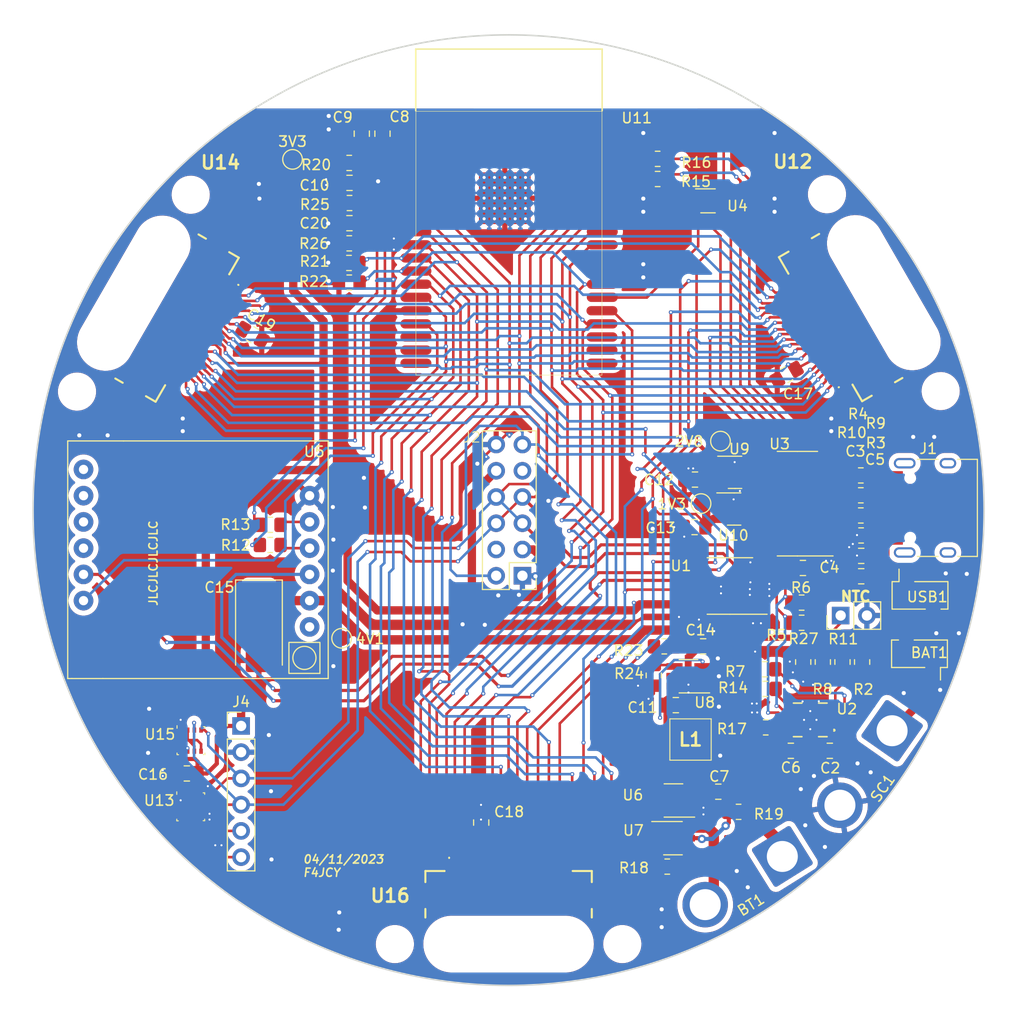
<source format=kicad_pcb>
(kicad_pcb (version 20221018) (generator pcbnew)
  (layers (0 "F.Cu" signal) (31 "B.Cu" signal) (34 "B.Paste" user) (35 "F.Paste" user) (36 "B.SilkS" user "B.Silkscreen") (37 "F.SilkS" user "F.Silkscreen") (38 "B.Mask" user) (39 "F.Mask" user) (44 "Edge.Cuts" user))
  (net 0 "")
  (net 1 "/I2C_SCL")
  (net 2 "/I2C_SDA")
  (net 3 "GND")
  (net 4 "/STAT1")
  (net 5 "/STAT2")
  (net 6 "/PWDN_C1")
  (net 7 "/PWDN_C2")
  (net 8 "/PWDN_C3")
  (net 9 "/GSM_SLEEP_MODE")
  (net 10 "/GSM_RESET")
  (net 11 "/RESET_CAM")
  (net 12 "+3.3V")
  (net 13 "/DTR")
  (net 14 "/RTS")
  (net 15 "+4V")
  (net 16 "/EN")
  (net 17 "/D6")
  (net 18 "/D7")
  (net 19 "/GSM_RX")
  (net 20 "/GSM_TX")
  (net 21 "/XCLK")
  (net 22 "/D1")
  (net 23 "/HREF")
  (net 24 "/DVP_SDA")
  (net 25 "/DVP_SCL")
  (net 26 "/VSYNC")
  (net 27 "/GSM_RING")
  (net 28 "/D3")
  (net 29 "/IO2")
  (net 30 "/IO0")
  (net 31 "/D2")
  (net 32 "/D0")
  (net 33 "/D4")
  (net 34 "/PCLK")
  (net 35 "/TXD0")
  (net 36 "/RXD0")
  (net 37 "/D5")
  (net 39 "Net-(U5-RXD)")
  (net 40 "Net-(U5-TXD)")
  (net 45 "Net-(BAT1-A)")
  (net 47 "Net-(BT1--)")
  (net 48 "Net-(U6-G2)")
  (net 50 "Net-(U6-G1)")
  (net 51 "Net-(U7-CS)")
  (net 53 "Net-(U7-VDD)")
  (net 54 "+2V8")
  (net 55 "+1V2")
  (net 56 "Net-(U2-VSET)")
  (net 57 "Net-(U2-CHM_TMR)")
  (net 58 "Net-(U2-TS)")
  (net 59 "Net-(U2-~{CE})")
  (net 60 "Net-(U2-ISET)")
  (net 61 "Net-(U3-TXD)")
  (net 62 "Net-(U3-RXD)")
  (net 63 "Net-(U3-V3)")
  (net 64 "Net-(U3-UD+)")
  (net 65 "Net-(U3-UD-)")
  (net 73 "Net-(U8-SW)")
  (net 74 "Net-(U8-FB)")
  (net 93 "/VMEAS")
  (net 94 "Net-(J1-SBU1)")
  (net 95 "/VBUS")
  (net 96 "Net-(J1-CC1)")
  (net 97 "Net-(J1-D+-PadA6)")
  (net 98 "Net-(J1-D--PadA7)")
  (net 99 "Net-(J1-CC2)")
  (net 100 "Net-(BAT1-B)")
  (net 101 "/TS")
  (footprint "Resistor_SMD:R_0805_2012Metric_Pad1.20x1.40mm_HandSolder" (layer "F.Cu") (at 132.3 114.7 -90)
    (fp_text reference "R11")
    (fp_text value "NC" hide)
  )
  (footprint "Resistor_SMD:R_0805_2012Metric_Pad1.20x1.40mm_HandSolder" (layer "F.Cu") (at 124.8329 117.3)
    (fp_text reference "R14")
    (fp_text value "62k" hide)
  )
  (footprint "Connector_PinHeader_2.54mm:PinHeader_1x02_P2.54mm_Vertical" (layer "F.Cu") (at 132.125 110.2 90)
    (fp_text reference "TH1" hide)
    (fp_text value "NTC" hide)
  )
  (footprint "TestPoint:TestPoint_Pad_D1.5mm" (layer "F.Cu") (at 120.4976 93.3196)
    (fp_text reference "2V8")
    (fp_text value "TestPoint")
  )
  (footprint "Connector_Wire:SolderWire-2.5sqmm_1x02_P8.8mm_D2.4mm_OD4.4mm" (layer "F.Cu") (at 137.1 121.35 -125)
    (fp_text reference "SC1")
    (fp_text value "Solar_Cell" hide)
  )
  (footprint "Resistor_SMD:R_0805_2012Metric_Pad1.20x1.40mm_HandSolder" (layer "F.Cu") (at 134.1 102.45 180)
    (fp_text reference "R3")
    (fp_text value "5.1k")
  )
  (footprint "Resistor_SMD:R_0805_2012Metric_Pad1.20x1.40mm_HandSolder" (layer "F.Cu") (at 84.562 76.0756 180)
    (fp_text reference "R21")
    (fp_text value "10k" hide)
  )
  (footprint "Lacarriere_Meteo_fp:CENTRAL-HEADER" (layer "F.Cu") (at 100.09 100 180)
    (fp_text reference "J2")
    (fp_text value "Conn_02x06" hide)
  )
  (footprint "Connector_USB:USB_C_Receptacle_HRO_TYPE-C-31-M-12" (layer "F.Cu") (at 141.45 99.78 90)
    (fp_text reference "J1")
    (fp_text value "USB_C_Receptacle_USB2.0" hide)
  )
  (footprint "Resistor_SMD:R_0805_2012Metric_Pad1.20x1.40mm_HandSolder" (layer "F.Cu") (at 134.075 96.64 180)
    (fp_text reference "R4")
    (fp_text value "5.1k" hide)
  )
  (footprint "Lacarriere_Meteo_fp:XEL4030222MEC" (layer "F.Cu") (at 117.6 122.2)
    (fp_text reference "L1")
    (fp_text value "2.2u" hide)
  )
  (footprint "Package_TO_SOT_SMD:SOT-23-6_Handsoldering" (layer "F.Cu") (at 115.95 128.1 180)
    (fp_text reference "U6")
    (fp_text value "FS8205" hide)
  )
  (footprint "Package_SO:TSSOP-16_4.4x5mm_P0.65mm" (layer "F.Cu") (at 121.412 107.3404 180)
    (fp_text reference "U1")
    (fp_text value "PCA9557PW" hide)
  )
  (footprint "Package_TO_SOT_SMD:SOT-23" (layer "F.Cu") (at 121.9063 96.3404)
    (fp_text reference "U9")
    (fp_text value "XC6206P282MR" hide)
  )
  (footprint "Package_TO_SOT_SMD:SOT-23-6_Handsoldering" (layer "F.Cu") (at 115.9 131.75)
    (fp_text reference "U7")
    (fp_text value "HY2112" hide)
  )
  (footprint "Lacarriere_Meteo_fp:ESP32-WROVER" (layer "F.Cu") (at 100.0336 61.9804)
    (fp_text reference "U11")
    (fp_text value "ESP32_WROVER" hide)
  )
  (footprint "Resistor_SMD:R_0805_2012Metric_Pad1.20x1.40mm_HandSolder" (layer "F.Cu") (at 124.8 115.4)
    (fp_text reference "R7")
    (fp_text value "0R")
  )
  (footprint "Lacarriere_Meteo_fp:VSON10_BQ25171_3X3_TEX-M" (layer "F.Cu") (at 129.1829 120.299874 180)
    (fp_text reference "U2")
    (fp_text value "BQ25171QWDRCRQ1" hide)
  )
  (footprint "Resistor_SMD:R_0805_2012Metric_Pad1.20x1.40mm_HandSolder" (layer "F.Cu") (at 134.2 114.7 -90)
    (fp_text reference "R2")
    (fp_text value "375R" hide)
  )
  (footprint "Package_LGA:Bosch_LGA-8_2.5x2.5mm_P0.65mm_ClockwisePinNumbering" (layer "F.Cu") (at 69.275 122.31)
    (fp_text reference "U15")
    (fp_text value "BME280" hide)
  )
  (footprint "Package_LGA:Bosch_LGA-8_2.5x2.5mm_P0.65mm_ClockwisePinNumbering" (layer "F.Cu") (at 69.25 128.71)
    (fp_text reference "U13")
    (fp_text value "BME280" hide)
  )
  (footprint "Capacitor_SMD:C_0805_2012Metric_Pad1.18x1.45mm_HandSolder" (layer "F.Cu") (at 118.8212 113.1824)
    (fp_text reference "C14")
    (fp_text value "0.1u" hide)
  )
  (footprint "Lacarriere_Meteo_fp:SIM800L-CORE" (layer "F.Cu") (at 80.75 111.3 180)
    (fp_text reference "U5")
    (fp_text value "SIM800L-CORE" hide)
  )
  (footprint "Resistor_SMD:R_0805_2012Metric_Pad1.20x1.40mm_HandSolder" (layer "F.Cu") (at 134.075 100.515 180)
    (fp_text reference "R10")
    (fp_text value "0R")
  )
  (footprint "Resistor_SMD:R_0805_2012Metric_Pad1.20x1.40mm_HandSolder" (layer "F.Cu") (at 114.046 115.9924 90)
    (fp_text reference "R24")
    (fp_text value "14k" hide)
  )
  (footprint "Connector_PinSocket_2.54mm:PinSocket_1x02_P2.54mm_Vertical_SMD_Pin1Right" (layer "F.Cu") (at 139.75 113.9 -90)
    (fp_text reference "BAT1")
    (fp_text value "Jumper_2_Bridged" hide)
  )
  (footprint "Resistor_SMD:R_0805_2012Metric_Pad1.20x1.40mm_HandSolder" (layer "F.Cu") (at 76.94 101.42)
    (fp_text reference "R13")
    (fp_text value "R0")
  )
  (footprint "Connector_PinHeader_2.54mm:PinHeader_1x06_P2.54mm_Vertical" (layer "F.Cu") (at 74.125 120.885)
    (fp_text reference "J4")
    (fp_text value "Conn_01x06_Pin" hide)
  )
  (footprint "Resistor_SMD:R_0805_2012Metric_Pad1.20x1.40mm_HandSolder" (layer "F.Cu") (at 134.075 98.565 180)
    (fp_text reference "R9")
    (fp_text value "0R")
  )
  (footprint "Lacarriere_Meteo_fp:F34G1A7Q1E8C24" (layer "F.Cu") (at 68.080127 81.5 -120)
    (fp_text reference "U14")
    (fp_text value "~" hide)
  )
  (footprint "Resistor_SMD:R_0805_2012Metric_Pad1.20x1.40mm_HandSolder" (layer "F.Cu") (at 84.612 70.2756)
    (fp_text reference "R25")
    (fp_text value "1M")
  )
  (footprint "Capacitor_SMD:C_0805_2012Metric_Pad1.18x1.45mm_HandSolder" (layer "F.Cu") (at 131.075 123.2916 180)
    (fp_text reference "C2")
    (fp_text value "1u" hide)
  )
  (footprint "Capacitor_SMD:C_0805_2012Metric_Pad1.18x1.45mm_HandSolder" (layer "F.Cu") (at 117.9938 101.6404 180)
    (fp_text reference "C13")
    (fp_text value "1u")
  )
  (footprint "Connector_Wire:SolderWire-2.5sqmm_1x02_P8.8mm_D2.4mm_OD4.4mm" (layer "F.Cu") (at 126.481412 133.518356 -148)
    (fp_text reference "BT1")
    (fp_text value "LiFePo4" hide)
  )
  (footprint "TestPoint:TestPoint_Pad_D1.5mm" (layer "F.Cu") (at 118.618 99.3648)
    (fp_text reference "1V3")
    (fp_text value "TestPoint")
  )
  (footprint "Connector_PinSocket_2.54mm:PinSocket_1x02_P2.54mm_Vertical_SMD_Pin1Right" (layer "F.Cu") (at 139.8 108.25 90)
    (fp_text reference "USB1")
    (fp_text value "Jumper_2_Open" hide)
  )
  (footprint "Resistor_SMD:R_0805_2012Metric_Pad1.20x1.40mm_HandSolder" (layer "F.Cu") (at 128.35 108.95)
    (fp_text reference "R6")
    (fp_text value "100k" hide)
  )
  (footprint "Resistor_SMD:R_0805_2012Metric_Pad1.20x1.40mm_HandSolder" (layer "F.Cu") (at 115.35 134.5 180)
    (fp_text reference "R18")
    (fp_text value "2k")
  )
  (footprint "Capacitor_SMD:C_0805_2012Metric_Pad1.18x1.45mm_HandSolder" (layer "F.Cu") (at 84.612 68.3256 180)
    (fp_text reference "C10")
    (fp_text value "1u")
  )
  (footprint "Capacitor_SMD:C_0805_2012Metric_Pad1.18x1.45mm_HandSolder" (layer "F.Cu") (at 116.1796 118.872)
    (fp_text reference "C11")
    (fp_text value "1u" hide)
  )
  (footprint "Resistor_SMD:R_0805_2012Metric_Pad1.20x1.40mm_HandSolder" (layer "F.Cu") (at 84.582 66.3956 180)
    (fp_text reference "R20")
    (fp_text value "10k")
  )
  (footprint "Resistor_SMD:R_0805_2012Metric_Pad1.20x1.40mm_HandSolder" (layer "F.Cu") (at 124.875 121.025)
    (fp_text reference "R17")
    (fp_text value "100k" hide)
  )
  (footprint "Capacitor_SMD:C_0805_2012Metric_Pad1.18x1.45mm_HandSolder" (layer "F.Cu") (at 84.6045 72.2256 180)
    (fp_text reference "C20")
    (fp_text value "1u(nc)")
  )
  (footprint "Lacarriere_Meteo_fp:F34G1A7Q1E8C24" (layer "F.Cu") (at 131.969873 81.45 120)
    (fp_text reference "U12")
    (fp_text value "~" hide)
  )
  (footprint "Capacitor_Tantalum_SMD:CP_EIA-7343-31_Kemet-D_Pad2.25x2.55mm_HandSolder" (layer "F.Cu") (at 75.85 111.35 -90)
    (fp_text reference "C15")
    (fp_text value "100u" hide)
  )
  (footprint "Resistor_SMD:R_0805_2012Metric_Pad1.20x1.40mm_HandSolder" (layer "F.Cu") (at 128.5 114.7 90)
    (fp_text reference "R27")
    (fp_text value "10k" hide)
  )
  (footprint "Resistor_SMD:R_0805_2012Metric_Pad1.20x1.40mm_HandSolder" (layer "F.Cu") (at 76.94 103.37)
    (fp_text reference "R12")
    (fp_text value "R0" hide)
  )
  (footprint "Capacitor_SMD:C_0805_2012Metric_Pad1.18x1.45mm_HandSolder" (layer "F.Cu") (at 120.2875 127.25 180)
    (fp_text reference "C7")
    (fp_text value "0.1u" hide)
  )
  (footprint "Capacitor_SMD:C_0805_2012Metric_Pad1.18x1.45mm_HandSolder" (layer "F.Cu") (at 126.888501 86.88125 -150)
    (fp_text reference "C17")
    (fp_text value "15p" hide)
  )
  (footprint "Package_TO_SOT_SMD:SOT-363_SC-70-6" (layer "F.Cu") (at 119.2916 70.0636)
    (fp_text reference "U4")
    (fp_text value "UMH3N")
  )
  (footprint "Capacitor_SMD:C_0805_2012Metric_Pad1.18x1.45mm_HandSolder" (layer "F.Cu") (at 118.0313 97.0404 180)
    (fp_text reference "C12")
    (fp_text value "1u")
  )
  (footprint "TestPoint:TestPoint_Pad_D1.5mm" (layer "F.Cu") (at 79.1 66.05)
    (fp_text reference "3V3")
    (fp_text value "TestPoint" hide)
  )
  (footprint "Package_SO:SOIC-16_3.9x9.9mm_P1.27mm" (layer "F.Cu") (at 127.941 99.3726 180)
    (fp_text reference "U3")
    (fp_text value "CH340C" hide)
  )
  (footprint "Resistor_SMD:R_0805_2012Metric_Pad1.20x1.40mm_HandSolder" (layer "F.Cu") (at 114.42 66 180)
    (fp_text reference "R16")
    (fp_text value "100R")
  )
  (footprint "Capacitor_SMD:C_0805_2012Metric_Pad1.18x1.45mm_HandSolder" (layer "F.Cu") (at 87.8 63.5625 90)
    (fp_text reference "C8")
    (fp_text value "0.1u")
  )
  (footprint "Resistor_SMD:R_0805_2012Metric_Pad1.20x1.40mm_HandSolder" (layer "F.Cu") (at 114.42 67.95 180)
    (fp_text reference "R15")
    (fp_text value "100R")
  )
  (footprint "Capacitor_SMD:C_0805_2012Metric_Pad1.18x1.45mm_HandSolder" (layer "F.Cu") (at 134.1125 104.425 180)
    (fp_text reference "C3")
    (fp_text value "0.1u")
  )
  (footprint "Capacitor_SMD:C_0805_2012Metric_Pad1.18x1.45mm_HandSolder" (layer "F.Cu") (at 68.875 125.485 180)
    (fp_text reference "C16")
    (fp_text value "0.1u" hide)
  )
  (footprint "Resistor_SMD:R_0805_2012Metric_Pad1.20x1.40mm_HandSolder" (layer "F.Cu") (at 84.587 74.1756 180)
    (fp_text reference "R26")
    (fp_text value "1M")
  )
  (footprint "Package_TO_SOT_SMD:SOT-23-6_Handsoldering" (layer "F.Cu") (at 117.3988 116.078 180)
    (fp_text reference "U8")
    (fp_text value "TLV61070A" hide)
  )
  (footprint "Lacarriere_Meteo_fp:F34G1A7Q1E8C24" (layer "F.Cu") (at 100 137)
    (fp_text reference "U16")
    (fp_text value "~" hide)
  )
  (footprint "Capacitor_SMD:C_0805_2012Metric_Pad1.18x1.45mm_HandSolder" (layer "F.Cu") (at 85.8 63.5625 90)
    (fp_text reference "C9")
    (fp_text value "10u")
  )
  (footprint "Capacitor_SMD:C_0805_2012Metric_Pad1.18x1.45mm_HandSolder" (layer "F.Cu") (at 127.3048 123.2916)
    (fp_text reference "C6")
    (fp_text value "1u" hide)
  )
  (footprint "Capacitor_SMD:C_0805_2012Metric_Pad1.18x1.45mm_HandSolder" (layer "F.Cu") (at 134.1125 106.4)
    (fp_text reference "C5")
    (fp_text value "0.1u" hide)
  )
  (footprint "Capacitor_SMD:C_0805_2012Metric_Pad1.18x1.45mm_HandSolder" (layer "F.Cu") (at 128.4732 105.5976)
    (fp_text reference "C4")
    (fp_text value "0.1u" hide)
  )
  (footprint "Resistor_SMD:R_0805_2012Metric_Pad1.20x1.40mm_HandSolder" (layer "F.Cu") (at 122.25 129.2 180)
    (fp_text reference "R19")
    (fp_text value "100R")
  )
  (footprint "Capacitor_SMD:C_0805_2012Metric_Pad1.18x1.45mm_HandSolder" (layer "F.Cu") (at 97.35 130.2375 90)
    (fp_text reference "C18")
    (fp_text value "15p" hide)
  )
  (footprint "Resistor_SMD:R_0805_2012Metric_Pad1.20x1.40mm_HandSolder" (layer "F.Cu") (at 130.4 114.7 -90)
    (fp_text reference "R8")
    (fp_text value "0R" hide)
  )
  (footprint "Package_TO_SOT_SMD:SOT-23" (layer "F.Cu") (at 121.8188 99.8904)
    (fp_text reference "U10")
    (fp_text value "XC6206P132MR" hide)
  )
  (footprint "Resistor_SMD:R_0805_2012Metric_Pad1.20x1.40mm_HandSolder" (layer "F.Cu") (at 115.062 113.1824)
    (fp_text reference "R23")
    (fp_text value "100k" hide)
  )
  (footprint "TestPoint:TestPoint_Pad_D1.5mm" (layer "F.Cu") (at 83.85 112.4 -90)
    (fp_text reference "4V1")
    (fp_text value "TestPoint" hide)
  )
  (footprint "Resistor_SMD:R_0805_2012Metric_Pad1.20x1.40mm_HandSolder" (layer "F.Cu") (at 84.587 77.9756)
    (fp_text reference "R22")
    (fp_text value "10k")
  )
  (footprint "Resistor_SMD:R_0805_2012Metric_Pad1.20x1.40mm_HandSolder" (layer "F.Cu") (at 128.35 110.9)
    (fp_text reference "R5")
    (fp_text value "100k")
  )
  (footprint "Capacitor_SMD:C_0805_2012Metric_Pad1.18x1.45mm_HandSolder" (layer "F.Cu") (at 75.223501 83.01875 -30)
    (fp_text reference "C19")
    (fp_text value "15p")
  )
  (gr_circle (center 100 100) (end 146 100) (stroke (width 0.15)) (fill none) (layer "Edge.Cuts"))
  (gr_text "NTC" (at 132 108.95) (layer "F.SilkS") (effects (font (size 1 1) (thickness 0.25) bold) (justify left bottom)))
  (gr_text "04/11/2023\nF4JCY" (at 80.05 135.55) (layer "F.SilkS") (effects (font (size 0.8 0.8) (thickness 0.15) italic) (justify left bottom)))
  (gr_text "JLCJLCJLCJLC" (at 66.1 109.35 90) (layer "F.SilkS") (effects (font (size 0.8 0.8) (thickness 0.15) bold) (justify left bottom)))
  (segment (start 105.53 105.46) (end 108.09 105.46) (width 0.3) (layer "F.Cu") (net 1))
  (segment (start 122.417 109.6154) (end 124.2745 109.6154) (width 0.3) (layer "F.Cu") (net 1))
  (segment (start 103.7 96.65) (end 103.7 90.5) (width 0.25) (layer "F.Cu") (net 1))
  (segment (start 100.055 97.475) (end 102.875 97.475) (width 0.25) (layer "F.Cu") (net 1))
  (segment (start 105.75 71.75) (end 105.75 67.68) (width 0.25) (layer "F.Cu") (net 1))
  (segment (start 71.075 127.685) (end 72.795 125.965) (width 0.25) (layer "F.Cu") (net 1))
  (segment (start 70.585 121.285) (end 70.95 121.65) (width 0.25) (layer "F.Cu") (net 1))
  (segment (start 108.09 105.46) (end 109.35 104.2) (width 0.3) (layer "F.Cu") (net 1))
  (segment (start 109.35 104.2) (end 120.7608 104.2) (width 0.3) (layer "F.Cu") (net 1))
  (segment (start 72.795 125.965) (end 74.125 125.965) (width 0.25) (layer "F.Cu") (net 1))
  (segment (start 70.25 121.285) (end 70.585 121.285) (width 0.25) (layer "F.Cu") (net 1))
  (segment (start 121.7676 108.966) (end 122.417 109.6154) (width 0.3) (layer "F.Cu") (net 1))
  (segment (start 105.75 67.68) (end 107.98 65.45) (width 0.25) (layer "F.Cu") (net 1))
  (segment (start 98.8 98.73) (end 100.055 97.475) (width 0.25) (layer "F.Cu") (net 1))
  (segment (start 90.79 103.6672) (end 95.1328 103.6672) (width 0.25) (layer "F.Cu") (net 1))
  (segment (start 102.1 75.4) (end 105.75 71.75) (width 0.25) (layer "F.Cu") (net 1))
  (segment (start 103.7 90.5) (end 102.1 88.9) (width 0.25) (layer "F.Cu") (net 1))
  (segment (start 102.1 88.9) (end 102.1 75.4) (width 0.25) (layer "F.Cu") (net 1))
  (segment (start 101.34 101.27) (end 105.53 105.46) (width 0.3) (layer "F.Cu") (net 1))
  (segment (start 102.875 97.475) (end 103.7 96.65) (width 0.25) (layer "F.Cu") (net 1))
  (segment (start 86.15 103) (end 90.1228 103) (width 0.25) (layer "F.Cu") (net 1))
  (segment (start 70.225 127.685) (end 71.075 127.685) (width 0.25) (layer "F.Cu") (net 1))
  (segment (start 90.1228 103) (end 90.79 103.6672) (width 0.25) (layer "F.Cu") (net 1))
  (segment (start 107.98 65.45) (end 109.03 65.45) (width 0.25) (layer "F.Cu") (net 1))
  (segment (start 121.7676 105.2068) (end 121.7676 108.966) (width 0.3) (layer "F.Cu") (net 1))
  (segment (start 120.7608 104.2) (end 121.7676 105.2068) (width 0.3) (layer "F.Cu") (net 1))
  (via (at 86.15 103) (size 0.4) (drill 0.2) (layers "F.Cu" "B.Cu") (net 1))
  (via (at 70.95 121.65) (size 0.4) (drill 0.2) (layers "F.Cu" "B.Cu") (net 1))
  (via (at 95.1328 103.6672) (size 0.4) (drill 0.2) (layers "F.Cu" "B.Cu") (net 1))
  (segment (start 84.5 120.525) (end 84.5 104.65) (width 0.25) (layer "B.Cu") (net 1))
  (segment (start 70.95 122.79) (end 70.95 121.65) (width 0.25) (layer "B.Cu") (net 1))
  (segment (start 97.25 101.48) (end 95.1328 103.5972) (width 0.25) (layer "B.Cu") (net 1))
  (segment (start 98.8 98.73) (end 101.34 101.27) (width 0.25) (layer "B.Cu") (net 1))
  (segment (start 95.1328 103.5972) (end 95.1328 103.6672) (width 0.25) (layer "B.Cu") (net 1))
  (segment (start 74.14 125.95) (end 79.08 125.95) (width 0.25) (layer "B.Cu") (net 1))
  (segment (start 98.8 98.73) (end 97.25 100.28) (width 0.25) (layer "B.Cu") (net 1))
  (segment (start 97.25 100.28) (end 97.25 101.48) (width 0.25) (layer "B.Cu") (net 1))
  (segment (start 74.125 125.965) (end 74.14 125.95) (width 0.25) (layer "B.Cu") (net 1))
  (segment (start 84.5 104.65) (end 86.15 103) (width 0.25) (layer "B.Cu") (net 1))
  (segment (start 79.06 125.965) (end 84.5 120.525) (width 0.25) (layer "B.Cu") (net 1))
  (segment (start 74.125 125.965) (end 70.95 122.79) (width 0.25) (layer "B.Cu") (net 1))
  (segment (start 103.1 88.4) (end 103.1 75.55) (width 0.25) (layer "F.Cu") (net 2))
  (segment (start 103.25 100.64) (end 101.34 98.73) (width 0.3) (layer "F.Cu") (net 2))
  (segment (start 124.2231 109.0168) (end 122.9868 109.0168) (width 0.3) (layer "F.Cu") (net 2))
  (segment (start 103.25 101.7) (end 103.25 100.64) (width 0.3) (layer "F.Cu") (net 2))
  (segment (start 122.9868 109.0168) (end 122.5804 108.6104) (width 0.3) (layer "F.Cu") (net 2))
  (segment (start 69.575 127.685) (end 69.575 128.185) (width 0.25) (layer "F.Cu") (net 2))
  (segment (start 104.7 90) (end 103.1 88.4) (width 0.25) (layer "F.Cu") (net 2))
  (segment (start 108.94 103.36) (end 107.72 104.58) (width 0.3) (layer "F.Cu") (net 2))
  (segment (start 89.61 104.05) (end 90.5128 104.9528) (width 0.25) (layer "F.Cu") (net 2))
  (segment (start 104.7 96.572081) (end 104.7 90) (width 0.25) (layer "F.Cu") (net 2))
  (segment (start 122.5804 104.8512) (end 121.0892 103.36) (width 0.3) (layer "F.Cu") (net 2))
  (segment (start 107.72 104.58) (end 106.13 104.58) (width 0.3) (layer "F.Cu") (net 2))
  (segment (start 69.6 120.61) (end 69.575 120.585) (width 0.25) (layer "F.Cu") (net 2))
  (segment (start 70.275 128.335) (end 70.445 128.505) (width 0.25) (layer "F.Cu") (net 2))
  (segment (start 106.55 70.69) (end 107.98 69.26) (width 0.25) (layer "F.Cu") (net 2))
  (segment (start 69.575 128.185) (end 69.725 128.335) (width 0.25) (layer "F.Cu") (net 2))
  (segment (start 90.5128 104.9528) (end 95.0976 104.9528) (width 0.25) (layer "F.Cu") (net 2))
  (segment (start 106.55 72.1) (end 106.55 70.69) (width 0.25) (layer "F.Cu") (net 2))
  (segment (start 103.1 75.55) (end 106.55 72.1) (width 0.25) (layer "F.Cu") (net 2))
  (segment (start 98.8 101.27) (end 101.34 98.73) (width 0.25) (layer "F.Cu") (net 2))
  (segment (start 69.725 128.335) (end 70.275 128.335) (width 0.25) (layer "F.Cu") (net 2))
  (segment (start 122.5804 108.6104) (end 122.5804 104.8512) (width 0.3) (layer "F.Cu") (net 2))
  (segment (start 70.445 128.505) (end 74.125 128.505) (width 0.25) (layer "F.Cu") (net 2))
  (segment (start 107.98 69.26) (end 109.03 69.26) (width 0.25) (layer "F.Cu") (net 2))
  (segment (start 101.34 98.73) (end 102.542081 98.73) (width 0.25) (layer "F.Cu") (net 2))
  (segment (start 121.0892 103.36) (end 108.94 103.36) (width 0.3) (layer "F.Cu") (net 2))
  (segment (start 69.6 121.285) (end 69.6 120.61) (width 0.25) (layer "F.Cu") (net 2))
  (segment (start 102.542081 98.73) (end 104.7 96.572081) (width 0.25) (layer "F.Cu") (net 2))
  (segment (start 86.35 104.05) (end 89.61 104.05) (width 0.25) (layer "F.Cu") (net 2))
  (segment (start 106.13 104.58) (end 103.25 101.7) (width 0.3) (layer "F.Cu") (net 2))
  (via (at 95.0976 104.9528) (size 0.4) (drill 0.2) (layers "F.Cu" "B.Cu") (net 2))
  (via (at 69.575 120.585) (size 0.4) (drill 0.2) (layers "F.Cu" "B.Cu") (net 2))
  (via (at 86.35 104.05) (size 0.4) (drill 0.2) (layers "F.Cu" "B.Cu") (net 2))
  (segment (start 95.1172 104.9528) (end 95.0976 104.9528) (width 0.25) (layer "B.Cu") (net 2))
  (segment (start 85.4 105) (end 86.35 104.05) (width 0.25) (layer "B.Cu") (net 2))
  (segment (start 98.8 101.27) (end 95.1172 104.9528) (width 0.25) (layer "B.Cu") (net 2))
  (segment (start 78.22 128.505) (end 85.4 121.325) (width 0.25) (layer "B.Cu") (net 2))
  (segment (start 74.125 128.505) (end 69.575 123.955) (width 0.25) (layer "B.Cu") (net 2))
  (segment (start 74.125 128.505) (end 78.22 128.505) (width 0.25) (layer "B.Cu") (net 2))
  (segment (start 69.575 123.955) (end 69.575 120.585) (width 0.25) (layer "B.Cu") (net 2))
  (segment (start 85.4 121.325) (end 85.4 105) (width 0.25) (layer "B.Cu") (net 2))
  (segment (start 99.23 135.93) (end 104.69 135.93) (width 0.25) (layer "F.Cu") (net 3))
  (segment (start 124.2745 107.6654) (end 124.2745 108.3154) (width 0.25) (layer "F.Cu") (net 3))
  (segment (start 118.85 128.8) (end 118.6 129.05) (width 0.4) (layer "F.Cu") (net 3))
  (segment (start 116.9938 97.0404) (end 116.9938 96.823401) (width 0.25) (layer "F.Cu") (net 3))
  (segment (start 97.35 129.9292) (end 97.3328 129.9464) (width 0.25) (layer "F.Cu") (net 3))
  (segment (start 70.225 130.235) (end 70.225 129.735) (width 0.25) (layer "F.Cu") (net 3))
  (segment (start 133.5 95.25) (end 135.9 95.25) (width 0.4) (layer "F.Cu") (net 3))
  (segment (start 137.35 105.45) (end 136.65 104.75) (width 0.4) (layer "F.Cu") (net 3))
  (segment (start 66.3 86.55) (end 66.25 86.5) (width 0.25) (layer "F.Cu") (net 3))
  (segment (start 88.93 80.7004) (end 91.0336 80.7004) (width 0.25) (layer "F.Cu") (net 3))
  (segment (start 130.441 105.1694) (end 130.7084 104.902) (width 0.4) (layer "F.Cu") (net 3))
  (segment (start 133.2992 103.2764) (end 133.2992 102.6492) (width 0.25) (layer "F.Cu") (net 3))
  (segment (start 124.2745 105.0654) (end 123.4042 105.0654) (width 0.25) (layer "F.Cu") (net 3))
  (segment (start 68.2752 120.2944) (end 68.2752 121.2602) (width 0.25) (layer "F.Cu") (net 3))
  (segment (start 123.3424 107.6452) (end 124.2543 107.6452) (width 0.25) (layer "F.Cu") (net 3))
  (segment (start 113.538 118.2624) (end 114.046 117.7544) (width 0.25) (layer "F.Cu") (net 3))
  (segment (start 88.8492 80.6196) (end 88.93 80.7004) (width 0.25) (layer "F.Cu") (net 3))
  (segment (start 130.6783 118.7483) (end 130.6783 119.299622) (width 0.25) (layer "F.Cu") (net 3))
  (segment (start 66.793 125.485) (end 66.548 125.73) (width 0.25) (layer "F.Cu") (net 3))
  (segment (start 97.3328 128.524) (end 97.3328 129.1828) (width 0.25) (layer "F.Cu") (net 3))
  (segment (start 104.69 135.93) (end 105.25 135.37) (width 0.25) (layer "F.Cu") (net 3))
  (segment (start 118.3 129.45) (end 118.85 129.45) (width 0.4) (layer "F.Cu") (net 3))
  (segment (start 116.9924 101.6765) (end 116.9563 101.6404) (width 0.25) (layer "F.Cu") (net 3))
  (segment (start 130.5208 105.5976) (end 131.2164 104.902) (width 0.25) (layer "F.Cu") (net 3))
  (segment (start 117.3988 95.9612) (end 117.855999 95.9612) (width 0.25) (layer "F.Cu") (net 3))
  (segment (start 131.0132 104.902) (end 131.2164 104.902) (width 0.25) (layer "F.Cu") (net 3))
  (segment (start 97.8408 94.8436) (end 97.8408 94.6092) (width 0.25) (layer "F.Cu") (net 3))
  (segment (start 70.805239 81.629968) (end 69.55 80.9) (width 0.25) (layer "F.Cu") (net 3))
  (segment (start 120.8993 98.9584) (end 120.8813 98.9404) (width 0.25) (layer "F.Cu") (net 3))
  (segment (start 129.396775 119.849874) (end 129.947027 119.299622) (width 0.25) (layer "F.Cu") (net 3))
  (segment (start 121.8692 95.3516) (end 121.0076 95.3516) (width 0.25) (layer "F.Cu") (net 3))
  (segment (start 124.2745 107.0154) (end 124.2745 107.6654) (width 0.25) (layer "F.Cu") (net 3))
  (segment (start 130.494761 83.745032) (end 131.52 83.14) (width 0.25) (layer "F.Cu") (net 3))
  (segment (start 70.7218 129.735) (end 71.0692 129.3876) (width 0.25) (layer "F.Cu") (net 3))
  (segment (start 129.391 105.5376) (end 130.076 105.5376) (width 0.4) (layer "F.Cu") (net 3))
  (segment (start 68.275 127.685) (end 68.275 128.085) (width 0.25) (layer "F.Cu") (net 3))
  (segment (start 133.075 96.64) (end 133.075 95.675) (width 0.4) (layer "F.Cu") (net 3))
  (segment (start 125.1002 107.0154) (end 125.222 107.1372) (width 0.25) (layer "F.Cu") (net 3))
  (segment (start 68.925 129.735) (end 68.925 130.285) (width 0.25) (layer "F.Cu") (net 3))
  (segment (start 136.3 96.25) (end 136.58 96.53) (width 0.4) (layer "F.Cu") (net 3))
  (segment (start 137.17 103.03) (end 137.405 103.03) (width 0.4) (layer "F.Cu") (net 3))
  (segment (start 118.6 129.05) (end 117.3 129.05) (width 0.4) (layer "F.Cu") (net 3))
  (segment (start 124.2543 107.6452) (end 124.2745 107.6654) (width 0.25) (layer "F.Cu") (net 3))
  (segment (start 128.3375 123.4) (end 128.648523 123.4) (width 0.4) (layer "F.Cu") (net 3))
  (segment (start 82.5504 68.3256) (end 82.3468 68.5292) (width 0.25) (layer "F.Cu") (net 3))
  (segment (start 112.522 116.9924) (end 114.046 116.9924) (width 0.25) (layer "F.Cu") (net 3))
  (segment (start 105.25 135.37) (end 105.25 134.575) (width 0.25) (layer "F.Cu") (net 3))
  (segment (start 135.9 95.25) (end 136.3 95.65) (width 0.4) (layer "F.Cu") (net 3))
  (segment (start 98.75 134.575) (end 98.75 135.45) (width 0.25) (layer "F.Cu") (net 3))
  (segment (start 97.8408 94.6092) (end 98.8 93.65) (width 0.25) (layer "F.Cu") (net 3))
  (segment (start 123.875 119.7618) (end 124.0536 119.5832) (width 0.25) (layer "F.Cu") (net 3))
  (segment (start 116.9924 102.5652) (end 116.9924 101.6765) (width 0.25) (layer "F.Cu") (net 3))
  (segment (start 130.416 103.8176) (end 130.416 104.3048) (width 0.25) (layer "F.Cu") (net 3))
  (segment (start 87.925 62.4) (end 87.8 62.525) (width 0.8) (layer "F.Cu") (net 3))
  (segment (start 82.702 68.3256) (end 82.3468 67.9704) (width 0.25) (layer "F.Cu") (net 3))
  (segment (start 133.106 104.394) (end 133.075 104.425) (width 0.25) (layer "F.Cu") (net 3))
  (segment (start 130.076 105.5376) (end 130.441 105.1726) (width 0.4) (layer "F.Cu") (net 3))
  (segment (start 130.416 104.3048) (end 131.0132 104.902) (width 0.25) (layer "F.Cu") (net 3))
  (segment (start 133.1372 102.4128) (end 133.1 102.45) (width 0.25) (layer "F.Cu") (net 3))
  (segment (start 116.9938 97.0404) (end 116.9938 96.5186) (width 0.25) (layer "F.Cu") (net 3))
  (segment (start 68.2752 121.2602) (end 68.3 121.285) (width 0.25) (layer "F.Cu") (net 3))
  (segment (start 136.58 96.53) (end 137.405 96.53) (width 0.4) (layer "F.Cu") (net 3))
  (segment (start 88.8492 77.6732) (end 88.8492 80.6196) (width 0.25) (layer "F.Cu") (net 3))
  (segment (start 117.3 129.05) (end 117.9 129.05) (width 0.4) (layer "F.Cu") (net 3))
  (segment (start 132.9436 103.5812) (end 132.9436 104.2936) (width 0.25) (layer "F.Cu") (net 3))
  (segment (start 117.855999 95.9612) (end 117.856 95.961201) (width 0.25) (layer "F.Cu") (net 3))
  (segment (start 133.2992 102.6492) (end 133.1 102.45) (width 0.25) (layer "F.Cu") (net 3))
  (segment (start 68.925 130.285) (end 69.125 130.485) (width 0.25) (layer "F.Cu") (net 3))
  (segment (start 130.01 118.5) (end 130.43 118.5) (width 0.25) (layer "F.Cu") (net 3))
  (segment (start 130.416 103.8176) (end 130.416 104.6096) (width 0.25) (layer "F.Cu") (net 3))
  (segment (start 123.4042 105.0654) (end 123.3932 105.0544) (width 0.25) (layer "F.Cu") (net 3))
  (segment (start 124.2745 108.3154) (end 123.4538 108.3154) (width 0.25) (layer "F.Cu") (net 3))
  (segment (start 88.875 62.4) (end 87.925 62.4) (width 0.8) (layer "F.Cu") (net 3))
  (segment (start 123.875 121.025) (end 123.875 119.9126) (width 0.25) (layer "F.Cu") (net 3))
  (segment (start 136.65 104.75) (end 136.65 103.55) (width 0.4) (layer "F.Cu") (net 3))
  (segment (start 123.8329 118.4323) (end 123.5456 118.7196) (width 0.25) (layer "F.Cu") (net 3))
  (segment (start 130.441 105.1726) (end 130.441 105.1694) (width 0.4) (layer "F.Cu") (net 3))
  (segment (start 116.9938 96.5186) (end 117.3988 96.1136) (width 0.25) (layer "F.Cu") (net 3))
  (segment (start 117.9 129.05) (end 118.3 129.45) (width 0.4) (layer "F.Cu") (net 3))
  (segment (start 129.947027 119.299622) (end 130.6783 119.299622) (width 0.25) (layer "F.Cu") (net 3))
  (segment (start 130.3828 103.7844) (end 130.416 103.8176) (width 0.25) (layer "F.Cu") (net 3))
  (segment (start 124.2745 107.0154) (end 125.1002 107.0154) (width 0.25) (layer "F.Cu") (net 3))
  (segment (start 123.4538 108.3154) (end 123.3424 108.204) (width 0.25) (layer "F.Cu") (net 3))
  (segment (start 66.8618 125.485) (end 66.548 125.1712) (width 0.25) (layer "F.Cu") (net 3))
  (segment (start 124.2745 107.0154) (end 124.2439 106.9848) (width 0.25) (layer "F.Cu") (net 3))
  (segment (start 83.5745 68.3256) (end 82.5504 68.3256) (width 0.25) (layer "F.Cu") (net 3))
  (segment (start 130.441 104.6346) (end 130.441 103.9926) (width 0.4) (layer "F.Cu") (net 3))
  (segment (start 121.0076 95.3516) (end 120.9688 95.3904) (width 0.25) (layer "F.Cu") (net 3))
  (segment (start 133.075 95.675) (end 133.5 95.25) (width 0.4) (layer "F.Cu") (net 3))
  (segment (start 130.7084 104.902) (end 130.441 104.6346) (width 0.4) (layer "F.Cu") (net 3))
  (segment (start 100.076 92.71) (end 99.74 92.71) (width 0.25) (layer "F.Cu") (net 3))
  (segment (start 97.3328 129.1828) (end 97.35 129.2) (width 0.25) (layer "F.Cu") (net 3))
  (segment (start 123.875 121.025) (end 123.875 119.7618) (width 0.25) (layer "F.Cu") (net 3))
  (segment (start 97.35 129.2) (end 97.35 129.9292) (width 0.25) (layer "F.Cu") (net 3))
  (segment (start 83.5745 68.3256) (end 82.702 68.3256) (width 0.25) (layer "F.Cu") (net 3))
  (segment (start 70.225 129.735) (end 70.7218 129.735) (width 0.25) (layer "F.Cu") (net 3))
  (segment (start 124.2439 106.9848) (end 123.3932 106.9848) (width 0.25) (layer "F.Cu") (net 3))
  (segment (start 125.2122 108.3154) (end 125.222 108.3056) (width 0.25) (layer "F.Cu") (net 3))
  (segment (start 70.225 129.735) (end 70.8578 129.735) (width 0.25) (layer "F.Cu") (net 3))
  (segment (start 69.975 130.485) (end 70.225 130.235) (width 0.25) (layer "F.Cu") (net 3))
  (segment (start 123.875 119.9126) (end 123.5456 119.5832) (width 0.25) (layer "F.Cu") (net 3))
  (segment (start 133.7056 102.4128) (end 133.1372 102.4128) (width 0.25) (layer "F.Cu") (net 3))
  (segment (start 129.5107 105.5976) (end 130.5208 105.5976) (width 0.25) (layer "F.Cu") (net 3))
  (segment (start 91 62.91) (end 89.385 62.91) (width 0.8) (layer "F.Cu") (net 3))
  (segment (start 132.9436 104.2936) (end 133.075 104.425) (width 0.25) (layer "F.Cu") (net 3))
  (segment (start 114.046 117.7544) (end 114.046 116.9924) (width 0.25) (layer "F.Cu") (net 3))
  (segment (start 124.2745 107.6654) (end 125.2018 107.6654) (width 0.25) (layer "F.Cu") (net 3))
  (segment (start 125.2018 107.6654) (end 125.222 107.6452) (width 0.25) (layer "F.Cu") (net 3))
  (segment (start 89.385 62.91) (end 88.875 62.4) (width 0.8) (layer "F.Cu") (net 3))
  (segment (start 116.9938 96.823401) (end 117.856 95.961201) (width 0.25) (layer "F.Cu") (net 3))
  (segment (start 117.3988 96.1136) (end 117.3988 95.9612) (width 0.25) (layer "F.Cu") (net 3))
  (segment (start 123.8329 118.5497) (end 124.0028 118.7196) (width 0.25) (layer "F.Cu") (net 3))
  (segment (start 130.416 104.6096) (end 130.7084 104.902) (width 0.25) (layer "F.Cu") (net 3))
  (segment (start 136.3 95.65) (end 136.3 96.25) (width 0.4) (layer "F.Cu") (net 3))
  (segment (start 98.75 135.45) (end 99.23 135.93) (width 0.25) (layer "F.Cu") (net 3))
  (segment (start 136.65 103.55) (end 137.17 103.03) (width 0.4) (layer "F.Cu") (net 3))
  (segment (start 67.8375 125.485) (end 66.793 125.485) (width 0.25) (layer "F.Cu") (net 3))
  (segment (start 70.8578 129.735) (end 71.0692 129.9464) (width 0.25) (layer "F.Cu") (net 3))
  (segment (start 69.125 130.485) (end 69.975 130.485) (width 0.25) (layer "F.Cu") (net 3))
  (segment (start 67.8375 125.485) (end 66.8618 125.485) (width 0.25) (layer "F.Cu") (net 3))
  (segment (start 123.8329 117.3) (end 123.8329 118.5497) (width 0.25) (layer "F.Cu") (net 3))
  (segment (start 121.7676 98.9584) (end 120.8993 98.9584) (width 0.25) (layer "F.Cu") (net 3))
  (segment (start 69.55 80.9) (end 69.75 81.025) (width 0.25) (layer "F.Cu") (net 3))
  (segment (start 130.43 118.5) (end 130.6783 118.7483) (width 0.25) (layer "F.Cu") (net 3))
  (segment (start 99.74 92.71) (end 98.8 93.65) (width 0.25) (layer "F.Cu") (net 3))
  (segment (start 123.8329 117.3) (end 123.8329 118.4323) (width 0.25) (layer "F.Cu") (net 3))
  (segment (start 124.2745 108.3154) (end 125.2122 108.3154) (width 0.25) (layer "F.Cu") (net 3))
  (segment (start 127.396253 78.026111) (end 128.08 77.63) (width 0.25) (layer "F.Cu") (net 3))
  (segment (start 133.7056 104.394) (end 133.106 104.394) (width 0.25) (layer "F.Cu") (net 3))
  (segment (start 67.555239 87.259133) (end 66.3 86.55) (width 0.25) (layer "F.Cu") (net 3))
  (via (at 120.2436 114.3508) (size 0.8) (drill 0.4) (layers "F.Cu" "B.Cu") (net 3))
  (via (at 68.275 128.085) (size 0.4) (drill 0.2) (layers "F.Cu" "B.Cu") (net 3))
  (via (at 97.3328 129.9464) (size 0.4) (drill 0.2) (layers "F.Cu" "B.Cu") (net 3))
  (via (at 101 108.2) (size 0.8) (drill 0.4) (layers "F.Cu" "B.Cu") (net 3))
  (via (at 128.44 118.5164) (size 0.4) (drill 0.2) (layers "F.Cu" "B.Cu") (net 3))
  (via (at 127.5 115.7) (size 0.4) (drill 0.2) (layers "F.Cu" "B.Cu") (net 3))
  (via (at 75.8444 68.4276) (size 0.8) (drill 0.4) (layers "F.Cu" "B.Cu") (net 3))
  (via (at 82.6 63.15) (size 0.8) (drill 0.4) (layers "F.Cu" "B.Cu") (net 3))
  (via (at 123.6472 110.9472) (size 0.4) (drill 0.2) (layers "F.Cu" "B.Cu") (net 3))
  (via (at 103.85 99.1) (size 0.8) (drill 0.4) (layers "F.Cu" "B.Cu") (net 3))
  (via (at 83.566 140.6144) (size 0.8) (drill 0.4) (layers "F.Cu" "B.Cu") (net 3))
  (via (at 68.925 123.035) (size 0.4) (drill 0.2) (layers "F.Cu" "B.Cu") (net 3))
  (via (at 129.7829 120.299874) (size 0.4) (drill 0.2) (layers "F.Cu" "B.Cu") (net 3))
  (via (at 113.03 71.12) (size 0.8) (drill 0.4) (layers "F.Cu" "B.Cu") (net 3))
  (via (at 123.3424 108.204) (size 0.4) (drill 0.2) (layers "F.Cu" "B.Cu") (net 3))
  (via (at 123.5456 119.5832) (size 0.4) (drill 0.2) (layers "F.Cu" "B.Cu") (net 3))
  (via (at 123.8504 113.6904) (size 0.4) (drill 0.2) (layers "F.Cu" "B.Cu") (net 3))
  (via (at 119.2276 111.7092) (size 0.4) (drill 0.2) (layers "F.Cu" "B.Cu") (net 3))
  (via (at 133.7056 102.4128) (size 0.4) (drill 0.2) (layers "F.Cu" "B.Cu") (net 3))
  (via (at 128.7 130.5) (size 0.8) (drill 0.4) (layers "F.Cu" "B.Cu") (net 3))
  (via (at 131.2164 91.1352) (size 0.8) (drill 0.4) (layers "F.Cu" "B.Cu") (net 3))
  (via (at 117.3988 116.8908) (size 0.4) (drill 0.2) (layers "F.Cu" "B.Cu") (net 3))
  (via (at 124.0028 118.7196) (size 0.4) (drill 0.2) (layers "F.Cu" "B.Cu") (net 3))
  (via (at 118.4148 110.5916) (size 0.4) (drill 0.2) (layers "F.Cu" "B.Cu") (net 3))
  (via (at 130.01 118.5) (size 0.4) (drill 0.2) (layers "F.Cu" "B.Cu") (net 3))
  (via (at 95.55 111.05) (size 0.8) (drill 0.4) (layers "F.Cu" "B.Cu") (net 3))
  (via (at 125.222 107.1372) (size 0.4) (drill 0.2) (layers "F.Cu" "B.Cu") (net 3))
  (via (at 144.3228 106.172) (size 0.8) (drill 0.4) (layers "F.Cu" "B.Cu") (net 3))
  (via (at 117.3988 117.6528) (size 0.4) (drill 0.2) (layers "F.Cu" "B.Cu") (net 3))
  (via (at 131.2164 104.902) (size 0.4) (drill 0.2) (layers "F.Cu" "B.Cu") (net 3))
  (via (at 121.8692 95.3516) (size 0.4) (drill 0.2) (layers "F.Cu" "B.Cu") (net 3))
  (via (at 112.522 116.9924) (size 0.4) (drill 0.2) (layers "F.Cu" "B.Cu") (net 3))
  (via (at 139.1412 92.9132) (size 0.8) (drill 0.4) (layers "F.Cu" "B.Cu") (net 3))
  (via (at 75.8952 69.85) (size 0.8) (drill 0.4) (layers "F.Cu" "B.Cu") (net 3))
  (via (at 133.7056 104.394) (size 0.4) (drill 0.2) (layers "F.Cu" "B.Cu") (net 3))
  (via (at 77.0636 133.8072) (size 0.8) (drill 0.4) (layers "F.Cu" "B.Cu") (net 3))
  (via (at 113.03 76.2) (size 0.8) (drill 0.4) (layers "F.Cu" "B.Cu") (net 3))
  (via (at 113.03 69.85) (size 0.8) (drill 0.4) (layers "F.Cu" "B.Cu") (net 3))
  (via (at 82.3468 68.5292) (size 0.4) (drill 0.2) (layers "F.Cu" "B.Cu") (net 3))
  (via (at 120.3452 119.0244) (size 0.8) (drill 0.4) (layers "F.Cu" "B.Cu") (net 3))
  (via (at 88.8492 77.6732) (size 0.4) (drill 0.2) (layers "F.Cu" "B.Cu") (net 3))
  (via (at 120.5484 108.0516) (size 0.4) (drill 0.2) (layers "F.Cu" "B.Cu") (net 3))
  (via (at 123.3932 105.0544) (size 0.4) (drill 0.2) (layers "F.Cu" "B.Cu") (net 3))
  (via (at 141.1732 92.9132) (size 0.8) (drill 0.4) (layers "F.Cu" "B.Cu") (net 3))
  (via (at 86.0044 96.8756) (size 0.8) (drill 0.4) (layers "F.Cu" "B.Cu") (net 3))
  (via (at 131.2164 92.3544) (size 0.8) (drill 0.4) (layers "F.Cu" "B.Cu") (net 3))
  (via (at 97.8408 94.8436) (size 0.4) (drill 0.2) (layers "F.Cu" "B.Cu") (net 3))
  (via (at 117.856 95.961201) (size 0.4) (drill 0.2) (layers "F.Cu" "B.Cu") (net 3))
  (via (at 135.0264 125.3744) (size 0.8) (drill 0.4) (layers "F.Cu" "B.Cu") (net 3))
  (via (at 114.808 140.3604) (size 0.8) (drill 0.4) (layers "F.Cu" "B.Cu") (net 3))
  (via (at 97.3328 128.524) (size 0.4) (drill 0.2) (layers "F.Cu" "B.Cu") (net 3))
  (via (at 87.376 68.1736) (size 0.8) (drill 0.4) (layers "F.Cu" "B.Cu") (net 3))
  (via (at 88.9 74.7776) (size 0.4) (drill 0.2) (layers "F.Cu" "B.Cu") (net 3))
  (via (at 96.9772 95.504) (size 0.8) (drill 0.4) (layers "F.Cu" "B.Cu") (net 3))
  (via (at 123.3932 106.9848) (size 0.4) (drill 0.2) (layers "F.Cu" "B.Cu") (net 3))
  (via (at 83.05 115.1) (size 0.8) (drill 0.4) (layers "F.Cu" "B.Cu") (net 3))
  (via (at 68.4784 91.1352) (size 0.8) (drill 0.4) (layers "F.Cu" "B.Cu") (net 3))
  (via (at 123.3424 107.6452) (size 0.4) (drill 0.2) (layers "F.Cu" "B.Cu") (net 3))
  (via (at 83 105.85) (size 0.8) (drill 0.4) (layers "F.Cu" "B.Cu") (net 3))
  (via (at 128.27 127) (size 0.8) (drill 0.4) (layers "F.Cu" "B.Cu") (net 3))
  (via (at 114.808 138.6332) (size 0.8) (drill 0.4) (layers "F.Cu" "B.Cu") (net 3))
  (via (at 82.6 77.8255) (size 0.8) (drill 0.4) (layers "F.Cu" "B.Cu") (net 3))
  (via (at 128.5 116.6) (size 0.4) (drill 0.2) (layers "F.Cu" "B.Cu") (net 3))
  (via (at 128.5829 120.299874) (size 0.4) (drill 0.2) (layers "F.Cu" "B.Cu") (net 3))
  (via (at 124.0536 119.5832) (size 0.4) (drill 0.2) (layers "F.Cu" "B.Cu") (net 3))
  (via (at 120.3452 116.078) (size 0.8) (drill 0.4) (layers "F.Cu" "B.Cu") (net 3))
  (via (at 102.6 106.4) (size 0.8) (drill 0.4) (layers "F.Cu" "B.Cu") (net 3))
  (via (at 123.1392 136.4996) (size 0.8) (drill 0.4) (layers "F.Cu" "B.Cu") (net 3))
  (via (at 124.4092 110.9472) (size 0.4) (drill 0.2) (layers "F.Cu" "B.Cu") (net 3))
  (via (at 120.47 123.76) (size 0.8) (drill 0.4) (layers "F.Cu" "B.Cu") (net 3))
  (via (at 119.888 111.7092) (size 0.4) (drill 0.2) (layers "F.Cu" "B.Cu") (net 3))
  (via (at 120.5484 107.3912) (size 0.4) (drill 0.2) (layers "F.Cu" "B.Cu") (net 3))
  (via (at 129.1829 121.199874) (size 0.4) (drill 0.2) (layers "F.Cu" "B.Cu") (net 3))
  (via (at 125.222 107.6452) (size 0.4) (drill 0.2) (layers "F.Cu" "B.Cu") (net 3))
  (via (at 99 108.25) (size 0.8) (drill 0.4) (layers "F.Cu" "B.Cu") (net 3))
  (via (at 97.7 111.1) (size 0.8) (drill 0.4) (layers "F.Cu" "B.Cu") (net 3))
  (via (at 118.85 128.8) (size 0.4) (drill 0.2) (layers "F.Cu" "B.Cu") (net 3))
  (via (at 71.625 132.435) (size 0.4) (drill 0.2) (layers "F.Cu" "B.Cu") (net 3))
  (via (at 65.1256 123.4948) (size 0.8) (drill 0.4) (layers "F.Cu" "B.Cu") (net 3))
  (via (at 76.8096 121.7676) (size 0.8) (drill 0.4) (layers "F.Cu" "B.Cu") (net 3))
  (via (at 141.3764 111.9124) (size 0.8) (drill 0.4) (layers "F.Cu" "B.Cu") (net 3))
  (via (at 71.0692 129.3876) (size 0.4) (drill 0.2) (layers "F.Cu" "B.Cu") (net 3))
  (via (at 138.2268 117.7036) (size 0.8) (drill 0.4) (layers "F.Cu" "B.Cu") (net 3))
  (via (at 113.03 63.5) (size 0.8) (drill 0.4) (layers "F.Cu" "B.Cu") (net 3))
  (via (at 77.0128 127.2032) (size 0.8) (drill 0.4) (layers "F.Cu" "B.Cu") (net 3))
  (via (at 122.3772 98.1456) (size 0.4) (drill 0.2) (layers "F.Cu" "B.Cu") (net 3))
  (via (at 86.1 99.75) (size 0.8) (drill 0.4) (layers "F.Cu" "B.Cu") (net 3))
  (via (at 125.73 63.5) (size 0.8) (drill 0.4) (layers "F.Cu" "B.Cu") (net 3))
  (via (at 82.55 74.15) (size 0.8) (drill 0.4) (layers "F.Cu" "B.Cu") (net 3))
  (via (at 116.0188 101.6404) (size 0.4) (drill 0.2) (layers "F.Cu" "B.Cu") (net 3))
  (via (at 122.0724 134.9248) (size 0.8) (drill 0.4) (layers "F.Cu" "B.Cu") (net 3))
  (via (at 130.6 132.6) (size 0.8) (drill 0.4) (layers "F.Cu" "B.Cu") (net 3))
  (via (at 83.6168 138.938) (size 0.8) (drill 0.4) (layers "F.Cu" "B.Cu") (net 3))
  (via (at 129.54 125.73) (size 0.8) (drill 0.4) (layers "F.Cu" "B.Cu") (net 3))
  (via (at 125.73 69.85) (size 0.8) (drill 0.4) (layers "F.Cu" "B.Cu") (net 3))
  (via (at 127.2032 114.6556) (size 0.4) (drill 0.2) (layers "F.Cu" "B.Cu") (net 3))
  (via (at 88.9 73.7108) (size 0.4) (drill 0.2) (layers "F.Cu" "B.Cu") (net 3))
  (via (at 100.076 92.71) (size 0.4) (drill 0.2) (layers "F.Cu" "B.Cu") (net 3))
  (via (at 61.214 92.7608) (size 0.8) (drill 0.4) (layers "F.Cu" "B.Cu") (net 3))
  (via (at 83.05 102.85) (size 0.8) (drill 0.4) (layers "F.Cu" "B.Cu") (net 3))
  (via (at 125.73 71.12) (size 0.8) (drill 0.4) (layers "F.Cu" "B.Cu") (net 3))
  (via (at 123.5456 118.7196) (size 0.4) (drill 0.2) (layers "F.Cu" "B.Cu") (net 3))
  (via (at 113.9444 101.8032) (size 0.8) (drill 0.4) (layers "F.Cu" "B.Cu") (net 3))
  (via (at 71.0692 129.9464) (size 0.4) (drill 0.2) (layers "F.Cu" "B.Cu") (net 3))
  (via (at 143.5608 111.9124) (size 0.8) (drill 0.4) (layers "F.Cu" "B.Cu") (net 3))
  (via (at 129.1829 119.449874) (size 0.4) (drill 0.2) (layers "F.Cu" "B.Cu") (net 3))
  (via (at 68.4784 92.3544) (size 0.8) (drill 0.4) (layers "F.Cu" "B.Cu") (net 3))
  (via (at 68.2752 120.2944) (size 0.4) (drill 0.2) (layers "F.Cu" "B.Cu") (net 3))
  (via (at 82.6 61.85) (size 0.8) (drill 0.4) (layers "F.Cu" "B.Cu") (net 3))
  (via (at 117.3988 95.9612) (size 0.4) (drill 0.2) (layers "F.Cu" "B.Cu") (net 3))
  (via (at 129.45 116.9) (size 0.4) (drill 0.2) (layers "F.Cu" "B.Cu") (net 3))
  (via (at 113.538 118.2624) (size 0.4) (drill 0.2) (layers "F.Cu" "B.Cu") (net 3))
  (via (at 141.75 117.4) (size 0.8) (drill 0.4) (layers "F.Cu" "B.Cu") (net 3))
  (via (at 132.9436 103.5812) (size 0.4) (drill 0.2) (layers "F.Cu" "B.Cu") (net 3))
  (via (at 72.225 132.435) (size 0.4) (drill 0.2) (layers "F.Cu" "B.Cu") (net 3))
  (via (at 130.7084 104.902) (size 0.4) (drill 0.2) (layers "F.Cu" "B.Cu") (net 3))
  (via (at 83 99.7) (size 0.8) (drill 0.4) (layers "F.Cu" "B.Cu") (net 3))
  (via (at 133.2992 103.2764) (size 0.4) (drill 0.2) (layers "F.Cu" "B.Cu") (net 3))
  (via (at 82.3468 67.9704) (size 0.4) (drill 0.2) (layers "F.Cu" "B.Cu") (net 3))
  (via (at 116.9924 102.5652) (size 0.4) (drill 0.2) (layers "F.Cu" "B.Cu") (net 3))
  (via (at 142.2908 106.1212) (size 0.8) (drill 0.4) (layers "F.Cu" "B.Cu") (net 3))
  (via (at 70.905 126.715) (size 0.4) (drill 0.2) (layers "F.Cu" "B.Cu") (net 3))
  (via (at 82.55 76.05) (size 0.8) (drill 0.4) (layers "F.Cu" "B.Cu") (net 3))
  (via (at 65.2272 119.2276) (size 0.8) (drill 0.4) (layers "F.Cu" "B.Cu") (net 3))
  (via (at 66.548 125.1712) (size 0.4) (drill 0.2) (layers "F.Cu" "B.Cu") (net 3))
  (via (at 82.55 72.25) (size 0.8) (drill 0.4) (layers "F.Cu" "B.Cu") (net 3))
  (via (at 118.85 129.45) (size 0.4) (drill 0.2) (layers "F.Cu" "B.Cu") (net 3))
  (via (at 116.4844 110.3376) (size 0.4) (drill 0.2) (layers "F.Cu" "B.Cu") (net 3))
  (via (at 121.7676 98.9584) (size 0.4) (drill 0.2) (layers "F.Cu" "B.Cu") (net 3))
  (via (at 133.7564 124.5108) (size 0.8) (drill 0.4) (layers "F.Cu" "B.Cu") (net 3))
  (via (at 66.548 125.73) (size 0.4) (drill 0.2) (layers "F.Cu" "B.Cu") (net 3))
  (via (at 125.222 108.3056) (size 0.4) (drill 0.2) (layers "F.Cu" "B.Cu") (net 3))
  (via (at 58.4708 92.7608) (size 0.8) (drill 0.4) (layers "F.Cu" "B.Cu") (net 3))
  (via (at 113.03 77.47) (size 0.8) (drill 0.4) (layers "F.Cu" "B.Cu") (net 3))
  (segment (start 126.133753 118.95) (end 125.925 118.95) (width 0.25) (layer "F.Cu") (net 4))
  (segment (start 125.9332 106.8832) (end 125.9332 109.4832) (width 0.25) (layer "F.Cu") (net 4))
  (segment (start 124.2745 106.3654) (end 125.4154 106.3654) (width 0.25) (layer "F.Cu") (net 4))
  (segment (start 125.9332 109.4832) (end 126.7375 110.2875) (width 0.25) (layer "F.Cu") (net 4))
  (segment (start 125.4154 106.3654) (end 125.9332 106.8832) (width 0.25) (layer "F.Cu") (net 4))
  (segment (start 126.983501 119.799748) (end 126.133753 118.95) (width 0.25) (layer "F.Cu") (net 4))
  (segment (start 127.6875 119.799748) (end 126.983501 119.799748) (width 0.25) (layer "F.Cu") (net 4))
  (via (at 126.7375 110.2875) (size 0.4) (drill 0.2) (layers "F.Cu" "B.Cu") (net 4))
  (via (at 125.925 118.95) (size 0.4) (drill 0.2) (layers "F.Cu" "B.Cu") (net 4))
  (segment (start 126.7375 110.2875) (end 126.7375 112.725) (width 0.25) (layer "B.Cu") (net 4))
  (segment (start 125.925 113.5375) (end 125.925 118.95) (width 0.25) (layer "B.Cu") (net 4))
  (segment (start 126.7375 112.725) (end 125.925 113.5375) (width 0.25) (layer "B.Cu") (net 4))
  (segment (start 124.2745 105.7154) (end 125.629 105.7154) (width 0.25) (layer "F.Cu") (net 5))
  (segment (start 125.1 119.6) (end 126.1 119.6) (width 0.25) (layer "F.Cu") (net 5))
  (segment (start 126.1 119.6) (end 126.799874 120.299874) (width 0.25) (layer "F.Cu") (net 5))
  (segment (start 125.629 105.7154) (end 126.775 106.8614) (width 0.25) (layer "F.Cu") (net 5))
  (segment (start 126.775 106.8614) (end 126.775 108.375) (width 0.25) (layer "F.Cu") (net 5))
  (segment (start 126.799874 120.299874) (end 127.6875 120.299874) (width 0.25) (layer "F.Cu") (net 5))
  (via (at 125.1 119.6) (size 0.4) (drill 0.2) (layers "F.Cu" "B.Cu") (net 5))
  (via (at 126.775 108.375) (size 0.4) (drill 0.2) (layers "F.Cu" "B.Cu") (net 5))
  (segment (start 125.95 112.3) (end 125.1 113.15) (width 0.25) (layer "B.Cu") (net 5))
  (segment (start 126.775 108.375) (end 125.95 109.2) (width 0.25) (layer "B.Cu") (net 5))
  (segment (start 125.1 113.15) (end 125.1 119.6) (width 0.25) (layer "B.Cu") (net 5))
  (segment (start 125.95 109.2) (end 125.95 112.3) (width 0.25) (layer "B.Cu") (net 5))
  (segment (start 118.5495 105.0654) (end 119.9786 105.0654) (width 0.25) (layer "F.Cu") (net 6))
  (segment (start 125.293002 81.336998) (end 125.04 81.59) (width 0.25) (layer "F.Cu") (net 6))
  (segment (start 119.9786 105.0654) (end 119.9896 105.0544) (width 0.25) (layer "F.Cu") (net 6))
  (segment (start 115.7 93.2912) (end 112.9792 96.012) (width 0.25) (layer "F.Cu") (net 6))
  (segment (start 112.9792 96.012) (end 112.4712 96.012) (width 0.25) (layer "F.Cu") (net 6))
  (segment (start 115.7 80.85) (end 115.7 93.2912) (width 0.25) (layer "F.Cu") (net 6))
  (segment (start 127.755788 81.336998) (end 125.293002 81.336998) (width 0.25) (layer "F.Cu") (net 6))
  (segment (start 127.900291 81.192495) (end 127.755788 81.336998) (width 0.25) (layer "F.Cu") (net 6))
  (segment (start 128.744761 80.713943) (end 127.900291 81.192495) (width 0.25) (layer "F.Cu") (net 6))
  (via (at 115.7 80.85) (size 0.4) (drill 0.2) (layers "F.Cu" "B.Cu") (net 6))
  (via (at 112.4712 96.012) (size 0.4) (drill 0.2) (layers "F.Cu" "B.Cu") (net 6))
  (via (at 119.9896 105.0544) (size 0.4) (drill 0.2) (layers "F.Cu" "B.Cu") (net 6))
  (via (at 125.04 81.59) (size 0.4) (drill 0.2) (layers "F.Cu" "B.Cu") (net 6))
  (segment (start 125.04 81.59) (end 124.68 81.95) (width 0.25) (layer "B.Cu") (net 6))
  (segment (start 124.68 81.95) (end 123.35 81.95) (width 0.25) (layer "B.Cu") (net 6))
  (segment (start 113.1316 96.012) (end 112.4712 96.012) (width 0.25) (layer "B.Cu") (net 6))
  (segment (start 115.75 80.8) (end 115.7 80.85) (width 0.25) (layer "B.Cu") (net 6))
  (segment (start 119.9896 105.0544) (end 119.9896 102.87) (width 0.25) (layer "B.Cu") (net 6))
  (segment (start 122.2 80.8) (end 115.75 80.8) (width 0.25) (layer "B.Cu") (net 6))
  (segment (start 119.9896 102.87) (end 113.1316 96.012) (width 0.25) (layer "B.Cu") (net 6))
  (segment (start 123.35 81.95) (end 122.2 80.8) (width 0.25) (layer "B.Cu") (net 6))
  (segment (start 71.373325 86.529122) (end 71.645878 86.529122) (width 0.25) (layer "F.Cu") (net 7))
  (segment (start 113.2332 94.4372) (end 113.0808 94.5896) (width 0.25) (layer "F.Cu") (net 7))
  (segment (start 70.050998 85.225998) (end 70.914229 86.089229) (width 0.25) (layer "F.Cu") (net 7))
  (segment (start 113.25 92.15) (end 113.2332 92.1668) (width 0.25) (layer "F.Cu") (net 7))
  (segment (start 70.933432 86.089229) (end 71.373325 86.529122) (width 0.25) (layer "F.Cu") (net 7))
  (segment (start 70.001101 85.225998) (end 70.050998 85.225998) (width 0.25) (layer "F.Cu") (net 7))
  (segment (start 118.5495 105.7154) (end 118.5997 105.7656) (width 0.25) (layer "F.Cu") (net 7))
  (segment (start 70.914229 86.089229) (end 70.933432 86.089229) (width 0.25) (layer "F.Cu") (net 7))
  (segment (start 113.2332 92.1668) (end 113.2332 94.4372) (width 0.25) (layer "F.Cu") (net 7))
  (segment (start 118.5997 105.7656) (end 120.3452 105.7656) (width 0.25) (layer "F.Cu") (net 7))
  (segment (start 69.055239 84.661057) (end 70.001101 85.225998) (width 0.25) (layer "F.Cu") (net 7))
  (via (at 71.645878 86.529122) (size 0.4) (drill 0.2) (layers "F.Cu" "B.Cu") (net 7))
  (via (at 113.25 92.15) (size 0.4) (drill 0.2) (layers "F.Cu" "B.Cu") (net 7))
  (via (at 113.0808 94.5896) (size 0.4) (drill 0.2) (layers "F.Cu" "B.Cu") (net 7))
  (via (at 120.3452 105.7656) (size 0.4) (drill 0.2) (layers "F.Cu" "B.Cu") (net 7))
  (segment (start 71.645878 86.529122) (end 73.616756 88.5) (width 0.25) (layer "B.Cu") (net 7))
  (segment (start 101.75 88.5) (end 105.4 92.15) (width 0.25) (layer "B.Cu") (net 7))
  (segment (start 121.158 102.6668) (end 113.0808 94.5896) (width 0.25) (layer "B.Cu") (net 7))
  (segment (start 120.3452 105.7656) (end 121.158 104.9528) (width 0.25) (layer "B.Cu") (net 7))
  (segment (start 121.158 104.9528) (end 121.158 102.6668) (width 0.25) (layer "B.Cu") (net 7))
  (segment (start 73.616756 88.5) (end 101.75 88.5) (width 0.25) (layer "B.Cu") (net 7))
  (segment (start 105.4 92.15) (end 113.25 92.15) (width 0.25) (layer "B.Cu") (net 7))
  (segment (start 116.586 105.0036) (end 113.9952 105.0036) (width 0.25) (layer "F.Cu") (net 8))
  (segment (start 102.25 132.863604) (end 104.95 130.163604) (width 0.25) (layer "F.Cu") (net 8))
  (segment (start 118.5495 106.3654) (end 117.860959 106.3654) (width 0.25) (layer "F.Cu") (net 8))
  (segment (start 117.487 105.9046) (end 116.586 105.0036) (width 0.25) (layer "F.Cu") (net 8))
  (segment (start 102.25 134.575) (end 102.25 132.863604) (width 0.25) (layer "F.Cu") (net 8))
  (segment (start 104.95 130.163604) (end 104.95 120.6528) (width 0.25) (layer "F.Cu") (net 8))
  (segment (start 117.860959 106.3654) (end 117.487 105.991441) (width 0.25) (layer "F.Cu") (net 8))
  (segment (start 104.95 120.6528) (end 111.3282 114.2746) (width 0.25) (layer "F.Cu") (net 8))
  (segment (start 117.487 105.991441) (end 117.487 105.9046) (width 0.25) (layer "F.Cu") (net 8))
  (via (at 111.3282 114.2746) (size 0.4) (drill 0.2) (layers "F.Cu" "B.Cu") (net 8))
  (via (at 113.9952 105.0036) (size 0.4) (drill 0.2) (layers "F.Cu" "B.Cu") (net 8))
  (segment (start 113.9952 111.6076) (end 113.9952 105.0036) (width 0.25) (layer "B.Cu") (net 8))
  (segment (start 111.3282 114.2746) (end 113.9952 111.6076) (width 0.25) (layer "B.Cu") (net 8))
  (segment (start 108.7 106.05) (end 116.7966 106.05) (width 0.3) (layer "F.Cu") (net 9))
  (segment (start 89.55 114.9) (end 96.9 114.9) (width 0.3) (layer "F.Cu") (net 9))
  (segment (start 96.9 114.9) (end 99.05 117.05) (width 0.3) (layer "F.Cu") (net 9))
  (segment (start 108.6556 108.3) (end 107.8992 107.5436) (width 0.3) (layer "F.Cu") (net 9))
  (segment (start 58.88 106.22) (end 60.37 106.22) (width 0.3) (layer "F.Cu") (net 9))
  (segment (start 107.8992 106.8508) (end 108.7 106.05) (width 0.3) (layer "F.Cu") (net 9))
  (segment (start 108.85 108.3) (end 108.6556 108.3) (width 0.3) (layer "F.Cu") (net 9))
  (segment (start 116.7966 106.05) (end 117.762 107.0154) (width 0.3) (layer "F.Cu") (net 9))
  (segment (start 107.8992 107.5436) (end 107.8992 106.8508) (width 0.3) (layer "F.Cu") (net 9))
  (segment (start 86 118.45) (end 89.55 114.9) (width 0.3) (layer "F.Cu") (net 9))
  (segment (start 117.762 107.0154) (end 118.5495 107.0154) (width 0.3) (layer "F.Cu") (net 9))
  (segment (start 60.37 106.22) (end 66.95 112.8) (width 0.3) (layer "F.Cu") (net 9))
  (segment (start 77.25 118.45) (end 86 118.45) (width 0.3) (layer "F.Cu") (net 9))
  (via (at 66.95 112.8) (size 0.4) (drill 0.2) (layers "F.Cu" "B.Cu") (net 9))
  (via (at 108.85 108.3) (size 0.4) (drill 0.2) (layers "F.Cu" "B.Cu") (net 9))
  (via (at 99.05 117.05) (size 0.4) (drill 0.2) (layers "F.Cu" "B.Cu") (net 9))
  (via (at 77.249999 118.449999) (size 0.4) (drill 0.2) (layers "F.Cu" "B.Cu") (net 9))
  (segment (start 108.85 108.3) (end 108.85 108.55) (width 0.3) (layer "B.Cu") (net 9))
  (segment (start 71.6 112.8) (end 77.249999 118.449999) (width 0.3) (layer "B.Cu") (net 9))
  (segment (start 108.85 108.55) (end 100.35 117.05) (width 0.3) (layer "B.Cu") (net 9))
  (segment (start 100.35 117.05) (end 99.05 117.05) (width 0.3) (layer "B.Cu") (net 9))
  (segment (start 66.95 112.8) (end 71.6 112.8) (width 0.3) (layer "B.Cu") (net 9))
  (segment (start 109.199998 106.8) (end 116.452 106.8) (width 0.3) (layer "F.Cu") (net 10))
  (segment (start 85.45 117.45) (end 77.4 117.45) (width 0.3) (layer "F.Cu") (net 10))
  (segment (start 97.45 114.15) (end 88.75 114.15) (width 0.3) (layer "F.Cu") (net 10))
  (segment (start 99.95 116) (end 99.3 116) (width 0.3) (layer "F.Cu") (net 10))
  (segment (start 99.3 116) (end 97.45 114.15) (width 0.3) (layer "F.Cu") (net 10))
  (segment (start 88.75 114.15) (end 85.45 117.45) (width 0.3) (layer "F.Cu") (net 10))
  (segment (start 108.799998 107.2) (end 109.199998 106.8) (width 0.3) (layer "F.Cu") (net 10))
  (segment (start 77.4 117.45) (end 77.2 117.25) (width 0.3) (layer "F.Cu") (net 10))
  (segment (start 117.3174 107.6654) (end 118.5495 107.6654) (width 0.3) (layer "F.Cu") (net 10))
  (segment (start 116.452 106.8) (end 117.3174 107.6654) (width 0.3) (layer "F.Cu") (net 10))
  (via (at 77.2 117.25) (size 0.4) (drill 0.2) (layers "F.Cu" "B.Cu") (net 10))
  (via (at 99.95 116) (size 0.4) (drill 0.2) (layers "F.Cu" "B.Cu") (net 10))
  (via (at 108.799998 107.2) (size 0.4) (drill 0.2) (layers "F.Cu" "B.Cu") (net 10))
  (segment (start 80.75 106.22) (end 73.63 106.22) (width 0.3) (layer "B.Cu") (net 10))
  (segment (start 108.799998 107.250002) (end 108.799998 107.2) (width 0.3) (layer "B.Cu") (net 10))
  (segment (start 72.25 112.3) (end 77.2 117.25) (width 0.3) (layer "B.Cu") (net 10))
  (segment (start 73.63 106.22) (end 72.25 107.6) (width 0.3) (layer "B.Cu") (net 10))
  (segment (start 100.05 116) (end 108.799998 107.250002) (width 0.3) (layer "B.Cu") (net 10))
  (segment (start 99.95 116) (end 100.05 116) (width 0.3) (layer "B.Cu") (net 10))
  (segment (start 72.25 107.6) (end 72.25 112.3) (width 0.3) (layer "B.Cu") (net 10))
  (segment (start 118.5495 108.3154) (end 117.0022 108.3154) (width 0.25) (layer "F.Cu") (net 11))
  (segment (start 124.312004 80.437996) (end 124.125 80.625) (width 0.25) (layer "F.Cu") (net 11))
  (segment (start 117.425 77.825) (end 116.6 78.65) (width 0.25) (layer "F.Cu") (net 11))
  (segment (start 116.6 78.65) (end 116.6 92.8992) (width 0.25) (layer "F.Cu") (net 11))
  (segment (start 69.63569 86.125) (end 70.529987 87.019297) (width 0.25) (layer "F.Cu") (net 11))
  (segment (start 70.529987 87.019297) (end 70.529987 87.06323) (width 0.25) (layer "F.Cu") (net 11))
  (segment (start 103.25 133.163604) (end 107.25 129.163604) (width 0.25) (layer "F.Cu") (net 11))
  (segment (start 127.481075 80.293493) (end 127.336572 80.437996) (width 0.25) (layer "F.Cu") (net 11))
  (segment (start 111.504 107.696) (end 111.25 107.95) (width 0.25) (layer "F.Cu") (net 11))
  (segment (start 127.336572 80.437996) (end 124.312004 80.437996) (width 0.25) (layer "F.Cu") (net 11))
  (segment (start 112.860109 97.289891) (end 112.860109 98.026509) (width 0.25) (layer "F.Cu") (net 11))
  (segment (start 107.25 129.163604) (end 107.25 122.5) (width 0.25) (layer "F.Cu") (net 11))
  (segment (start 68.555239 85.527083) (end 69.6 86.125) (width 0.25) (layer "F.Cu") (net 11))
  (segment (start 69.6 86.125) (end 69.63569 86.125) (width 0.25) (layer "F.Cu") (net 11))
  (segment (start 117.0022 108.3154) (end 116.3828 107.696) (width 0.25) (layer "F.Cu") (net 11))
  (segment (start 116.586 92.9132) (end 116.6 92.9272) (width 0.25) (layer "F.Cu") (net 11))
  (segment (start 116.6 92.9272) (end 116.6 93.55) (width 0.25) (layer "F.Cu") (net 11))
  (segment (start 116.6 93.55) (end 112.860109 97.289891) (width 0.25) (layer "F.Cu") (net 11))
  (segment (start 116.3828 107.696) (end 111.504 107.696) (width 0.25) (layer "F.Cu") (net 11))
  (segment (start 128.244761 79.847917) (end 127.481075 80.293493) (width 0.25) (layer "F.Cu") (net 11))
  (segment (start 103.25 134.575) (end 103.25 133.163604) (width 0.25) (layer "F.Cu") (net 11))
  (segment (start 116.6 92.8992) (end 116.586 92.9132) (width 0.25) (layer "F.Cu") (net 11))
  (via (at 111.25 107.95) (size 0.4) (drill 0.2) (layers "F.Cu" "B.Cu") (net 11))
  (via (at 70.529987 87.06323) (size 0.4) (drill 0.2) (layers "F.Cu" "B.Cu") (net 11))
  (via (at 124.125 80.625) (size 0.4) (drill 0.2) (layers "F.Cu" "B.Cu") (net 11))
  (via (at 112.860109 98.026509) (size 0.4) (drill 0.2) (layers "F.Cu" "B.Cu") (net 11))
  (via (at 116.586 92.9132) (size 0.4) (drill 0.2) (layers "F.Cu" "B.Cu") (net 11))
  (via (at 107.25 122.5) (size 0.4) (drill 0.2) (layers "F.Cu" "B.Cu") (net 11))
  (via (at 117.425 77.825) (size 0.4) (drill 0.2) (layers "F.Cu" "B.Cu") (net 11))
  (segment (start 117.45 77.85) (end 117.425 77.825) (width 0.25) (layer "B.Cu") (net 11))
  (segment (start 107.25 114.4) (end 111.25 110.4) (width 0.25) (layer "B.Cu") (net 11))
  (segment (start 124.125 80.625) (end 121.35 77.85) (width 0.25) (layer "B.Cu") (net 11))
  (segment (start 111.25 107.95) (end 111.25 99.636618) (width 0.25) (layer "B.Cu") (net 11))
  (segment (start 70.529987 87.06323) (end 70.529987 87.071475) (width 0.25) (layer "B.Cu") (net 11))
  (segment (start 70.529987 87.071475) (end 73.458512 90) (width 0.25) (layer "B.Cu") (net 11))
  (segment (start 111.25 99.636618) (end 112.860109 98.026509) (width 0.25) (layer "B.Cu") (net 11))
  (segment (start 105.05 92.95) (end 116.45 92.95) (width 0.25) (layer "B.Cu") (net 11))
  (segment (start 116.45 92.95) (end 116.6 92.8) (width 0.25) (layer "B.Cu") (net 11))
  (segment (start 107.25 122.5) (end 107.25 114.4) (width 0.25) (layer "B.Cu") (net 11))
  (segment (start 73.458512 90) (end 102.1 90) (width 0.25) (layer "B.Cu") (net 11))
  (segment (start 121.35 77.85) (end 117.45 77.85) (width 0.25) (layer "B.Cu") (net 11))
  (segment (start 102.1 90) (end 105.05 92.95) (width 0.25) (layer "B.Cu") (net 11))
  (segment (start 111.25 110.4) (end 111.25 107.95) (width 0.25) (layer "B.Cu") (net 11))
  (segment (start 74.125 131.045) (end 68.9166 131.045) (width 0.25) (layer "F.Cu") (net 12))
  (segment (start 82.1 85.2) (end 82.1 85.775) (width 0.8) (layer "F.Cu") (net 12))
  (segment (start 70.71 117.76) (end 71.65 118.7) (width 0.8) (layer "F.Cu") (net 12))
  (segment (start 96.85 109.7) (end 97.25 109.7) (width 0.8) (layer "F.Cu") (net 12))
  (segment (start 101.8 121.102464) (end 108.733432 114.169032) (width 0.25) (layer "F.Cu") (net 12))
  (segment (start 68.3 122.835) (end 68.95 122.185) (width 0.25) (layer "F.Cu") (net 12))
  (segment (start 81.725 96.125) (end 80.75 96.125) (width 0.8) (layer "F.Cu") (net 12))
  (segment (start 103.4 109.7) (end 104.2 108.9) (width 0.8) (layer "F.Cu") (net 12))
  (segment (start 84.325 64.6) (end 83.5 64.6) (width 0.8) (layer "F.Cu") (net 12))
  (segment (start 126.2625 123.4) (end 124.5329 123.4) (width 1) (layer "F.Cu") (net 12))
  (segment (start 69.9125 125.485) (end 69.9125 124.3475) (width 0.4) (layer "F.Cu") (net 12))
  (segment (start 81.4 85.775) (end 81.675 85.775) (width 0.25) (layer "F.Cu") (net 12))
  (segment (start 129.494761 82.012981) (end 128.542314 82.540998) (width 0.25) (layer "F.Cu") (net 12))
  (segment (start 68.775 128.485) (end 68.925 128.335) (width 0.25) (layer "F.Cu") (net 12))
  (segment (start 101.8 131.404416) (end 101.8 121.102464) (width 0.25) (layer "F.Cu") (net 12))
  (segment (start 67.425 129.7566) (end 67.425 129.5534) (width 0.25) (layer "F.Cu") (net 12))
  (segment (start 122.35 112.35) (end 121.75 111.75) (width 0.6) (layer "F.Cu") (net 12))
  (segment (start 123.4948 92.1948) (end 123.4948 96.6664) (width 0.25) (layer "F.Cu") (net 12))
  (segment (start 123.866974 123.4) (end 124.5329 123.4) (width 1) (layer "F.Cu") (net 12))
  (segment (start 82.1 95.1) (end 82.1 95.75) (width 0.8) (layer "F.Cu") (net 12))
  (segment (start 88.825 64.6) (end 84.325 64.6) (width 0.8) (layer "F.Cu") (net 12))
  (segment (start 96.45 108.85) (end 96.45 107.85) (width 0.8) (layer "F.Cu") (net 12))
  (segment (start 69.6 122.835) (end 69.6 123.335) (width 0.25) (layer "F.Cu") (net 12))
  (segment (start 79.7 70.3) (end 79.57 70.3) (width 0.25) (layer "F.Cu") (net 12))
  (segment (start 71.775 124.535) (end 70.825 125.485) (width 0.4) (layer "F.Cu") (net 12))
  (segment (start 68.275 128.985) (end 68.775 128.485) (width 0.25) (layer "F.Cu") (net 12))
  (segment (start 68.95 122.185) (end 68.95 121.285) (width 0.25) (layer "F.Cu") (net 12))
  (segment (start 80.75 96.125) (end 73.9 96.125) (width 0.8) (layer "F.Cu") (net 12))
  (segment (start 70.25 122.635) (end 70.25 123.335) (width 0.25) (layer "F.Cu") (net 12))
  (segment (start 79.19 66.05) (end 79.735 66.595) (width 0.25) (layer "F.Cu") (net 12))
  (segment (start 96.45 107.85) (end 96.45 108.75) (width 0.8) (layer "F.Cu") (net 12))
  (segment (start 68.925 127.685) (end 68.925 128.335) (width 0.25) (layer "F.Cu") (net 12))
  (segment (start 82.1 95.75) (end 81.725 96.125) (width 0.8) (layer "F.Cu") (net 12))
  (segment (start 104.2 108.55) (end 104.2 108.9) (width 0.8) (layer "F.Cu") (net 12))
  (segment (start 83.92 65.02) (end 83.92 65.005) (width 0.25) (layer "F.Cu") (net 12))
  (segment (start 67.425 127.235) (end 67.425 129.5534) (width 0.4) (layer "F.Cu") (net 12))
  (segment (start 79.17 69.9) (end 79.17 70.7) (width 0.8) (layer "F.Cu") (net 12))
  (segment (start 70.857957 83.975499) (end 71.646298 83.975499) (width 0.25) (layer "F.Cu") (net 12))
  (segment (start 79.735 66.595) (end 80.325 66.595) (width 0.25) (layer "F.Cu") (net 12))
  (segment (start 119.496373 83.3255) (end 119.496373 88.196373) (width 0.25) (layer "F.Cu") (net 12))
  (segment (start 83.92 65.02) (end 83.5 64.6) (width 0.25) (layer "F.Cu") (net 12))
  (segment (start 83.95 70.3) (end 79.7 70.3) (width 0.25) (layer "F.Cu") (net 12))
  (segment (start 67.6656 129.794) (end 68.216 129.794) (width 0.4) (layer "F.Cu") (net 12))
  (segment (start 79.17 67.75) (end 79.17 69.9) (width 0.8) (layer "F.Cu") (net 12))
  (segment (start 123.4948 103.0224) (end 124.29 103.8176) (width 0.6) (layer "F.Cu") (net 12))
  (segment (start 81.4 85.775) (end 82.1 85.775) (width 0.25) (layer "F.Cu") (net 12))
  (segment (start 118.770399 115.106401) (end 118.7488 115.128) (width 0.25) (layer "F.Cu") (net 12))
  (segment (start 74.125 133.585) (end 71.2534 133.585) (width 0.25) (layer "F.Cu") (net 12))
  (segment (start 127.4357 105.5976) (end 127.4357 106.3537) (width 0.6) (layer "F.Cu") (net 12))
  (segment (start 68.675 124.085) (end 68.3 123.71) (width 0.4) (layer "F.Cu") (net 12))
  (segment (start 123.4948 96.6664) (end 123.4948 100.3164) (width 0.6) (layer "F.Cu") (net 12))
  (segment (start 124.5329 123.4) (end 123.7 123.4) (width 1) (layer "F.Cu") (net 12))
  (segment (start 67.425 129.5534) (end 67.6656 129.794) (width 0.4) (layer "F.Cu") (net 12))
  (segment (start 122.7328 112.35) (end 122.2776 112.35) (width 0.6) (layer "F.Cu") (net 12))
  (segment (start 79.57 70.3) (end 79.17 69.9) (width 0.25) (layer "F.Cu") (net 12))
  (segment (start 74.125 120.885) (end 72.775 120.885) (width 0.4) (layer "F.Cu") (net 12))
  (segment (start 82.1 96.025) (end 82.1 96.5) (width 0.8) (layer "F.Cu") (net 12))
  (segment (start 122.8438 96.3404) (end 123.1688 96.3404) (width 0.6) (layer "F.Cu") (net 12))
  (segment (start 96.45 107.85) (end 96.45 108.9) (width 0.8) (layer "F.Cu") (net 12))
  (segment (start 127.4357 106.3537) (end 129.35 108.268) (width 0.6) (layer "F.Cu") (net 12))
  (segment (start 80.325 66.595) (end 80.465 66.455) (width 0.25) (layer "F.Cu") (net 12))
  (segment (start 82.1 95.1) (end 82.1 86.2) (width 0.8) (layer "F.Cu") (net 12))
  (segment (start 126.458538 133.552527) (end 126.458538 132.408538) (width 1) (layer "F.Cu") (net 12))
  (segment (start 74.125 119.475) (end 74.125 120.885) (width 0.8) (layer "F.Cu") (net 12))
  (segment (start 96.45 107.85) (end 96.45 98.54) (width 0.8) (layer "F.Cu") (net 12))
  (segment (start 123.175 124.091974) (end 122.483026 123.4) (width 1) (layer "F.Cu") (net 12))
  (segment (start 82.5 96.9) (end 84.425 98.825) (width 0.8) (layer "F.Cu") (net 12))
  (segment (start 82.1 96.025) (end 82 96.125) (width 0.8) (layer "F.Cu") (net 12))
  (segment (start 68.275 129.735) (end 68.275 128.985) (width 0.25) (layer "F.Cu") (net 12))
  (segment (start 69.9125 124.3475) (end 69.65 124.085) (width 0.4) (layer "F.Cu") (net 12))
  (segment (start 123.175 124.5) (end 123.175 124.091974) (width 1) (layer "F.Cu") (net 12))
  (segment (start 68.825 128.435) (end 69.025 128.435) (width 0.25) (layer "F.Cu") (net 12))
  (segment (start 79.57 70.3) (end 79.17 70.7) (width 0.25) (layer "F.Cu") (net 12))
  (segment (start 121.75 111.75) (end 120.4392 110.4392) (width 1) (layer "F.Cu") (net 12))
  (segment (start 112.578803 108.966) (end 112.12 108.966) (width 0.25) (layer "F.Cu") (net 12))
  (segment (start 71.775 121.885) (end 71.775 124.535) (width 0.4) (layer "F.Cu") (net 12))
  (segment (start 69.025 122.26) (end 69.475 122.26) (width 0.25) (layer "F.Cu") (net 12))
  (segment (start 83.92 66.42) (end 83.92 65.02) (width 0.25) (layer "F.Cu") (net 12))
  (segment (start 68.95 122.185) (end 69.025 122.26) (width 0.25) (layer "F.Cu") (net 12))
  (segment (start 68.95 122.185) (end 69.4125 122.6475) (width 0.25) (layer "F.Cu") (net 12))
  (segment (start 119.496373 88.196373) (end 123.4948 92.1948) (width 0.25) (layer "F.Cu") (net 12))
  (segment (start 81.675 85.775) (end 82.1 86.2) (width 0.25) (layer "F.Cu") (net 12))
  (segment (start 68.3 123.71) (end 68.3 123.335) (width 0.4) (layer "F.Cu") (net 12))
  (segment (start 79.735 66.595) (end 79.735 67.185) (width 0.25) (layer "F.Cu") (net 12))
  (segment (start 129.35 111.55) (end 128.55 112.35) (width 0.6) (layer "F.Cu") (net 12))
  (segment (start 96.45 109.35) (end 96.1 109.7) (width 0.8) (layer "F.Cu") (net 12))
  (segment (start 121.75 123.075) (end 123.175 124.5) (width 1) (layer "F.Cu") (net 12))
  (segment (start 69.875 122.26) (end 70.25 122.635) (width 0.25) (layer "F.Cu") (net 12))
  (segment (start 70.71 99.315) (end 70.71 117.76) (width 0.8) (layer "F.Cu") (net 12))
  (segment (start 120.4392 110.4316) (end 119.223 109.2154) (width 1) (layer "F.Cu") (net 12))
  (segment (start 68.216 129.794) (end 68.275 129.735) (width 0.4) (layer "F.Cu") (net 12))
  (segment (start 83.5 64.6) (end 82.32 64.6) (width 0.8) (layer "F.Cu") (net 12))
  (segment (start 79.17 78.77) (end 82.1 81.7) (width 0.8) (layer "F.Cu") (net 12))
  (segment (start 69.65 124.085) (end 68.675 124.085) (width 0.4) (layer "F.Cu") (net 12))
  (segment (start 124.29 103.8176) (end 125.466 103.8176) (width 0.6) (layer "F.Cu") (net 12))
  (segment (start 96.45 108.85) (end 96.45 109.3) (width 0.8) (layer "F.Cu") (net 12))
  (segment (start 123.1688 96.3404) (end 123.4948 96.6664) (width 0.6) (layer "F.Cu") (net 12))
  (segment (start 96.45 108.75) (end 95.5 109.7) (width 0.8) (layer "F.Cu") (net 12))
  (segment (start 96.1 109.7) (end 97.25 109.7) (width 0.8) (layer "F.Cu") (net 12))
  (segment (start 69.025 128.435) (end 69.575 128.985) (width 0.25) (layer "F.Cu") (net 12))
  (segment (start 89.245 64.18) (end 88.825 64.6) (width 0.8) (layer "F.Cu") (net 12))
  (segment (start 80.465 66.455) (end 79.735 67.185) (width 0.8) (layer "F.Cu") (net 12))
  (segment (start 122.7328 112.35) (end 122.35 112.35) (width 0.6) (layer "F.Cu") (net 12))
  (segment (start 68.925 128.335) (end 69.025 128.435) (width 0.25) (layer "F.Cu") (net 12))
  (segment (start 96.45 98.54) (end 98.8 96.19) (width 0.8) (layer "F.Cu") (net 12))
  (segment (start 69.9125 126.2475) (end 69.325 126.835) (width 0.4) (layer "F.Cu") (net 12))
  (segment (start 69.9125 125.485) (end 69.9125 126.2475) (width 0.4) (layer "F.Cu") (net 12))
  (segment (start 123.7 123.4) (end 122.833026 123.4) (width 1) (layer "F.Cu") (net 12))
  (segment (start 82.1 86.2) (end 82.1 85.775) (width 0.8) (layer "F.Cu") (net 12))
  (segment (start 96.45 108.9) (end 97.25 109.7) (width 0.8) (layer "F.Cu") (net 12))
  (segment (start 118.770399 114.655599) (end 118.770399 115.106401) (width 0.25) (layer "F.Cu") (net 12))
  (segment (start 122.6 115.4) (end 122.2248 115.4) (width 0.4) (layer "F.Cu") (net 12))
  (segment (start 104.2 108.9) (end 105 109.7) (width 0.8) (layer "F.Cu") (net 12))
  (segment (start 123.4948 100.3164) (end 123.4948 103.0224) (width 0.6) (layer "F.Cu") (net 12))
  (segment (start 105 109.7) (end 111.35 109.7) (width 0.8) (layer "F.Cu") (net 12))
  (segment (start 91 64.18) (end 89.245 64.18) (width 0.8) (layer "F.Cu") (net 12))
  (segment (start 87.29 109.7) (end 95.5 109.7) (width 0.8) (layer "F.Cu") (net 12))
  (segment (start 80.87 66.05) (end 80.465 66.455) (width 0.8) (layer "F.Cu") (net 12))
  (segment (start 129.35 108.95) (end 129.35 110.9) (width 0.6) (layer "F.Cu") (net 12))
  (segment (start 83.92 65.005) (end 84.325 64.6) (width 0.25) (layer "F.Cu") (net 12))
  (segment (start 128.542314 82.540998) (end 128.123595 82.959717) (width 0.25) (layer "F.Cu") (net 12))
  (segment (start 126.458538 132.408538) (end 123.25 129.2) (width 1.2) (layer "F.Cu") (net 12))
  (segment (start 71.2534 133.585) (end 67.425 129.7566) (width 0.25) (layer "F.Cu") (net 12))
  (segment (start 73.35 118.7) (end 74.125 119.475) (width 0.8) (layer "F.Cu") (net 12))
  (segment (start 123.25 127.325) (end 123.175 127.25) (width 1) (layer "F.Cu") (net 12))
  (segment (start 100.75 132.454416) (end 101.8 131.404416) (width 0.25) (layer "F.Cu") (net 12))
  (segment (start 129.35 108.268) (end 129.35 108.85) (width 0.6) (layer "F.Cu") (net 12))
  (segment (start 103 109.7) (end 103.4 109.7) (width 0.8) (layer "F.Cu") (net 12))
  (segment (start 122.833026 123.4) (end 122.483026 123.4) (width 1) (layer "F.Cu") (net 12))
  (segment (start 82.1 96.5) (end 82.5 96.9) (width 0.8) (layer "F.Cu") (net 12))
  (segment (start 84.425 106.835) (end 87.29 109.7) (width 0.8) (layer "F.Cu") (net 12))
  (segment (start 104.2 108.55) (end 104.2 109.3) (width 0.8) (layer "F.Cu") (net 12))
  (segment (start 71.646298 83.975499) (end 72.114771 84.443972) (width 0.25) (layer "F.Cu") (net 12))
  (segment (start 79.735 67.185) (end 79.17 67.75) (width 0.8) (layer "F.Cu") (net 12))
  (segment (start 79.1 66.05) (end 79.19 66.05) (width 0.25) (layer "F.Cu") (net 12))
  (segment (start 129.35 110.9) (end 129.35 111.55) (width 0.6) (layer "F.Cu") (net 12))
  (segment (start 82.1 96.025) (end 82.1 95.1) (width 0.8) (layer "F.Cu") (net 12))
  (segment (start 82 96.125) (end 80.75 96.125) (width 0.8) (layer "F.Cu") (net 12))
  (segment (start 122.483026 123.4) (end 121.75 122.666974) (width 1) (layer "F.Cu") (net 12))
  (segment (start 122.7563 99.8904) (end 123.0688 99.8904) (width 0.6) (layer "F.Cu") (net 12))
  (segment (start 95.5 109.7) (end 96.1 109.7) (width 0.8) (layer "F.Cu") (net 12))
  (segment (start 104.2 109.3) (end 103.9 109.6) (width 0.8) (layer "F.Cu") (net 12))
  (segment (start 97.25 109.7) (end 103 109.7) (width 0.8) (layer "F.Cu") (net 12))
  (segment (start 102.41 103.81) (end 104.2 105.6) (width 0.8) (layer "F.Cu") (net 12))
  (segment (start 69.575 128.985) (end 69.575 129.735) (width 0.25) (layer "F.Cu") (net 12))
  (segment (start 69.805239 83.362019) (end 70.857957 83.975499) (width 0.25) (layer "F.Cu") (net 12))
  (segment (start 125.466 103.8176) (end 126.4236 103.8176) (width 0.6) (layer "F.Cu") (net 12))
  (segment (start 123.175 127.25) (end 123.175 124.5) (width 1) (layer "F.Cu") (net 12))
  (segment (start 82.5 96.9) (end 81.725 96.125) (width 0.8) (layer "F.Cu") (net 12))
  (segment (start 68.3 123.335) (end 68.3 122.835) (width 0.25) (layer "F.Cu") (net 12))
  (segment (start 103 109.7) (end 105 109.7) (width 0.8) (layer "F.Cu") (net 12))
  (segment (start 69.4125 122.6475) (end 69.6 122.835) (width 0.25) (layer "F.Cu") (net 12))
  (segment (start 72.749346 85.775) (end 81.4 85.775) (width 0.25) (layer "F.Cu") (net 12))
  (segment (start 82.32 64.6) (end 80.87 66.05) (width 0.8) (layer "F.Cu") (net 12))
  (segment (start 69.325 126.835) (end 67.825 126.835) (width 0.4) (layer "F.Cu") (net 12))
  (segment (start 126.4236 103.8176) (end 127.4357 104.8297) (width 0.6) (layer "F.Cu") (net 12))
  (segment (start 126.308385 82.959717) (end 126.236455 83.031647) (width 0.25) (layer "F.Cu") (net 12))
  (segment (start 81.675 85.775) (end 82.1 85.35) (width 0.25) (layer "F.Cu") (net 12))
  (segment (start 123.25 129.2) (end 123.25 127.325) (width 1) (layer "F.Cu") (net 12))
  (segment (start 123.175 124.091974) (end 123.866974 123.4) (width 1) (layer "F.Cu") (net 12))
  (segment (start 128.55 112.35) (end 122.7328 112.35) (width 0.6) (layer "F.Cu") (net 12))
  (segment (start 68.9166 131.045) (end 67.5593 129.6877) (width 0.25) (layer "F.Cu") (net 12))
  (segment (start 73.9 96.125) (end 70.71 99.315) (width 0.8) (layer "F.Cu") (net 12))
  (segment (start 100.75 134.575) (end 100.75 132.454416) (width 0.25) (layer "F.Cu") (net 12))
  (segment (start 121.75 122.666974) (end 121.75 111.749998) (width 1) (layer "F.Cu") (net 12))
  (segment (start 111.35 109.7) (end 112.143599 109.7) (width 0.8) (layer "F.Cu") (net 12))
  (segment (start 120.4392 110.4392) (end 120.4392 110.4316) (width 1) (layer "F.Cu") (net 12))
  (segment (start 69.475 122.26) (end 69.875 122.26) (width 0.25) (layer "F.Cu") (net 12))
  (segment (start 68.775 128.485) (end 68.825 128.435) (width 0.25) (layer "F.Cu") (net 12))
  (segment (start 127.4357 104.8297) (end 127.4357 105.5976) (width 0.6) (layer "F.Cu") (net 12))
  (segment (start 67.825 126.835) (end 67.425 127.235) (width 0.4) (layer "F.Cu") (net 12))
  (segment (start 118.5495 109.1154) (end 112.728203 109.1154) (width 0.8) (layer "F.Cu") (net 12))
  (segment (start 69.475 122.585) (end 69.4125 122.6475) (width 0.25) (layer "F.Cu") (net 12))
  (segment (start 82.1 81.7) (end 82.1 85.2) (width 0.8) (layer "F.Cu") (net 12))
  (segment (start 70.825 125.485) (end 69.9125 125.485) (width 0.4) (layer "F.Cu") (net 12))
  (segment (start 79.17 70.7) (end 79.17 78.77) (width 0.8) (layer "F.Cu") (net 12))
  (segment (start 84.425 98.825) (end 84.425 106.835) (width 0.8) (layer "F.Cu") (net 12))
  (segment (start 101.34 103.81) (end 102.41 103.81) (width 0.8) (layer "F.Cu") (net 12))
  (segment (start 72.775 120.885) (end 71.775 121.885) (width 0.4) (layer "F.Cu") (net 12))
  (segment (start 128.123595 82.959717) (end 126.308385 82.959717) (width 0.25) (layer "F.Cu") (net 12))
  (segment (start 96.45 109.3) (end 96.85 109.7) (width 0.8) (layer "F.Cu") (net 12))
  (segment (start 72.114771 85.140425) (end 72.749346 85.775) (width 0.25) (layer "F.Cu") (net 12))
  (segment (start 119.223 109.2154) (end 118.5495 109.2154) (width 1) (layer "F.Cu") (net 12))
  (segment (start 96.45 108.85) (end 96.45 109.35) (width 0.8) (layer "F.Cu") (net 12))
  (segment (start 71.65 118.7) (end 73.35 118.7) (width 0.8) (layer "F.Cu") (net 12))
  (segment (start 69.475 122.26) (end 69.475 122.585) (width 0.25) (layer "F.Cu") (net 12))
  (segment (start 121.75 122.666974) (end 121.75 123.075) (width 1) (layer "F.Cu") (net 12))
  (segment (start 82.1 85.35) (end 82.1 85.2) (width 0.25) (layer "F.Cu") (net 12))
  (segment (start 72.114771 84.443972) (end 72.114771 85.140425) (width 0.25) (layer "F.Cu") (net 12))
  (segment (start 104.2 105.6) (end 104.2 108.55) (width 0.8) (layer "F.Cu") (net 12))
  (segment (start 123.8 115.4) (end 122.6 115.4) (width 0.4) (layer "F.Cu") (net 12))
  (segment (start 112.728203 109.1154) (end 112.728201 109.115398) (width 0.8) (layer "F.Cu") (net 12))
  (segment (start 112.143599 109.7) (end 112.728201 109.115398) (width 0.8) (layer "F.Cu") (net 12))
  (via (at 114.6556 120.0912) (size 0.4) (drill 0.2) (layers "F.Cu" "B.Cu") (net 12))
  (via (at 118.770399 114.655599) (size 0.4) (drill 0.2) (layers "F.Cu" "B.Cu") (net 12))
  (via (at 119.496373 83.3255) (size 0.4) (drill 0.2) (layers "F.Cu" "B.Cu") (net 12))
  (via (at 112.12 108.966) (size 0.4) (drill 0.2) (layers "F.Cu" "B.Cu") (net 12))
  (via (at 126.236455 83.031647) (size 0.4) (drill 0.2) (layers "F.Cu" "B.Cu") (net 12))
  (via (at 108.733432 114.169032) (size 0.4) (drill 0.2) (layers "F.Cu" "B.Cu") (net 12))
  (segment (start 116.0272 114.5032) (end 118.618 114.5032) (width 0.25) (layer "B.Cu") (net 12))
  (segment (start 119.571873 83.25) (end 119.496373 83.3255) (width 0.25) (layer "B.Cu") (net 12))
  (segment (start 114.6556 120.0912) (end 114.6556 115.8748) (width 0.25) (layer "B.Cu") (net 12))
  (segment (start 121.9 83.25) (end 119.571873 83.25) (width 0.25) (layer "B.Cu") (net 12))
  (segment (start 112.12 110.782464) (end 112.12 108.966) (width 0.25) (layer "B.Cu") (net 12))
  (segment (start 122.330001 83.680001) (end 121.9 83.25) (width 0.25) (layer "B.Cu") (net 12))
  (segment (start 118.618 114.5032) (end 118.770399 114.655599) (width 0.25) (layer "B.Cu") (net 12))
  (segment (start 114.6556 115.8748) (end 116.0272 114.5032) (width 0.25) (layer "B.Cu") (net 12))
  (segment (start 108.733432 114.169032) (end 112.12 110.782464) (width 0.25) (layer "B.Cu") (net 12))
  (segment (start 126.236455 83.031647) (end 125.588101 83.680001) (width 0.25) (layer "B.Cu") (net 12))
  (segment (start 125.588101 83.680001) (end 122.330001 83.680001) (width 0.25) (layer "B.Cu") (net 12))
  (segment (start 126.9746 94.4118) (end 126.966 94.4204) (width 0.25) (layer "F.Cu") (net 13))
  (segment (start 119.3716 72.3308) (end 120.4976 73.4568) (width 0.25) (layer "F.Cu") (net 13))
  (segment (start 119.4816 70.7136) (end 120.2416 70.7136) (width 0.25) (layer "F.Cu") (net 13))
  (segment (start 118.8316 70.0636) (end 119.4816 70.7136) (width 0.25) (layer "F.Cu") (net 13))
  (segment (start 126.556 100.0076) (end 125.666 100.0076) (width 0.25) (layer "F.Cu") (net 13))
  (segment (start 120.4976 87.9348) (end 126.9746 94.4118) (width 0.25) (layer "F.Cu") (net 13))
  (segment (start 119.3716 71.5136) (end 119.3716 72.3308) (width 0.25) (layer "F.Cu") (net 13))
  (segment (start 126.966 99.5976) (end 126.556 100.0076) (width 0.25) (layer "F.Cu") (net 13))
  (segment (start 119.3716 71.5136) (end 119.3716 71.0184) (width 0.25) (layer "F.Cu") (net 13))
  (segment (start 119.3716 71.0184) (end 119.3716 70.8236) (width 0.25) (layer "F.Cu") (net 13))
  (segment (start 120.4976 73.4568) (end 120.4976 87.9348) (width 0.25) (layer "F.Cu") (net 13))
  (segment (start 119.3716 70.8236) (end 119.4816 70.7136) (width 0.25) (layer "F.Cu") (net 13))
  (segment (start 118.3416 70.0636) (end 118.8316 70.0636) (width 0.25) (layer "F.Cu") (net 13))
  (segment (start 126.966 94.4204) (end 126.966 99.5976) (width 0.25) (layer "F.Cu") (net 13))
  (segment (start 119.3716 71.0184) (end 119.3716 70.6036) (width 0.25) (layer "F.Cu") (net 13))
  (segment (start 118.3416 69.4136) (end 119.0416 69.4136) (width 0.25) (layer "F.Cu") (net 14))
  (segment (start 119.6916 70.0636) (end 120.2416 70.0636) (width 0.25) (layer "F.Cu") (net 14))
  (segment (start 127.516 100.3476) (end 126.586 101.2776) (width 0.25) (layer "F.Cu") (net 14))
  (segment (start 121.5 70.747) (end 121.5 87.972) (width 0.25) (layer "F.Cu") (net 14))
  (segment (start 127.516 93.988) (end 127.516 100.3476) (width 0.25) (layer "F.Cu") (net 14))
  (segment (start 120.2416 70.0636) (end 120.8166 70.0636) (width 0.25) (layer "F.Cu") (net 14))
  (segment (start 119.0416 69.4136) (end 119.6916 70.0636) (width 0.25) (layer "F.Cu") (net 14))
  (segment (start 126.586 101.2776) (end 125.666 101.2776) (width 0.25) (layer "F.Cu") (net 14))
  (segment (start 120.8166 70.0636) (end 121.5 70.747) (width 0.25) (layer "F.Cu") (net 14))
  (segment (start 121.5 87.972) (end 127.516 93.988) (width 0.25) (layer "F.Cu") (net 14))
  (segment (start 76.46 108.76) (end 75.849999 108.149999) (width 0.9) (layer "F.Cu") (net 15))
  (segment (start 76.149998 108.45) (end 75.849998 108.15) (width 0.9) (layer "F.Cu") (net 15))
  (segment (start 84.7 111.85) (end 85.4 111.85) (width 0.7) (layer "F.Cu") (net 15))
  (segment (start 75.849998 108.15) (end 75.849999 108.149999) (width 0.7) (layer "F.Cu") (net 15))
  (segment (start 86.1 112.55) (end 112.17 112.55) (width 0.9) (layer "F.Cu") (net 15))
  (segment (start 80.75 108.76) (end 82.31 108.76) (width 0.9) (layer "F.Cu") (net 15))
  (segment (start 83.95 112.6) (end 84.7 111.85) (width 0.7) (layer "F.Cu") (net 15))
  (segment (start 80.75 108.76) (end 76.46 108.76) (width 0.9) (layer "F.Cu") (net 15))
  (segment (start 112.17 112.55) (end 113.1124 111.6076) (width 0.9) (layer "F.Cu") (net 15))
  (segment (start 113.1124 111.6076) (end 116.2089 111.6076) (width 0.9) (layer "F.Cu") (net 15))
  (segment (start 116.2089 111.6076) (end 117.7837 113.1824) (width 0.9) (layer "F.Cu") (net 15))
  (segment (start 82.31 108.76) (end 86.1 112.55) (width 0.9) (layer "F.Cu") (net 15))
  (segment (start 116.062 113.1824) (end 117.7837 113.1824) (width 0.25) (layer "F.Cu") (net 15))
  (segment (start 120.2416 69.4136) (end 120.334368 69.4136) (width 0.25) (layer "F.Cu") (net 16))
  (segment (start 120.808984 64.698984) (end 120.808984 68.938984) (width 0.25) (layer "F.Cu") (net 16))
  (segment (start 118.05 61.94) (end 120.808984 64.698984) (width 0.25) (layer "F.Cu") (net 16))
  (segment (start 93.32 65.45) (end 96.83 61.94) (width 0.25) (layer "F.Cu") (net 16))
  (segment (start 89.45 65.45) (end 91 65.45) (width 0.25) (layer "F.Cu") (net 16))
  (segment (start 85.92 66.42) (end 88.48 66.42) (width 0.25) (layer "F.Cu") (net 16))
  (segment (start 85.9875 68.35) (end 85.582 67.9445) (width 0.25) (layer "F.Cu") (net 16))
  (segment (start 85.582 66.758) (end 85.92 66.42) (width 0.25) (layer "F.Cu") (net 16))
  (segment (start 88.48 66.42) (end 89.45 65.45) (width 0.25) (layer "F.Cu") (net 16))
  (segment (start 120.334368 69.4136) (end 120.808984 68.938984) (width 0.25) (layer "F.Cu") (net 16))
  (segment (start 96.83 61.94) (end 118.05 61.94) (width 0.25) (layer "F.Cu") (net 16))
  (segment (start 91 65.45) (end 93.32 65.45) (width 0.25) (layer "F.Cu") (net 16))
  (segment (start 85.582 67.9445) (end 85.582 66.758) (width 0.25) (layer "F.Cu") (net 16))
  (segment (start 130.244761 83.312019) (end 129.335517 83.801644) (width 0.25) (layer "F.Cu") (net 17))
  (segment (start 127.956781 84.383219) (end 127.73 84.61) (width 0.25) (layer "F.Cu") (net 17))
  (segment (start 128.753942 84.383219) (end 127.956781 84.383219) (width 0.25) (layer "F.Cu") (net 17))
  (segment (start 93.95 85.6245) (end 93.95 86.598372) (width 0.25) (layer "F.Cu") (net 17))
  (segment (start 92.05 79.42) (end 93.929122 81.299122) (width 0.25) (layer "F.Cu") (net 17))
  (segment (start 93.95 84.170878) (end 93.929122 84.15) (width 0.25) (layer "F.Cu") (net 17))
  (segment (start 93.95 86.598372) (end 87.6808 92.867572) (width 0.25) (layer "F.Cu") (net 17))
  (segment (start 93.95 85.6245) (end 93.95 84.170878) (width 0.25) (layer "F.Cu") (net 17))
  (segment (start 91 79.42) (end 92.05 79.42) (width 0.25) (layer "F.Cu") (net 17))
  (segment (start 87.6808 92.867572) (end 87.6808 95.4024) (width 0.25) (layer "F.Cu") (net 17))
  (segment (start 71.546673 82.626996) (end 72.204865 82.626996) (width 0.25) (layer "F.Cu") (net 17))
  (segment (start 72.204865 82.626996) (end 72.957354 83.379485) (width 0.25) (layer "F.Cu") (net 17))
  (segment (start 72.957354 83.379485) (end 73.274152 83.379485) (width 0.25) (layer "F.Cu") (net 17))
  (segment (start 129.335517 83.801644) (end 128.753942 84.383219) (width 0.25) (layer "F.Cu") (net 17))
  (segment (start 99.25 134.575) (end 99.25 124.85) (width 0.25) (layer "F.Cu") (net 17))
  (segment (start 93.929122 81.299122) (end 93.929122 84.15) (width 0.25) (layer "F.Cu") (net 17))
  (segment (start 73.274152 83.379485) (end 73.358469 83.463802) (width 0.25) (layer "F.Cu") (net 17))
  (segment (start 70.555239 82.062981) (end 71.546673 82.626996) (width 0.25) (layer "F.Cu") (net 17))
  (via (at 87.6808 95.4024) (size 0.4) (drill 0.2) (layers "F.Cu" "B.Cu") (net 17))
  (via (at 99.25 124.85) (size 0.4) (drill 0.2) (layers "F.Cu" "B.Cu") (net 17))
  (via (at 93.95 85.6245) (size 0.4) (drill 0.2) (layers "F.Cu" "B.Cu") (net 17))
  (via (at 127.73 84.61) (size 0.4) (drill 0.2) (layers "F.Cu" "B.Cu") (net 17))
  (via (at 93.929122 84.15) (size 0.4) (drill 0.2) (layers "F.Cu" "B.Cu") (net 17))
  (via (at 73.358469 83.463802) (size 0.4) (drill 0.2) (layers "F.Cu" "B.Cu") (net 17))
  (segment (start 96.825499 85.224501) (end 96.625 85.425) (width 0.25) (layer "B.Cu") (net 17))
  (segment (start 106.05 84.8) (end 105.8 85.05) (width 0.25) (layer "B.Cu") (net 17))
  (segment (start 94.1495 85.425) (end 93.95 85.6245) (width 0.25) (layer "B.Cu") (net 17))
  (segment (start 87.122 104.728) (end 87.122 95.9612) (width 0.25) (layer "B.Cu") (net 17))
  (segment (start 93.779122 84.3) (end 93.929122 84.15) (width 0.25) (layer "B.Cu") (net 17))
  (segment (start 102.475499 85.224501) (end 96.825499 85.224501) (width 0.25) (layer "B.Cu") (net 17))
  (segment (start 105.8 85.05) (end 102.65 85.05) (width 0.25) (layer "B.Cu") (net 17))
  (segment (start 73.358469 83.463802) (end 74.194667 84.3) (width 0.25) (layer "B.Cu") (net 17))
  (segment (start 127.414001 84.925999) (end 126.376555 84.925999) (width 0.25) (layer "B.Cu") (net 17))
  (segment (start 126.376555 84.925999) (end 126.078053 85.224501) (width 0.25) (layer "B.Cu") (net 17))
  (segment (start 117.774501 85.224501) (end 117.35 84.8) (width 0.25) (layer "B.Cu") (net 17))
  (segment (start 87.122 95.9612) (end 87.6808 95.4024) (width 0.25) (layer "B.Cu") (net 17))
  (segment (start 86.6 105.25) (end 87.122 104.728) (width 0.25) (layer "B.Cu") (net 17))
  (segment (start 99.25 124.85) (end 92 124.85) (width 0.25) (layer "B.Cu") (net 17))
  (segment (start 126.078053 85.224501) (end 117.774501 85.224501) (width 0.25) (layer "B.Cu") (net 17))
  (segment (start 102.65 85.05) (end 102.475499 85.224501) (width 0.25) (layer "B.Cu") (net 17))
  (segment (start 86.6 119.45) (end 86.6 105.25) (width 0.25) (layer "B.Cu") (net 17))
  (segment (start 127.73 84.61) (end 127.414001 84.925999) (width 0.25) (layer "B.Cu") (net 17))
  (segment (start 74.194667 84.3) (end 93.779122 84.3) (width 0.25) (layer "B.Cu") (net 17))
  (segment (start 117.35 84.8) (end 106.05 84.8) (width 0.25) (layer "B.Cu") (net 17))
  (segment (start 92 124.85) (end 86.6 119.45) (width 0.25) (layer "B.Cu") (net 17))
  (segment (start 96.625 85.425) (end 94.1495 85.425) (width 0.25) (layer "B.Cu") (net 17))
  (segment (start 70.055239 82.929006) (end 71.083653 83.525998) (width 0.25) (layer "F.Cu") (net 18))
  (segment (start 100.1 89.9) (end 94.5388 95.4612) (width 0.25) (layer "F.Cu") (net 18))
  (segment (start 100.85 131.71802) (end 100.85 120.5) (width 0.25) (layer "F.Cu") (net 18))
  (segment (start 93.45 71.35) (end 100.1 78) (width 0.25) (layer "F.Cu") (net 18))
  (segment (start 129.744761 82.445994) (end 128.753695 82.990499) (width 0.25) (layer "F.Cu") (net 18))
  (segment (start 128.753695 82.990499) (end 128.259977 83.484217) (width 0.25) (layer "F.Cu") (net 18))
  (segment (start 100.25 134.575) (end 100.25 132.31802) (width 0.25) (layer "F.Cu") (net 18))
  (segment (start 100.85 120.5) (end 101.9 119.45) (width 0.25) (layer "F.Cu") (net 18))
  (segment (start 72.564272 84.257783) (end 72.564272 84.718904) (width 0.25) (layer "F.Cu") (net 18))
  (segment (start 72.564272 84.718904) (end 72.639271 84.793903) (width 0.25) (layer "F.Cu") (net 18))
  (segment (start 71.832487 83.525998) (end 72.564272 84.257783) (width 0.25) (layer "F.Cu") (net 18))
  (segment (start 92.05 67.99) (end 93.45 69.39) (width 0.25) (layer "F.Cu") (net 18))
  (segment (start 100.25 132.31802) (end 100.85 131.71802) (width 0.25) (layer "F.Cu") (net 18))
  (segment (start 100.1 78) (end 100.1 83.85) (width 0.25) (layer "F.Cu") (net 18))
  (segment (start 91 67.99) (end 92.05 67.99) (width 0.25) (layer "F.Cu") (net 18))
  (segment (start 128.259977 83.484217) (end 126.629626 83.484217) (width 0.25) (layer "F.Cu") (net 18))
  (segment (start 100.1 85.925999) (end 100.1 89.9) (width 0.25) (layer "F.Cu") (net 18))
  (segment (start 93.45 69.39) (end 93.45 71.35) (width 0.25) (layer "F.Cu") (net 18))
  (segment (start 71.083653 83.525998) (end 71.832487 83.525998) (width 0.25) (layer "F.Cu") (net 18))
  (segment (start 94.5388 95.4612) (end 94.5388 100.7364) (width 0.25) (layer "F.Cu") (net 18))
  (segment (start 100.1 85.925999) (end 100.1 83.85) (width 0.25) (layer "F.Cu") (net 18))
  (via (at 126.629626 83.484217) (size 0.4) (drill 0.2) (layers "F.Cu" "B.Cu") (net 18))
  (via (at 100.1 83.85) (size 0.4) (drill 0.2) (layers "F.Cu" "B.Cu") (net 18))
  (via (at 94.5388 100.7364) (size 0.4) (drill 0.2) (layers "F.Cu" "B.Cu") (net 18))
  (via (at 101.9 119.45) (size 0.4) (drill 0.2) (layers "F.Cu" "B.Cu") (net 18))
  (via (at 72.639271 84.793903) (size 0.4) (drill 0.2) (layers "F.Cu" "B.Cu") (net 18))
  (via (at 100.1 85.925999) (size 0.4) (drill 0.2) (layers "F.Cu" "B.Cu") (net 18))
  (segment (start 97.2 85.85) (end 98.449 85.85) (width 0.25) (layer "B.Cu") (net 18))
  (segment (start 98.45 85.851) (end 100.025001 85.851) (width 0.25) (layer "B.Cu") (net 18))
  (segment (start 96.901 86.149) (end 97.2 85.85) (width 0.25) (layer "B.Cu") (net 18))
  (segment (start 102.3 83.3) (end 101.75 83.85) (width 0.25) (layer "B.Cu") (net 18))
  (segment (start 101.55 119.1) (end 94.267537 119.1) (width 0.25) (layer "B.Cu") (net 18))
  (segment (start 92.55 116.5) (end 93.5736 115.4764) (width 0.25) (layer "B.Cu") (net 18))
  (segment (start 94.267537 119.1) (end 92.55 117.382463) (width 0.25) (layer "B.Cu") (net 18))
  (segment (start 101.9 119.45) (end 101.55 119.1) (width 0.25) (layer "B.Cu") (net 18))
  (segment (start 73.845368 86) (end 93.2 86) (width 0.25) (layer "B.Cu") (net 18))
  (segment (start 100.025001 85.851) (end 100.1 85.925999) (width 0.25) (layer "B.Cu") (net 18))
  (segment (start 93.5 86.3) (end 94.399 86.3) (width 0.25) (layer "B.Cu") (net 18))
  (segment (start 125.881174 84.15) (end 121.55 84.15) (width 0.25) (layer "B.Cu") (net 18))
  (segment (start 121.25 83.85) (end 118.55 83.85) (width 0.25) (layer "B.Cu") (net 18))
  (segment (start 98.449 85.85) (end 98.45 85.851) (width 0.25) (layer "B.Cu") (net 18))
  (segment (start 92.55 117.382463) (end 92.55 116.5) (width 0.25) (layer "B.Cu") (net 18))
  (segment (start 72.639271 84.793903) (end 73.845368 86) (width 0.25) (layer "B.Cu") (net 18))
  (segment (start 126.629626 83.484217) (end 126.546957 83.484217) (width 0.25) (layer "B.Cu") (net 18))
  (segment (start 93.5736 102.1588) (end 94.5388 101.1936) (width 0.25) (layer "B.Cu") (net 18))
  (segment (start 121.55 84.15) (end 121.25 83.85) (width 0.25) (layer "B.Cu") (net 18))
  (segment (start 118 83.3) (end 102.3 83.3) (width 0.25) (layer "B.Cu") (net 18))
  (segment (start 94.399 86.3) (end 94.55 86.149) (width 0.25) (layer "B.Cu") (net 18))
  (segment (start 126.546957 83.484217) (end 125.881174 84.15) (width 0.25) (layer "B.Cu") (net 18))
  (segment (start 93.2 86) (end 93.5 86.3) (width 0.25) (layer "B.Cu") (net 18))
  (segment (start 94.55 86.149) (end 96.901 86.149) (width 0.25) (layer "B.Cu") (net 18))
  (segment (start 101.75 83.85) (end 100.1 83.85) (width 0.25) (layer "B.Cu") (net 18))
  (segment (start 93.5736 115.4764) (end 93.5736 102.1588) (width 0.25) (layer "B.Cu") (net 18))
  (segment (start 118.55 83.85) (end 118 83.3) (width 0.25) (layer "B.Cu") (net 18))
  (segment (start 94.5388 101.1936) (end 94.5388 100.7364) (width 0.25) (layer "B.Cu") (net 18))
  (segment (start 87.2744 78.9756) (end 85.1408 81.1092) (width 0.25) (layer "F.Cu") (net 19))
  (segment (start 87.2744 71.9356) (end 87.2744 78.9756) (width 0.25) (layer "F.Cu") (net 19))
  (segment (start 91 69.26) (end 89.95 69.26) (width 0.25) (layer "F.Cu") (net 19))
  (segment (start 89.95 69.26) (end 87.2744 71.9356) (width 0.25) (layer "F.Cu") (net 19))
  (segment (start 85.1408 81.1092) (end 85.1408 93.25) (width 0.25) (layer "F.Cu") (net 19))
  (segment (start 75.94 101.42) (end 75.4 100.88) (width 0.25) (layer "F.Cu") (net 19))
  (segment (start 75.4 100.88) (end 75.4 100.25) (width 0.25) (layer "F.Cu") (net 19))
  (via (at 75.4 100.25) (size 0.4) (drill 0.2) (layers "F.Cu" "B.Cu") (net 19))
  (via (at 85.1408 93.25) (size 0.4) (drill 0.2) (layers "F.Cu" "B.Cu") (net 19))
  (segment (start 75.4 99.625) (end 81.775 93.25) (width 0.25) (layer "B.Cu") (net 19))
  (segment (start 75.4 100.25) (end 75.4 99.625) (width 0.25) (layer "B.Cu") (net 19))
  (segment (start 81.775 93.25) (end 85.1408 93.25) (width 0.25) (layer "B.Cu") (net 19))
  (segment (start 88.0364 72.4436) (end 88.0364 79.4136) (width 0.25) (layer "F.Cu") (net 20))
  (segment (start 88.0364 79.4136) (end 85.9536 81.4964) (width 0.25) (layer "F.Cu") (net 20))
  (segment (start 85.9536 81.4964) (end 85.9536 94) (width 0.25) (layer "F.Cu") (net 20))
  (segment (start 75.935 103.375) (end 75.2 103.375) (width 0.25) (layer "F.Cu") (net 20))
  (segment (start 89.95 70.53) (end 88.0364 72.4436) (width 0.25) (layer "F.Cu") (net 20))
  (segment (start 75.94 103.37) (end 75.935 103.375) (width 0.25) (layer "F.Cu") (net 20))
  (segment (start 91 70.53) (end 89.95 70.53) (width 0.25) (layer "F.Cu") (net 20))
  (via (at 85.9536 94) (size 0.4) (drill 0.2) (layers "F.Cu" "B.Cu") (net 20))
  (via (at 75.2 103.375) (size 0.4) (drill 0.2) (layers "F.Cu" "B.Cu") (net 20))
  (segment (start 76.55 99.775) (end 82.325 94) (width 0.25) (layer "B.Cu") (net 20))
  (segment (start 75.2 103.375) (end 76.55 102.025) (width 0.25) (layer "B.Cu") (net 20))
  (segment (start 82.325 94) (end 85.9536 94) (width 0.25) (layer "B.Cu") (net 20))
  (segment (start 76.55 102.025) (end 76.55 99.775) (width 0.25) (layer "B.Cu") (net 20))
  (segment (start 99.75 134.575) (end 99.75 132.181624) (width 0.25) (layer "F.Cu") (net 21))
  (segment (start 93.5228 95.1272) (end 93.5228 100.7364) (width 0.25) (layer "F.Cu") (net 21))
  (segment (start 127.343572 83.933718) (end 127.1933 84.08399) (width 0.25) (layer "F.Cu") (net 21))
  (segment (start 129.994761 82.879006) (end 129.140972 83.360499) (width 0.25) (layer "F.Cu") (net 21))
  (segment (start 99.75 132.181624) (end 100 131.931624) (width 0.25) (layer "F.Cu") (net 21))
  (segment (start 92.05 71.8) (end 98.95 78.7) (width 0.25) (layer "F.Cu") (net 21))
  (segment (start 91 71.8) (end 92.05 71.8) (width 0.25) (layer "F.Cu") (net 21))
  (segment (start 70.305239 82.495994) (end 71.299151 83.076497) (width 0.25) (layer "F.Cu") (net 21))
  (segment (start 129.140972 83.360499) (end 128.567753 83.933718) (width 0.25) (layer "F.Cu") (net 21))
  (segment (start 98.95 84.45) (end 98.95 89.7) (width 0.25) (layer "F.Cu") (net 21))
  (segment (start 98.95 89.7) (end 93.5228 95.1272) (width 0.25) (layer "F.Cu") (net 21))
  (segment (start 72.018676 83.076497) (end 72.846164 83.903985) (width 0.25) (layer "F.Cu") (net 21))
  (segment (start 100 131.931624) (end 99.999999 119.954123) (width 0.25) (layer "F.Cu") (net 21))
  (segment (start 71.299151 83.076497) (end 72.018676 83.076497) (width 0.25) (layer "F.Cu") (net 21))
  (segment (start 72.846164 83.903985) (end 72.951478 83.903985) (width 0.25) (layer "F.Cu") (net 21))
  (segment (start 98.95 78.7) (end 98.95 84.45) (width 0.25) (layer "F.Cu") (net 21))
  (segment (start 128.567753 83.933718) (end 127.343572 83.933718) (width 0.25) (layer "F.Cu") (net 21))
  (via (at 99.999999 119.954123) (size 0.4) (drill 0.2) (layers "F.Cu" "B.Cu") (net 21))
  (via (at 72.951478 83.903985) (size 0.4) (drill 0.2) (layers "F.Cu" "B.Cu") (net 21))
  (via (at 93.5228 100.7364) (size 0.4) (drill 0.2) (layers "F.Cu" "B.Cu") (net 21))
  (via (at 98.95 84.45) (size 0.4) (drill 0.2) (layers "F.Cu" "B.Cu") (net 21))
  (via (at 127.1933 84.08399) (size 0.4) (drill 0.2) (layers "F.Cu" "B.Cu") (net 21))
  (segment (start 102.3 84.45) (end 98.95 84.45) (width 0.25) (layer "B.Cu") (net 21))
  (segment (start 74.147493 85.1) (end 93.75 85.1) (width 0.25) (layer "B.Cu") (net 21))
  (segment (start 91.567 116.483) (end 92.6592 115.3908) (width 0.25) (layer "B.Cu") (net 21))
  (segment (start 117.65 84.05) (end 102.7 84.05) (width 0.25) (layer "B.Cu") (net 21))
  (segment (start 127.1933 84.08399) (end 126.582874 84.08399) (width 0.25) (layer "B.Cu") (net 21))
  (segment (start 93.75 85.1) (end 94.4 84.45) (width 0.25) (layer "B.Cu") (net 21))
  (segment (start 91.567 117.817) (end 91.567 116.483) (width 0.25) (layer "B.Cu") (net 21))
  (segment (start 102.7 84.05) (end 102.3 84.45) (width 0.25) (layer "B.Cu") (net 21))
  (segment (start 92.6592 115.3908) (end 92.6592 101.6) (width 0.25) (layer "B.Cu") (net 21))
  (segment (start 92.6592 101.6) (end 93.5228 100.7364) (width 0.25) (layer "B.Cu") (net 21))
  (segment (start 118.3 84.7) (end 117.65 84.05) (width 0.25) (layer "B.Cu") (net 21))
  (segment (start 99.999999 119.954123) (end 93.704123 119.954123) (width 0.25) (layer "B.Cu") (net 21))
  (segment (start 93.704123 119.954123) (end 91.567 117.817) (width 0.25) (layer "B.Cu") (net 21))
  (segment (start 72.951478 83.903985) (end 74.147493 85.1) (width 0.25) (layer "B.Cu") (net 21))
  (segment (start 126.582874 84.08399) (end 125.966864 84.7) (width 0.25) (layer "B.Cu") (net 21))
  (segment (start 125.966864 84.7) (end 118.3 84.7) (width 0.25) (layer "B.Cu") (net 21))
  (segment (start 94.4 84.45) (end 98.95 84.45) (width 0.25) (layer "B.Cu") (net 21))
  (segment (start 94.25 116) (end 93.85 115.6) (width 0.25) (layer "F.Cu") (net 22))
  (segment (start 92.35 118.75) (end 94.25 116.85) (width 0.25) (layer "F.Cu") (net 22))
  (segment (start 95 76) (end 95 76.02) (width 0.25) (layer "F.Cu") (net 22))
  (segment (start 73.432569 79.625499) (end 73.458567 79.651497) (width 0.25) (layer "F.Cu") (net 22))
  (segment (start 91 73.07) (end 92.05 73.07) (width 0.25) (layer "F.Cu") (net 22))
  (segment (start 73.582569 79.750499) (end 75.626469 79.750499) (width 0.25) (layer "F.Cu") (net 22))
  (segment (start 97.9 86.3255) (end 97.85 86.3755) (width 0.25) (layer "F.Cu") (net 22))
  (segment (start 94.25 116.85) (end 94.25 116) (width 0.25) (layer "F.Cu") (net 22))
  (segment (start 95.75 134.575) (end 95.75 133.45) (width 0.25) (layer "F.Cu") (net 22))
  (segment (start 92.5576 94.7424) (end 92.5576 99.85) (width 0.25) (layer "F.Cu") (net 22))
  (segment (start 92.05 73.07) (end 94.98 76) (width 0.25) (layer "F.Cu") (net 22))
  (segment (start 93.85 115.6) (end 91.35 115.6) (width 0.25) (layer "F.Cu") (net 22))
  (segment (start 95.75 133.45) (end 92.35 130.05) (width 0.25) (layer "F.Cu") (net 22))
  (segment (start 73.458567 79.651497) (end 73.483567 79.651497) (width 0.25) (layer "F.Cu") (net 22))
  (segment (start 94.98 76) (end 95 76) (width 0.25) (layer "F.Cu") (net 22))
  (segment (start 131.994761 86.343108) (end 131.2 86.8) (width 0.25) (layer "F.Cu") (net 22))
  (segment (start 73.483567 79.651497) (end 73.582569 79.750499) (width 0.25) (layer "F.Cu") (net 22))
  (segment (start 131.2 86.8) (end 130.68 87.32) (width 0.25) (layer "F.Cu") (net 22))
  (segment (start 97.85 89.45) (end 92.5576 94.7424) (width 0.25) (layer "F.Cu") (net 22))
  (segment (start 72.305239 79.031892) (end 73.33881 79.625499) (width 0.25) (layer "F.Cu") (net 22))
  (segment (start 73.33881 79.625499) (end 73.432569 79.625499) (width 0.25) (layer "F.Cu") (net 22))
  (segment (start 95 76.02) (end 97.9 78.92) (width 0.25) (layer "F.Cu") (net 22))
  (segment (start 130.68 87.54) (end 130.295 87.925) (width 0.25) (layer "F.Cu") (net 22))
  (segment (start 92.35 130.05) (end 92.35 118.75) (width 0.25) (layer "F.Cu") (net 22))
  (segment (start 75.626469 79.750499) (end 75.701468 79.6755) (width 0.25) (layer "F.Cu") (net 22))
  (segment (start 97.85 86.3755) (end 97.85 89.45) (width 0.25) (layer "F.Cu") (net 22))
  (segment (start 130.68 87.32) (end 130.68 87.54) (width 0.25) (layer "F.Cu") (net 22))
  (segment (start 97.9 78.92) (end 97.9 86.3255) (width 0.25) (layer "F.Cu") (net 22))
  (via (at 91.35 115.6) (size 0.4) (drill 0.2) (layers "F.Cu" "B.Cu") (net 22))
  (via (at 95 76) (size 0.4) (drill 0.2) (layers "F.Cu" "B.Cu") (net 22))
  (via (at 75.701468 79.6755) (size 0.4) (drill 0.2) (layers "F.Cu" "B.Cu") (net 22))
  (via (at 130.295 87.925) (size 0.4) (drill 0.2) (layers "F.Cu" "B.Cu") (net 22))
  (via (at 92.5576 99.85) (size 0.4) (drill 0.2) (layers "F.Cu" "B.Cu") (net 22))
  (via (at 97.85 86.3755) (size 0.4) (drill 0.2) (layers "F.Cu" "B.Cu") (net 22))
  (segment (start 89.6 79.25) (end 76.126968 79.25) (width 0.25) (layer "B.Cu") (net 22))
  (segment (start 97.924999 86.450499) (end 97.85 86.3755) (width 0.25) (layer "B.Cu") (net 22))
  (segment (start 128.47 89.75) (end 105.45 89.75) (width 0.25) (layer "B.Cu") (net 22))
  (segment (start 91.7448 100.6628) (end 92.5576 99.85) (width 0.25) (layer "B.Cu") (net 22))
  (segment (start 91.7448 115.2052) (end 91.7448 100.6628) (width 0.25) (layer "B.Cu") (net 22))
  (segment (start 130.295 87.925) (end 128.47 89.75) (width 0.25) (layer "B.Cu") (net 22))
  (segment (start 105.45 89.75) (end 102.150499 86.450499) (width 0.25) (layer "B.Cu") (net 22))
  (segment (start 76.126968 79.25) (end 75.701468 79.6755) (width 0.25) (layer "B.Cu") (net 22))
  (segment (start 91.35 115.6) (end 91.7448 115.2052) (width 0.25) (layer "B.Cu") (net 22))
  (segment (start 95 76) (end 92.85 76) (width 0.25) (layer "B.Cu") (net 22))
  (segment (start 92.85 76) (end 89.6 79.25) (width 0.25) (layer "B.Cu") (net 22))
  (segment (start 102.150499 86.450499) (end 97.924999 86.450499) (width 0.25) (layer "B.Cu") (net 22))
  (segment (start 128.116974 81.641996) (end 127.897472 81.861498) (width 0.25) (layer "F.Cu") (net 23))
  (segment (start 103.9 130.577208) (end 103.9 122.45) (width 0.25) (layer "F.Cu") (net 23))
  (segment (start 70.35 84.85) (end 70.43596 84.85) (width 0.25) (layer "F.Cu") (net 23))
  (segment (start 101.75 134.575) (end 101.75 132.727208) (width 0.25) (layer "F.Cu") (net 23))
  (segment (start 96.95 81.75) (end 96.95 89) (width 0.25) (layer "F.Cu") (net 23))
  (segment (start 96.95 89) (end 91.5924 94.3576) (width 0.25) (layer "F.Cu") (net 23))
  (segment (start 92.05 74.34) (end 96.95 79.24) (width 0.25) (layer "F.Cu") (net 23))
  (segment (start 127.897472 81.861498) (end 125.769998 81.861498) (width 0.25) (layer "F.Cu") (net 23))
  (segment (start 101.75 132.727208) (end 103.9 130.577208) (width 0.25) (layer "F.Cu") (net 23))
  (segment (start 128.994761 81.146956) (end 128.116974 81.641996) (width 0.25) (layer "F.Cu") (net 23))
  (segment (start 69.305239 84.228044) (end 70.35 84.85) (width 0.25) (layer "F.Cu") (net 23))
  (segment (start 91.5924 94.3576) (end 91.5924 99) (width 0.25) (layer "F.Cu") (net 23))
  (segment (start 70.43596 84.85) (end 71.344363 85.758403) (width 0.25) (layer "F.Cu") (net 23))
  (segment (start 91 74.34) (end 92.05 74.34) (width 0.25) (layer "F.Cu") (net 23))
  (segment (start 96.95 79.24) (end 96.95 81.75) (width 0.25) (layer "F.Cu") (net 23))
  (via (at 103.9 122.45) (size 0.4) (drill 0.2) (layers "F.Cu" "B.Cu") (net 23))
  (via (at 96.95 87.686189) (size 0.4) (drill 0.2) (layers "F.Cu" "B.Cu") (net 23))
  (via (at 96.95 81.75) (size 0.4) (drill 0.2) (layers "F.Cu" "B.Cu") (net 23))
  (via (at 91.5924 99) (size 0.4) (drill 0.2) (layers "F.Cu" "B.Cu") (net 23))
  (via (at 125.769998 81.861498) (size 0.4) (drill 0.2) (layers "F.Cu" "B.Cu") (net 23))
  (via (at 71.344363 85.758403) (size 0.4) (drill 0.2) (layers "F.Cu" "B.Cu") (net 23))
  (segment (start 107.65 82.525) (end 104.925 82.525) (width 0.25) (layer "B.Cu") (net 23))
  (segment (start 108.2495 81.9255) (end 107.65 82.525) (width 0.25) (layer "B.Cu") (net 23))
  (segment (start 73.736189 87.686189) (end 96.95 87.686189) (width 0.25) (layer "B.Cu") (net 23))
  (segment (start 104.15 81.75) (end 96.95 81.75) (width 0.25) (layer "B.Cu") (net 23))
  (segment (start 122.5255 81.9255) (end 108.2495 81.9255) (width 0.25) (layer "B.Cu") (net 23))
  (segment (start 104.925 82.525) (end 104.15 81.75) (width 0.25) (layer "B.Cu") (net 23))
  (segment (start 90.805 118.305) (end 90.805 99.7874) (width 0.25) (layer "B.Cu") (net 23))
  (segment (start 103.9 122.45) (end 102.4 120.95) (width 0.25) (layer "B.Cu") (net 23))
  (segment (start 102.4 120.95) (end 93.45 120.95) (width 0.25) (layer "B.Cu") (net 23))
  (segment (start 125.769998 81.861498) (end 125.688502 81.861498) (width 0.25) (layer "B.Cu") (net 23))
  (segment (start 71.808403 85.758403) (end 73.736189 87.686189) (width 0.25) (layer "B.Cu") (net 23))
  (segment (start 90.805 99.7874) (end 91.5924 99) (width 0.25) (layer "B.Cu") (net 23))
  (segment (start 125.025 82.525) (end 123.125 82.525) (width 0.25) (layer "B.Cu") (net 23))
  (segment (start 93.45 120.95) (end 90.805 118.305) (width 0.25) (layer "B.Cu") (net 23))
  (segment (start 125.688502 81.861498) (end 125.025 82.525) (width 0.25) (layer "B.Cu") (net 23))
  (segment (start 123.125 82.525) (end 122.5255 81.9255) (width 0.25) (layer "B.Cu") (net 23))
  (segment (start 71.344363 85.758403) (end 71.808403 85.758403) (width 0.25) (layer "B.Cu") (net 23))
  (segment (start 96.15 79.71) (end 96.15 88.425) (width 0.25) (layer "F.Cu") (net 24))
  (segment (start 92.05 75.61) (end 96.15 79.71) (width 0.25) (layer "F.Cu") (net 24))
  (segment (start 126.811014 78.94499) (end 125.79499 78.94499) (width 0.25) (layer "F.Cu") (net 24))
  (segment (start 89.634001 75.61) (end 89.624001 75.62) (width 0.25) (layer "F.Cu") (net 24))
  (segment (start 90.5764 93.9986) (end 90.5764 98.0948) (width 0.25) (layer "F.Cu") (net 24))
  (segment (start 91 75.61) (end 89.634001 75.61) (width 0.25) (layer "F.Cu") (net 24))
  (segment (start 91 75.61) (end 92.05 75.61) (width 0.25) (layer "F.Cu") (net 24))
  (segment (start 68.8 88.125) (end 68.95 88.275) (width 0.25) (layer "F.Cu") (net 24))
  (segment (start 104.75 134.575) (end 104.75 133.7) (width 0.25) (layer "F.Cu") (net 24))
  (segment (start 127.494761 78.548879) (end 126.811014 78.94499) (width 0.25) (layer "F.Cu") (net 24))
  (segment (start 125.79499 78.94499) (end 125.4 78.55) (width 0.25) (layer "F.Cu") (net 24))
  (segment (start 85.925 76.1) (end 86.2957 75.7293) (width 0.25) (layer "F.Cu") (net 24))
  (segment (start 68.8 87.425) (end 68.8 88.125) (width 0.25) (layer "F.Cu") (net 24))
  (segment (start 67.805239 86.826121) (end 68.8 87.425) (width 0.25) (layer "F.Cu") (net 24))
  (segment (start 109.95 128.5) (end 109.95 125.45) (width 0.25) (layer "F.Cu") (net 24))
  (segment (start 104.75 133.7) (end 109.95 128.5) (width 0.25) (layer "F.Cu") (net 24))
  (segment (start 96.15 88.425) (end 90.5764 93.9986) (width 0.25) (layer "F.Cu") (net 24))
  (via (at 90.5764 98.0948) (size 0.4) (drill 0.2) (layers "F.Cu" "B.Cu") (net 24))
  (via (at 92.2625 92.3125) (size 0.4) (drill 0.2) (layers "F.Cu" "B.Cu") (net 24))
  (via (at 89.624001 75.62) (size 0.4) (drill 0.2) (layers "F.Cu" "B.Cu") (net 24))
  (via (at 86.2957 75.7293) (size 0.4) (drill 0.2) (layers "F.Cu" "B.Cu") (net 24))
  (via (at 125.4 78.55) (size 0.4) (drill 0.2) (layers "F.Cu" "B.Cu") (net 24))
  (via (at 68.95 88.275) (size 0.4) (drill 0.2) (layers "F.Cu" "B.Cu") (net 24))
  (via (at 109.95 125.45) (size 0.4) (drill 0.2) (layers "F.Cu" "B.Cu") (net 24))
  (segment (start 108.429564 123.929564) (end 102.379564 123.929564) (width 0.25) (layer "B.Cu") (net 24))
  (segment (start 93 121.95) (end 89.87 118.82) (width 0.25) (layer "B.Cu") (net 24))
  (segment (start 68.95 88.275) (end 68.95 88.6) (width 0.25) (layer "B.Cu") (net 24))
  (segment (start 100.4 121.95) (end 93 121.95) (width 0.25) (layer "B.Cu") (net 24))
  (segment (start 89.87 118.82) (end 89.87 98.8012) (width 0.25) (layer "B.Cu") (net 24))
  (segment (start 120.35 73.5) (end 125.4 78.55) (width 0.25) (layer "B.Cu") (net 24))
  (segment (start 91.744001 73.5) (end 120.35 73.5) (width 0.25) (layer "B.Cu") (net 24))
  (segment (start 89.87 98.8012) (end 90.5764 98.0948) (width 0.25) (layer "B.Cu") (net 24))
  (segment (start 89.624001 75.62) (end 86.405 75.62) (width 0.25) (layer "B.Cu") (net 24))
  (segment (start 86.405 75.62) (end 86.2957 75.7293) (width 0.25) (layer "B.Cu") (net 24))
  (segment (start 102.379564 123.929564) (end 100.4 121.95) (width 0.25) (layer "B.Cu") (net 24))
  (segment (start 68.95 88.6) (end 72.6625 92.3125) (width 0.25) (layer "B.Cu") (net 24))
  (segment (start 72.6625 92.3125) (end 92.2625 92.3125) (width 0.25) (layer "B.Cu") (net 24))
  (segment (start 89.624001 75.62) (end 91.744001 73.5) (width 0.25) (layer "B.Cu") (net 24))
  (segment (start 109.95 125.45) (end 108.429564 123.929564) (width 0.25) (layer "B.Cu") (net 24))
  (segment (start 108.3 128.75) (end 108.3 125.45) (width 0.25) (layer "F.Cu") (net 25))
  (segment (start 127.994761 79.414905) (end 127.256216 79.843992) (width 0.25) (layer "F.Cu") (net 25))
  (segment (start 95.35 87.850001) (end 89.662 93.538001) (width 0.25) (layer "F.Cu") (net 25))
  (segment (start 127.256216 79.843992) (end 127.111713 79.988495) (width 0.25) (layer "F.Cu") (net 25))
  (segment (start 92.05 76.88) (end 95.35 80.18) (width 0.25) (layer "F.Cu") (net 25))
  (segment (start 69.992256 87.217256) (end 69.992256 87.2755) (width 0.25) (layer "F.Cu") (net 25))
  (segment (start 68.305239 85.960095) (end 69.325 86.55) (width 0.25) (layer "F.Cu") (net 25))
  (segment (start 103.75 134.575) (end 103.75 133.3) (width 0.25) (layer "F.Cu") (net 25))
  (segment (start 91 76.88) (end 89.624001 76.88) (width 0.25) (layer "F.Cu") (net 25))
  (segment (start 124.538495 79.988495) (end 124.3 79.75) (width 0.25) (layer "F.Cu") (net 25))
  (segment (start 89.662 93.538001) (end 89.662 97.2312) (width 0.25) (layer "F.Cu") (net 25))
  (segment (start 86.359998 77.565002) (end 86.36 77.565002) (width 0.25) (layer "F.Cu") (net 25))
  (segment (start 69.325 86.55) (end 69.992256 87.217256) (width 0.25) (layer "F.Cu") (net 25))
  (segment (start 127.111713 79.988495) (end 124.538495 79.988495) (width 0.25) (layer "F.Cu") (net 25))
  (segment (start 69.992256 87.2755) (end 70.536693 87.819937) (width 0.25) (layer "F.Cu") (net 25))
  (segment (start 103.75 133.3) (end 108.3 128.75) (width 0.25) (layer "F.Cu") (net 25))
  (segment (start 91 76.88) (end 92.05 76.88) (width 0.25) (layer "F.Cu") (net 25))
  (segment (start 95.35 80.18) (end 95.35 87.850001) (width 0.25) (layer "F.Cu") (net 25))
  (segment (start 85.925 78) (end 86.359998 77.565002) (width 0.25) (layer "F.Cu") (net 25))
  (via (at 108.3 125.45) (size 0.4) (drill 0.2) (layers "F.Cu" "B.Cu") (net 25))
  (via (at 86.36 77.565002) (size 0.4) (drill 0.2) (layers "F.Cu" "B.Cu") (net 25))
  (via (at 89.624001 76.88) (size 0.4) (drill 0.2) (layers "F.Cu" "B.Cu") (net 25))
  (via (at 124.3 79.75) (size 0.4) (drill 0.2) (layers "F.Cu" "B.Cu") (net 25))
  (via (at 89.662 97.2312) (size 0.4) (drill 0.2) (layers "F.Cu" "B.Cu") (net 25))
  (via (at 70.536693 87.819937) (size 0.4) (drill 0.2) (layers "F.Cu" "B.Cu") (net 25))
  (via (at 92.4 90.800001) (size 0.4) (drill 0.2) (layers "F.Cu" "B.Cu") (net 25))
  (segment (start 92.304001 74.2) (end 117.7356 74.2) (width 0.25) (layer "B.Cu") (net 25))
  (segment (start 120.4976 76.962) (end 121.512 76.962) (width 0.25) (layer "B.Cu") (net 25))
  (segment (start 88.8492 98.044) (end 89.662 97.2312) (width 0.25) (layer "B.Cu") (net 25))
  (segment (start 70.536693 88.086693) (end 73.250001 90.800001) (width 0.25) (layer "B.Cu") (net 25))
  (segment (start 121.512 76.962) (end 124.3 79.75) (width 0.25) (layer "B.Cu") (net 25))
  (segment (start 89.624001 76.88) (end 92.304001 74.2) (width 0.25) (layer "B.Cu") (net 25))
  (segment (start 100.1 122.85) (end 92.65 122.85) (width 0.25) (layer "B.Cu") (net 25))
  (segment (start 89.624001 76.88) (end 87.045002 76.88) (width 0.25) (layer "B.Cu") (net 25))
  (segment (start 107.55 124.7) (end 101.95 124.7) (width 0.25) (layer "B.Cu") (net 25))
  (segment (start 73.250001 90.800001) (end 92.4 90.800001) (width 0.25) (layer "B.Cu") (net 25))
  (segment (start 108.3 125.45) (end 107.55 124.7) (width 0.25) (layer "B.Cu") (net 25))
  (segment (start 88.45 106.05) (end 88.8492 105.6508) (width 0.25) (layer "B.Cu") (net 25))
  (segment (start 117.7356 74.2) (end 120.4976 76.962) (width 0.25) (layer "B.Cu") (net 25))
  (segment (start 101.95 124.7) (end 100.1 122.85) (width 0.25) (layer "B.Cu") (net 25))
  (segment (start 70.536693 87.819937) (end 70.536693 88.086693) (width 0.25) (layer "B.Cu") (net 25))
  (segment (start 87.045002 76.88) (end 86.36 77.565002) (width 0.25) (layer "B.Cu") (net 25))
  (segment (start 88.45 118.65) (end 88.45 106.05) (width 0.25) (layer "B.Cu") (net 25))
  (segment (start 88.8492 105.6508) (end 88.8492 98.044) (width 0.25) (layer "B.Cu") (net 25))
  (segment (start 92.65 122.85) (end 88.45 118.65) (width 0.25) (layer "B.Cu") (net 25))
  (segment (start 102.75 133) (end 106.15 129.6) (width 0.25) (layer "F.Cu") (net 26))
  (segment (start 124.780253 80.887497) (end 124.3 81.36775) (width 0.25) (layer "F.Cu") (net 26))
  (segment (start 102.75 134.575) (end 102.75 133) (width 0.25) (layer "F.Cu") (net 26))
  (segment (start 128.494761 80.28093) (end 127.69406 80.742994) (width 0.25) (layer "F.Cu") (net 26))
  (segment (start 68.805239 85.09407) (end 69.79107 85.675499) (width 0.25) (layer "F.Cu") (net 26))
  (segment (start 88.6968 93.1032) (end 88.6968 96.3168) (width 0.25) (layer "F.Cu") (net 26))
  (segment (start 127.69406 80.742994) (end 127.549557 80.887497) (width 0.25) (layer "F.Cu") (net 26))
  (segment (start 127.549557 80.887497) (end 124.780253 80.887497) (width 0.25) (layer "F.Cu") (net 26))
  (segment (start 94.65 87.15) (end 94.65 80.550002) (width 0.25) (layer "F.Cu") (net 26))
  (segment (start 106.15 129.6) (end 106.15 125.55) (width 0.25) (layer "F.Cu") (net 26))
  (segment (start 91 78.15) (end 92.25 78.15) (width 0.25) (layer "F.Cu") (net 26))
  (segment (start 69.79107 85.675499) (end 69.842293 85.675499) (width 0.25) (layer "F.Cu") (net 26))
  (segment (start 92.25 78.15) (end 93.362748 79.26275) (width 0.25) (layer "F.Cu") (net 26))
  (segment (start 69.842293 85.675499) (end 70.705524 86.53873) (width 0.25) (layer "F.Cu") (net 26))
  (segment (start 92.549998 89.25) (end 88.6968 93.1032) (width 0.25) (layer "F.Cu") (net 26))
  (segment (start 71.278019 87.069506) (end 71.278019 87.077751) (width 0.25) (layer "F.Cu") (net 26))
  (segment (start 94.65 80.550002) (end 93.362748 79.26275) (width 0.25) (layer "F.Cu") (net 26))
  (segment (start 92.549998 89.25) (end 94.65 87.15) (width 0.25) (layer "F.Cu") (net 26))
  (segment (start 70.747243 86.53873) (end 71.278019 87.069506) (width 0.25) (layer "F.Cu") (net 26))
  (segment (start 70.705524 86.53873) (end 70.747243 86.53873) (width 0.25) (layer "F.Cu") (net 26))
  (via (at 88.6968 96.3168) (size 0.4) (drill 0.2) (layers "F.Cu" "B.Cu") (net 26))
  (via (at 93.362748 79.26275) (size 0.4) (drill 0.2) (layers "F.Cu" "B.Cu") (net 26))
  (via (at 124.3 81.36775) (size 0.4) (drill 0.2) (layers "F.Cu" "B.Cu") (net 26))
  (via (at 106.15 125.55) (size 0.4) (drill 0.2) (layers "F.Cu" "B.Cu") (net 26))
  (via (at 92.549998 89.25) (size 0.4) (drill 0.2) (layers "F.Cu" "B.Cu") (net 26))
  (via (at 71.278019 87.077751) (size 0.4) (drill 0.2) (layers "F.Cu" "B.Cu") (net 26))
  (segment (start 87.65 105.45) (end 87.9856 105.1144) (width 0.25) (layer "B.Cu") (net 26))
  (segment (start 101.6 125.55) (end 99.8 123.75) (width 0.25) (layer "B.Cu") (net 26))
  (segment (start 99.8 123.75) (end 92.2 123.75) (width 0.25) (layer "B.Cu") (net 26))
  (segment (start 92.2 123.75) (end 87.65 119.2) (width 0.25) (layer "B.Cu") (net 26))
  (segment (start 94.325498 78.3) (end 106.35 78.3) (width 0.25) (layer "B.Cu") (net 26))
  (segment (start 87.9856 97.028) (end 88.6968 96.3168) (width 0.25) (layer "B.Cu") (net 26))
  (segment (start 123.88225 81.36775) (end 124.3 81.36775) (width 0.25) (layer "B.Cu") (net 26))
  (segment (start 107.2 79.15) (end 121.6645 79.15) (width 0.25) (layer "B.Cu") (net 26))
  (segment (start 71.278019 87.077751) (end 73.450268 89.25) (width 0.25) (layer "B.Cu") (net 26))
  (segment (start 87.65 119.2) (end 87.65 105.45) (width 0.25) (layer "B.Cu") (net 26))
  (segment (start 93.362748 79.26275) (end 94.325498 78.3) (width 0.25) (layer "B.Cu") (net 26))
  (segment (start 106.15 125.55) (end 101.6 125.55) (width 0.25) (layer "B.Cu") (net 26))
  (segment (start 73.450268 89.25) (end 92.549998 89.25) (width 0.25) (layer "B.Cu") (net 26))
  (segment (start 106.35 78.3) (end 107.2 79.15) (width 0.25) (layer "B.Cu") (net 26))
  (segment (start 87.9856 105.1144) (end 87.9856 97.028) (width 0.25) (layer "B.Cu") (net 26))
  (segment (start 121.6645 79.15) (end 123.88225 81.36775) (width 0.25) (layer "B.Cu") (net 26))
  (segment (start 93.1 86.3) (end 86.868 92.532) (width 0.25) (layer "F.Cu") (net 27))
  (segment (start 93.1 83.04) (end 93.1 86.3) (width 0.25) (layer "F.Cu") (net 27))
  (segment (start 86.868 92.532) (end 86.868 94.742) (width 0.25) (layer "F.Cu") (net 27))
  (segment (start 91 81.99) (end 92.05 81.99) (width 0.25) (layer "F.Cu") (net 27))
  (segment (start 92.05 81.99) (end 93.1 83.04) (width 0.25) (layer "F.Cu") (net 27))
  (via (at 86.868 94.742) (size 0.4) (drill 0.2) (layers "F.Cu" "B.Cu") (net 27))
  (segment (start 82.77938 94.742) (end 86.868 94.742) (width 0.25) (layer "B.Cu") (net 27))
  (segment (start 58.88 108.76) (end 62.79 104.85) (width 0.25) (layer "B.Cu") (net 27))
  (segment (start 78.4 103.7) (end 78.4 99.12138) (width 0.25) (layer "B.Cu") (net 27))
  (segment (start 62.79 104.85) (end 77.25 104.85) (width 0.25) (layer "B.Cu") (net 27))
  (segment (start 78.4 99.12138) (end 82.77938 94.742) (width 0.25) (layer "B.Cu") (net 27))
  (segment (start 77.25 104.85) (end 78.4 103.7) (width 0.25) (layer "B.Cu") (net 27))
  (segment (start 129.94 87.35) (end 130.91 86.38) (width 0.25) (layer "F.Cu") (net 28))
  (segment (start 109 81.99) (end 107.95 81.99) (width 0.25) (layer "F.Cu") (net 28))
  (segment (start 109.820001 88.900001) (end 110.0328 89.1128) (width 0.25) (layer "F.Cu") (net 28))
  (segment (start 72.055239 79.464905) (end 73.125 80.075) (width 0.25) (layer "F.Cu") (net 28))
  (segment (start 107.95 81.99) (end 107.175 82.765) (width 0.25) (layer "F.Cu") (net 28))
  (segment (start 129.94 87.36) (end 129.94 87.35) (width 0.25) (layer "F.Cu") (net 28))
  (segment (start 75.9 80.2) (end 76.15 80.45) (width 0.25) (layer "F.Cu") (net 28))
  (segment (start 96.25 133.297208) (end 96.25 134.575) (width 0.25) (layer "F.Cu") (net 28))
  (segment (start 73.125 80.075) (end 73.27138 80.075) (width 0.25) (layer "F.Cu") (net 28))
  (segment (start 110.0328 100.8672) (end 107.2587 103.6413) (width 0.25) (layer "F.Cu") (net 28))
  (segment (start 130.91 86.38) (end 131.744761 85.910095) (width 0.25) (layer "F.Cu") (net 28))
  (segment (start 107.175 82.765) (end 107.175 86.255) (width 0.25) (layer "F.Cu") (net 28))
  (segment (start 73.27138 80.075) (end 73.39638 80.2) (width 0.25) (layer "F.Cu") (net 28))
  (segment (start 93.05 130.097208) (end 96.25 133.297208) (width 0.25) (layer "F.Cu") (net 28))
  (segment (start 109 81.99) (end 107.565 81.99) (width 0.25) (layer "F.Cu") (net 28))
  (segment (start 93.05 119.29) (end 93.05 130.097208) (width 0.25) (layer "F.Cu") (net 28))
  (segment (start 107.2587 103.6413) (end 106.95 103.6413) (width 0.25) (layer "F.Cu") (net 28))
  (segment (start 94.62 117.72) (end 93.05 119.29) (width 0.25) (layer "F.Cu") (net 28))
  (segment (start 73.39638 80.2) (end 75.9 80.2) (width 0.25) (layer "F.Cu") (net 28))
  (segment (start 107.565 81.99) (end 107.15 81.575) (width 0.25) (layer "F.Cu") (net 28))
  (segment (start 110.0328 89.1128) (end 110.0328 100.8672) (width 0.25) (layer "F.Cu") (net 28))
  (segment (start 107.175 86.255) (end 109.820001 88.900001) (width 0.25) (layer "F.Cu") (net 28))
  (via (at 94.62 117.72) (size 0.4) (drill 0.2) (layers "F.Cu" "B.Cu") (net 28))
  (via (at 107.15 81.575) (size 0.4) (drill 0.2) (layers "F.Cu" "B.Cu") (net 28))
  (via (at 109.820001 88.900001) (size 0.4) (drill 0.2) (layers "F.Cu" "B.Cu") (net 28))
  (via (at 76.15 80.45) (size 0.4) (drill 0.2) (layers "F.Cu" "B.Cu") (net 28))
  (via (at 129.94 87.36) (size 0.4) (drill 0.2) (layers "F.Cu" "B.Cu") (net 28))
  (via (at 106.95 103.6413) (size 0.4) (drill 0.2) (layers "F.Cu" "B.Cu") (net 28))
  (segment (start 95.25 79.1) (end 104.675 79.1) (width 0.25) (layer "B.Cu") (net 28))
  (segment (start 128.4 88.9) (end 109.820001 88.900001) (width 0.25) (layer "B.Cu") (net 28))
  (segment (start 94.3 80.05) (end 95.25 79.1) (width 0.25) (layer "B.Cu") (net 28))
  (segment (start 106.95 105.2) (end 106.95 103.6413) (width 0.25) (layer "B.Cu") (net 28))
  (segment (start 76.55 80.05) (end 94.3 80.05) (width 0.25) (layer "B.Cu") (net 28))
  (segment (start 104.675 79.1) (end 107.15 81.575) (width 0.25) (layer "B.Cu") (net 28))
  (segment (start 94.62 117.53) (end 106.95 105.2) (width 0.25) (layer "B.Cu") (net 28))
  (segment (start 76.15 80.45) (end 76.55 80.05) (width 0.25) (layer "B.Cu") (net 28))
  (segment (start 94.62 117.72) (end 94.62 117.53) (width 0.25) (layer "B.Cu") (net 28))
  (segment (start 129.94 87.36) (end 128.4 88.9) (width 0.25) (layer "B.Cu") (net 28))
  (segment (start 109 80.72) (end 110.05 80.72) (width 0.25) (layer "F.Cu") (net 29))
  (segment (start 110.05 80.72) (end 111.95 82.62) (width 0.25) (layer "F.Cu") (net 29))
  (segment (start 111.95 82.62) (end 111.95 94.6) (width 0.25) (layer "F.Cu") (net 29))
  (via (at 111.95 94.6) (size 0.4) (drill 0.2) (layers "F.Cu" "B.Cu") (net 29))
  (segment (start 95.875 93.1518) (end 95.875 101.3814) (width 0.25) (layer "B.Cu") (net 29))
  (segment (start 102.85 93.65) (end 103.8 94.6) (width 0.25) (layer "B.Cu") (net 29))
  (segment (start 101.34 92.45) (end 100.7364 91.8464) (width 0.25) (layer "B.Cu") (net 29))
  (segment (start 103.8 94.6) (end 111.95 94.6) (width 0.25) (layer "B.Cu") (net 29))
  (segment (start 101.34 93.65) (end 101.34 92.45) (width 0.25) (layer "B.Cu") (net 29))
  (segment (start 100.7364 91.8464) (end 97.1804 91.8464) (width 0.25) (layer "B.Cu") (net 29))
  (segment (start 101.34 93.65) (end 102.85 93.65) (width 0.25) (layer "B.Cu") (net 29))
  (segment (start 95.875 101.3814) (end 94.3864 102.87) (width 0.25) (layer "B.Cu") (net 29))
  (segment (start 94.3864 105.7656) (end 94.9708 106.35) (width 0.25) (layer "B.Cu") (net 29))
  (segment (start 97.1804 91.8464) (end 95.875 93.1518) (width 0.25) (layer "B.Cu") (net 29))
  (segment (start 94.9708 106.35) (end 98.8 106.35) (width 0.25) (layer "B.Cu") (net 29))
  (segment (start 94.3864 102.87) (end 94.3864 105.7656) (width 0.25) (layer "B.Cu") (net 29))
  (segment (start 113.38 79.42) (end 109.03 79.42) (width 0.25) (layer "F.Cu") (net 30))
  (segment (start 118.3416 70.7136) (end 118.3416 74.4584) (width 0.25) (layer "F.Cu") (net 30))
  (segment (start 118.3416 74.4584) (end 113.38 79.42) (width 0.25) (layer "F.Cu") (net 30))
  (segment (start 131.45 87.71) (end 131.45 87.21) (width 0.25) (layer "F.Cu") (net 31))
  (segment (start 107.375001 78.149999) (end 106.625 78.9) (width 0.25) (layer "F.Cu") (net 31))
  (segment (start 130.82 88.47) (end 130.82 88.34) (width 0.25) (layer "F.Cu") (net 31))
  (segment (start 130.82 88.34) (end 131.45 87.71) (width 0.25) (layer "F.Cu") (net 31))
  (segment (start 109.15 100.146) (end 109.15 90.55) (width 0.25) (layer "F.Cu") (net 31))
  (segment (start 109.15 89.35) (end 109.15 90.55) (width 0.25) (layer "F.Cu") (net 31))
  (segment (start 106.625 86.825) (end 109.15 89.35) (width 0.25) (layer "F.Cu") (net 31))
  (segment (start 91.5 129.83569) (end 91.5 118.520753) (width 0.25) (layer "F.Cu") (net 31))
  (segment (start 91.5 118.520753) (end 93.4 116.620753) (width 0.25) (layer "F.Cu") (net 31))
  (segment (start 73.639358 79.225499) (end 74.845589 79.225499) (width 0.25) (layer "F.Cu") (net 31))
  (segment (start 106.1 103.1) (end 106.196 103.1) (width 0.25) (layer "F.Cu") (net 31))
  (segment (start 107.375002 78.15) (end 107.375001 78.149999) (width 0.25) (layer "F.Cu") (net 31))
  (segment (start 109.03 78.15) (end 107.375002 78.15) (width 0.25) (layer "F.Cu") (net 31))
  (segment (start 106.625 78.9) (end 106.625 86.825) (width 0.25) (layer "F.Cu") (net 31))
  (segment (start 72.555239 78.598879) (end 73.639358 79.225499) (width 0.25) (layer "F.Cu") (net 31))
  (segment (start 131.45 87.21) (end 132.244761 86.776121) (width 0.25) (layer "F.Cu") (net 31))
  (segment (start 106.196 103.1) (end 109.15 100.146) (width 0.25) (layer "F.Cu") (net 31))
  (segment (start 74.845589 79.225499) (end 74.846089 79.225999) (width 0.25) (layer "F.Cu") (net 31))
  (segment (start 95.25 134.575) (end 95.25 133.58569) (width 0.25) (layer "F.Cu") (net 31))
  (segment (start 95.25 133.58569) (end 91.5 129.83569) (width 0.25) (layer "F.Cu") (net 31))
  (via (at 130.82 88.47) (size 0.4) (drill 0.2) (layers "F.Cu" "B.Cu") (net 31))
  (via (at 93.4 116.620753) (size 0.4) (drill 0.2) (layers "F.Cu" "B.Cu") (net 31))
  (via (at 109.15 90.55) (size 0.4) (drill 0.2) (layers "F.Cu" "B.Cu") (net 31))
  (via (at 107.375001 78.149999) (size 0.4) (drill 0.2) (layers "F.Cu" "B.Cu") (net 31))
  (via (at 74.846089 79.225999) (size 0.4) (drill 0.2) (layers "F.Cu" "B.Cu") (net 31))
  (via (at 106.1 103.1) (size 0.4) (drill 0.2) (layers "F.Cu" "B.Cu") (net 31))
  (segment (start 74.846089 79.225999) (end 75.522088 78.55) (width 0.25) (layer "B.Cu") (net 31))
  (segment (start 75.522088 78.55) (end 89.15 78.55) (width 0.25) (layer "B.Cu") (net 31))
  (segment (start 128.74 90.55) (end 109.15 90.55) (width 0.25) (layer "B.Cu") (net 31))
  (segment (start 92.65 75.05) (end 104.275002 75.05) (width 0.25) (layer "B.Cu") (net 31))
  (segment (start 106.1 103.1) (end 106.1 104.9) (width 0.25) (layer "B.Cu") (net 31))
  (segment (start 130.82 88.47) (end 128.74 90.55) (width 0.25) (layer "B.Cu") (net 31))
  (segment (start 106.1 104.9) (end 94.379247 116.620753) (width 0.25) (layer "B.Cu") (net 31))
  (segment (start 94.379247 116.620753) (end 93.4 116.620753) (width 0.25) (layer "B.Cu") (net 31))
  (segment (start 104.275002 75.05) (end 107.375001 78.149999) (width 0.25) (layer "B.Cu") (net 31))
  (segment (start 89.15 78.55) (end 92.65 75.05) (width 0.25) (layer "B.Cu") (net 31))
  (segment (start 109.03 74.34) (end 107.98 74.34) (width 0.25) (layer "F.Cu") (net 32))
  (segment (start 72.975499 80.625499) (end 73.211189 80.625499) (width 0.25) (layer "F.Cu") (net 32))
  (segment (start 74.9 80.7) (end 75.175 80.975) (width 0.25) (layer "F.Cu") (net 32))
  (segment (start 71.805239 79.897917) (end 72.875 80.525) (width 0.25) (layer "F.Cu") (net 32))
  (segment (start 130.62 85.95) (end 130.439002 86.130998) (width 0.25) (layer "F.Cu") (net 32))
  (segment (start 96.75 133.160812) (end 94 130.410812) (width 0.25) (layer "F.Cu") (net 32))
  (segment (start 73.211189 80.625499) (end 73.28569 80.7) (width 0.25) (layer "F.Cu") (net 32))
  (segment (start 108.1 99.7655) (end 108.1 89.400002) (width 0.25) (layer "F.Cu") (net 32))
  (segment (start 105.8555 102.01) (end 108.1 99.7655) (width 0.25) (layer "F.Cu") (net 32))
  (segment (start 105.9375 76.3825) (end 105.9375 81.3125) (width 0.25) (layer "F.Cu") (net 32))
  (segment (start 105.9375 87.237502) (end 106.749999 88.050001) (width 0.25) (layer "F.Cu") (net 32))
  (segment (start 108.1 89.400002) (end 106.749999 88.050001) (width 0.25) (layer "F.Cu") (net 32))
  (segment (start 105.9375 81.3125) (end 105.9375 87.237502) (width 0.25) (layer "F.Cu") (net 32))
  (segment (start 72.875 80.525) (end 72.975499 80.625499) (width 0.25) (layer "F.Cu") (net 32))
  (segment (start 107.98 74.34) (end 105.9375 76.3825) (width 0.25) (layer "F.Cu") (net 32))
  (segment (start 131.494761 85.477083) (end 130.62 85.95) (width 0.25) (layer "F.Cu") (net 32))
  (segment (start 130.307221 86.130998) (end 129.54364 86.894579) (width 0.25) (layer "F.Cu") (net 32))
  (segment (start 130.439002 86.130998) (end 130.307221 86.130998) (width 0.25) (layer "F.Cu") (net 32))
  (segment (start 94 119.71) (end 95.96 117.75) (width 0.25) (layer "F.Cu") (net 32))
  (segment (start 96.75 134.575) (end 96.75 133.160812) (width 0.25) (layer "F.Cu") (net 32))
  (segment (start 94 130.410812) (end 94 119.71) (width 0.25) (layer "F.Cu") (net 32))
  (segment (start 73.28569 80.7) (end 74.9 80.7) (width 0.25) (layer "F.Cu") (net 32))
  (via (at 95.96 117.75) (size 0.4) (drill 0.2) (layers "F.Cu" "B.Cu") (net 32))
  (via (at 105.8555 102.01) (size 0.4) (drill 0.2) (layers "F.Cu" "B.Cu") (net 32))
  (via (at 106.749999 88.050001) (size 0.4) (drill 0.2) (layers "F.Cu" "B.Cu") (net 32))
  (via (at 129.54364 86.894579) (size 0.4) (drill 0.2) (layers "F.Cu" "B.Cu") (net 32))
  (via (at 75.175 80.975) (size 0.4) (drill 0.2) (layers "F.Cu" "B.Cu") (net 32))
  (via (at 105.9375 81.3125) (size 0.4) (drill 0.2) (layers "F.Cu" "B.Cu") (net 32))
  (segment (start 105.8555 102.01) (end 106.33 102.01) (width 0.25) (layer "B.Cu") (net 32))
  (segment (start 129.54364 86.894579) (end 128.388219 88.05) (width 0.25) (layer "B.Cu") (net 32))
  (segment (start 104.675 80.05) (end 105.9375 81.3125) (width 0.25) (layer "B.Cu") (net 32))
  (segment (start 95.85 80.05) (end 104.675 80.05) (width 0.25) (layer "B.Cu") (net 32))
  (segment (start 106.33 102.01) (end 107.75 103.43) (width 0.25) (layer "B.Cu") (net 32))
  (segment (start 107.75 103.43) (end 107.75 105.6) (width 0.25) (layer "B.Cu") (net 32))
  (segment (start 95.96 117.39) (end 95.96 117.75) (width 0.25) (layer "B.Cu") (net 32))
  (segment (start 94.95 80.95) (end 95.85 80.05) (width 0.25) (layer "B.Cu") (net 32))
  (segment (start 94.95 80.975) (end 94.95 80.95) (width 0.25) (layer "B.Cu") (net 32))
  (segment (start 128.388219 88.05) (end 106.749999 88.050001) (width 0.25) (layer "B.Cu") (net 32))
  (segment (start 107.75 105.6) (end 95.96 117.39) (width 0.25) (layer "B.Cu") (net 32))
  (segment (start 75.175 80.975) (end 94.95 80.975) (width 0.25) (layer "B.Cu") (net 32))
  (segment (start 105.2 81.75) (end 105.2 87.3) (width 0.25) (layer "F.Cu") (net 33))
  (segment (start 130.375996 85.56) (end 130.19293 85.56) (width 0.25) (layer "F.Cu") (net 33))
  (segment (start 97.25 133.024416) (end 94.8 130.574416) (width 0.25) (layer "F.Cu") (net 33))
  (segment (start 130.19293 85.56) (end 129.342929 86.410001) (width 0.25) (layer "F.Cu") (net 33))
  (segment (start 72.6 80.925) (end 72.99474 81.31974) (width 0.25) (layer "F.Cu") (net 33))
  (segment (start 107.98 73.07) (end 105.2 75.85) (width 0.25) (layer "F.Cu") (net 33))
  (segment (start 106.95 89.5) (end 105.2 87.75) (width 0.25) (layer "F.Cu") (net 33))
  (segment (start 109.03 73.07) (end 107.98 73.07) (width 0.25) (layer "F.Cu") (net 33))
  (segment (start 129.342929 86.410001) (end 129.169999 86.410001) (width 0.25) (layer "F.Cu") (net 33))
  (segment (start 94.8 120.5) (end 97.55 117.75) (width 0.25) (layer "F.Cu") (net 33))
  (segment (start 97.25 134.575) (end 97.25 133.024416) (width 0.25) (layer "F.Cu") (net 33))
  (segment (start 71.555239 80.33093) (end 72.6 80.925) (width 0.25) (layer "F.Cu") (net 33))
  (segment (start 105.2 75.85) (end 105.2 81.75) (width 0.25) (layer "F.Cu") (net 33))
  (segment (start 94.8 130.574416) (end 94.8 120.5) (width 0.25) (layer "F.Cu") (net 33))
  (segment (start 106.95 99.18) (end 106.95 89.5) (width 0.25) (layer "F.Cu") (net 33))
  (segment (start 105.15 100.98) (end 106.95 99.18) (width 0.25) (layer "F.Cu") (net 33))
  (segment (start 105.2 87.75) (end 105.2 87.3) (width 0.25) (layer "F.Cu") (net 33))
  (segment (start 72.99474 81.31974) (end 74.518556 81.31974) (width 0.25) (layer "F.Cu") (net 33))
  (segment (start 130.435497 85.500499) (end 130.375996 85.56) (width 0.25) (layer "F.Cu") (net 33))
  (segment (start 131.244761 85.04407) (end 130.435497 85.500499) (width 0.25) (layer "F.Cu") (net 33))
  (via (at 105.2 81.75) (size 0.4) (drill 0.2) (layers "F.Cu" "B.Cu") (net 33))
  (via (at 105.15 100.98) (size 0.4) (drill 0.2) (layers "F.Cu" "B.Cu") (net 33))
  (via (at 129.169999 86.410001) (size 0.4) (drill 0.2) (layers "F.Cu" "B.Cu") (net 33))
  (via (at 97.55 117.75) (size 0.4) (drill 0.2) (layers "F.Cu" "B.Cu") (net 33))
  (via (at 105.2 87.3) (size 0.4) (drill 0.2) (layers "F.Cu" "B.Cu") (net 33))
  (via (at 74.518556 81.31974) (size 0.4) (drill 0.2) (layers "F.Cu" "B.Cu") (net 33))
  (segment (start 105.15 100.98) (end 106.48 100.98) (width 0.25) (layer "B.Cu") (net 33))
  (segment (start 74.518556 81.31974) (end 75.098816 81.9) (width 0.25) (layer "B.Cu") (net 33))
  (segment (start 104.45 81) (end 105.2 81.75) (width 0.25) (layer "B.Cu") (net 33))
  (segment (start 106.48 100.98) (end 108.435 102.935) (width 0.25) (layer "B.Cu") (net 33))
  (segment (start 75.098816 81.9) (end 95.751 81.9) (width 0.25) (layer "B.Cu") (net 33))
  (segment (start 97.55 117.1) (end 97.55 117.75) (width 0.25) (layer "B.Cu") (net 33))
  (segment (start 96.651 81) (end 104.45 81) (width 0.25) (layer "B.Cu") (net 33))
  (segment (start 129.169999 86.410001) (end 128.28 87.3) (width 0.25) (layer "B.Cu") (net 33))
  (segment (start 128.28 87.3) (end 105.2 87.3) (width 0.25) (layer "B.Cu") (net 33))
  (segment (start 108.435 106.215) (end 97.55 117.1) (width 0.25) (layer "B.Cu") (net 33))
  (segment (start 108.435 102.935) (end 108.435 106.215) (width 0.25) (layer "B.Cu") (net 33))
  (segment (start 95.751 81.9) (end 96.651 81) (width 0.25) (layer "B.Cu") (net 33))
  (segment (start 73.825 82) (end 74.325 82.5) (width 0.25) (layer "F.Cu") (net 34))
  (segment (start 97.75 131.35) (end 97.75 134.575) (width 0.25) (layer "F.Cu") (net 34))
  (segment (start 109.03 71.8) (end 107.98 71.8) (width 0.25) (layer "F.Cu") (net 34))
  (segment (start 71.305239 80.763943) (end 72.476758 81.437448) (width 0.25) (layer "F.Cu") (net 34))
  (segment (start 104.15 75.63) (end 104.15 82.55) (width 0.25) (layer "F.Cu") (net 34))
  (segment (start 104.15 86.4) (end 104.15 82.55) (width 0.25) (layer "F.Cu") (net 34))
  (segment (start 104.2 86.45) (end 104.15 86.4) (width 0.25) (layer "F.Cu") (net 34))
  (segment (start 95.75 120.94) (end 98.795 117.895) (width 0.25) (layer "F.Cu") (net 34))
  (segment (start 72.476758 81.437448) (end 73.03931 82) (width 0.25) (layer "F.Cu") (net 34))
  (segment (start 73.03931 82) (end 73.7 82) (width 0.25) (layer "F.Cu") (net 34))
  (segment (start 105.7 98.57) (end 105.7 89.6) (width 0.25) (layer "F.Cu") (net 34))
  (segment (start 127.787002 86.3625) (end 127.324502 85.9) (width 0.25) (layer "F.Cu") (net 34))
  (segment (start 105.7 89.6) (end 104.2 88.1) (width 0.25) (layer "F.Cu") (net 34))
  (segment (start 97.35 131.275) (end 95.75 129.675) (width 0.25) (layer "F.Cu") (net 34))
  (segment (start 104.2 88.1) (end 104.2 86.45) (width 0.25) (layer "F.Cu") (net 34))
  (segment (start 107.98 71.8) (end 104.15 75.63) (width 0.25) (layer "F.Cu") (net 34))
  (segment (start 130.994761 84.611057) (end 128.28 86.08) (width 0.25) (layer "F.Cu") (net 34))
  (segment (start 127.324502 85.9) (end 127.05 85.9) (width 0.25) (layer "F.Cu") (net 34))
  (segment (start 95.75 129.675) (end 95.75 120.94) (width 0.25) (layer "F.Cu") (net 34))
  (segment (start 104.83 99.44) (end 105.7 98.57) (width 0.25) (layer "F.Cu") (net 34))
  (segment (start 73.7 82) (end 73.825 82) (width 0.25) (layer "F.Cu") (net 34))
  (via (at 98.795 117.895) (size 0.4) (drill 0.2) (layers "F.Cu" "B.Cu") (net 34))
  (via (at 104.15 82.55) (size 0.4) (drill 0.2) (layers "F.Cu" "B.Cu") (net 34))
  (via (at 104.2 86.45) (size 0.4) (drill 0.2) (layers "F.Cu" "B.Cu") (net 34))
  (via (at 104.83 99.44) (size 0.4) (drill 0.2) (layers "F.Cu" "B.Cu") (net 34))
  (via (at 127.05 85.9) (size 0.4) (drill 0.2) (layers "F.Cu" "B.Cu") (net 34))
  (via (at 73.7 82) (size 0.4) (drill 0.2) (layers "F.Cu" "B.Cu") (net 34))
  (segment (start 104.83 99.44) (end 106.19 99.44) (width 0.25) (layer "B.Cu") (net 34))
  (segment (start 106.55 86.5) (end 104.25 86.5) (width 0.25) (layer "B.Cu") (net 34))
  (segment (start 97.8 82.4) (end 104 82.4) (width 0.25) (layer "B.Cu") (net 34))
  (segment (start 109.524 109.276) (end 100.905 117.895) (width 0.25) (layer "B.Cu") (net 34))
  (segment (start 106.19 99.44) (end 109.524 102.774) (width 0.25) (layer "B.Cu") (net 34))
  (segment (start 106.75 86.3) (end 116.7 86.3) (width 0.25) (layer "B.Cu") (net 34))
  (segment (start 127.05 85.9) (end 126.45 86.5) (width 0.25) (layer "B.Cu") (net 34))
  (segment (start 104.25 86.5) (end 104.2 86.45) (width 0.25) (layer "B.Cu") (net 34))
  (segment (start 106.55 86.5) (end 106.75 86.3) (width 0.25) (layer "B.Cu") (net 34))
  (segment (start 97.4 82.8) (end 97.8 82.4) (width 0.25) (layer "B.Cu") (net 34))
  (segment (start 109.524 102.774) (end 109.524 109.276) (width 0.25) (layer "B.Cu") (net 34))
  (segment (start 104 82.4) (end 104.15 82.55) (width 0.25) (layer "B.Cu") (net 34))
  (segment (start 126.45 86.5) (end 116.9 86.5) (width 0.25) (layer "B.Cu") (net 34))
  (segment (start 116.7 86.3) (end 116.9 86.5) (width 0.25) (layer "B.Cu") (net 34))
  (segment (start 74.5 82.8) (end 97.4 82.8) (width 0.25) (layer "B.Cu") (net 34))
  (segment (start 100.905 117.895) (end 98.795 117.895) (width 0.25) (layer "B.Cu") (net 34))
  (segment (start 73.7 82) (end 74.5 82.8) (width 0.25) (layer "B.Cu") (net 34))
  (segment (start 109.03 67.99) (end 113.38 67.99) (width 0.25) (layer "F.Cu") (net 35))
  (segment (start 113.38 67.99) (end 113.42 67.95) (width 0.25) (layer "F.Cu") (net 35))
  (segment (start 111.49 66.72) (end 112.21 66) (width 0.25) (layer "F.Cu") (net 36))
  (segment (start 112.21 66) (end 113.42 66) (width 0.25) (layer "F.Cu") (net 36))
  (segment (start 109.03 66.72) (end 111.49 66.72) (width 0.25) (layer "F.Cu") (net 36))
  (segment (start 129.61728 84.83272) (end 128.797282 84.83272) (width 0.25) (layer "F.Cu") (net 37))
  (segment (start 101.05 85.8) (end 101.05 83.15) (width 0.25) (layer "F.Cu") (net 37))
  (segment (start 72.074396 81.800604) (end 72.938979 82.665187) (width 0.25) (layer "F.Cu") (net 37))
  (segment (start 101.05 89.95) (end 102.9 91.8) (width 0.25) (layer "F.Cu") (net 37))
  (segment (start 104.8 67.36) (end 104.8 71.6) (width 0.25) (layer "F.Cu") (net 37))
  (segment (start 101.05 75.35) (end 101.05 83.15) (width 0.25) (layer "F.Cu") (net 37))
  (segment (start 109.03 64.18) (end 107.98 64.18) (width 0.25) (layer "F.Cu") (net 37))
  (segment (start 107.98 64.18) (end 104.8 67.36) (width 0.25) (layer "F.Cu") (net 37))
  (segment (start 72.938979 82.665187) (end 72.984813 82.665187) (width 0.25) (layer "F.Cu") (net 37))
  (segment (start 100.55 118.1) (end 102.1 118.1) (width 0.25) (layer "F.Cu") (net 37))
  (segment (start 71.055239 81.196956) (end 72.074396 81.800604) (width 0.25) (layer "F.Cu") (net 37))
  (segment (start 98.225 133.245) (end 98.45 133.02) (width 0.25) (layer "F.Cu") (net 37))
  (segment (start 102.9 91.8) (end 102.9 94.7) (width 0.25) (layer "F.Cu") (net 37))
  (segment (start 128.797282 84.83272) (end 128.31 85.320002) (width 0.25) (layer "F.Cu") (net 37))
  (segment (start 98.45 120.2) (end 100.55 118.1) (width 0.25) (layer "F.Cu") (net 37))
  (segment (start 130.744761 84.178044) (end 129.73 84.72) (width 0.25) (layer "F.Cu") (net 37))
  (segment (start 102.1 118.1) (end 102.3 117.9) (width 0.25) (layer "F.Cu") (net 37))
  (segment (start 104.8 71.6) (end 101.05 75.35) (width 0.25) (layer "F.Cu") (net 37))
  (segment (start 129.73 84.72) (end 129.61728 84.83272) (width 0.25) (layer "F.Cu") (net 37))
  (segment (start 101.05 85.8) (end 101.05 89.95) (width 0.25) (layer "F.Cu") (net 37))
  (segment (start 98.45 133.02) (end 98.45 120.2) (width 0.25) (layer "F.Cu") (net 37))
  (segment (start 98.225 134.6) (end 98.225 133.245) (width 0.25) (layer "F.Cu") (net 37))
  (via (at 102.3 117.9) (size 0.4) (drill 0.2) (layers "F.Cu" "B.Cu") (net 37))
  (via (at 72.984813 82.665187) (size 0.4) (drill 0.2) (layers "F.Cu" "B.Cu") (net 37))
  (via (at 102.9 94.7) (size 0.4) (drill 0.2) (layers "F.Cu" "B.Cu") (net 37))
  (via (at 101.05 85.8) (size 0.4) (drill 0.2) (layers "F.Cu" "B.Cu") (net 37))
  (via (at 101.05 83.15) (size 0.4) (drill 0.2) (layers "F.Cu" "B.Cu") (net 37))
  (via (at 128.31 85.320002) (size 0.4) (drill 0.2) (layers "F.Cu" "B.Cu") (net 37))
  (segment (start 73.30161 82.665187) (end 74.163918 83.527495) (width 0.25) (layer "B.Cu") (net 37))
  (segment (start 106.35 85.6) (end 106.15 85.8) (width 0.25) (layer "B.Cu") (net 37))
  (segment (start 128.31 85.320002) (end 128.254502 85.3755) (width 0.25) (layer "B.Cu") (net 37))
  (segment (start 126.3 85.8) (end 117.5 85.8) (width 0.25) (layer "B.Cu") (net 37))
  (segment (start 110.3884 109.8116) (end 102.3 117.9) (width 0.25) (layer "B.Cu") (net 37))
  (segment (start 74.163918 83.527495) (end 98.772505 83.527495) (width 0.25) (layer "B.Cu") (net 37))
  (segment (start 106.15 85.8) (end 101.05 85.8) (width 0.25) (layer "B.Cu") (net 37))
  (segment (start 128.254502 85.3755) (end 126.7245 85.3755) (width 0.25) (layer "B.Cu") (net 37))
  (segment (start 99.15 83.15) (end 101.05 83.15) (width 0.25) (layer "B.Cu") (net 37))
  (segment (start 102.9 94.7) (end 110.3884 102.1884) (width 0.25) (layer "B.Cu") (net 37))
  (segment (start 117.3 85.6) (end 106.35 85.6) (width 0.25) (layer "B.Cu") (net 37))
  (segment (start 72.984813 82.665187) (end 73.30161 82.665187) (width 0.25) (layer "B.Cu") (net 37))
  (segment (start 110.3884 102.1884) (end 110.3884 109.8116) (width 0.25) (layer "B.Cu") (net 37))
  (segment (start 117.5 85.8) (end 117.3 85.6) (width 0.25) (layer "B.Cu") (net 37))
  (segment (start 98.772505 83.527495) (end 99.15 83.15) (width 0.25) (layer "B.Cu") (net 37))
  (segment (start 126.7245 85.3755) (end 126.3 85.8) (width 0.25) (layer "B.Cu") (net 37))
  (segment (start 78.25 103.68) (end 80.75 103.68) (width 0.25) (layer "F.Cu") (net 39))
  (segment (start 77.94 103.37) (end 78.25 103.68) (width 0.25) (layer "F.Cu") (net 39))
  (segment (start 78.22 101.14) (end 80.75 101.14) (width 0.25) (layer "F.Cu") (net 40))
  (segment (start 77.94 101.42) (end 78.22 101.14) (width 0.25) (layer "F.Cu") (net 40))
  (segment (start 137.1 121.35) (end 140.3 118.15) (width 0.8) (layer "F.Cu") (net 45))
  (segment (start 140.3 118.15) (end 140.3 116.27) (width 0.8) (layer "F.Cu") (net 45))
  (segment (start 140.3 116.27) (end 141.02 115.55) (width 0.8) (layer "F.Cu") (net 45))
  (segment (start 119.25 138.6) (end 119.85 138) (width 1) (layer "F.Cu") (net 47))
  (segment (start 119.55 130.95) (end 119.325 130.725) (width 1) (layer "F.Cu") (net 47))
  (segment (start 119.25 127.25) (end 119.9 127.9) (width 0.4) (layer "F.Cu") (net 47))
  (segment (start 119.325 130.725) (end 118.85 130.725) (width 1) (layer "F.Cu") (net 47))
  (segment (start 119.725 130.325) (end 119.325 130.725) (width 0.4) (layer "F.Cu") (net 47))
  (segment (start 119.85 131.25) (end 119.55 130.95) (width 1) (layer "F.Cu") (net 47))
  (segment (start 119.15 127.15) (end 119.25 127.25) (width 0.4) (layer "F.Cu") (net 47))
  (segment (start 119.85 138) (end 119.85 131.25) (width 1) (layer "F.Cu") (net 47))
  (segment (start 119.725 130.775) (end 119.55 130.95) (width 0.4) (layer "F.Cu") (net 47))
  (segment (start 118.85 130.725) (end 117.25 130.725) (width 1) (layer "F.Cu") (net 47))
  (segment (start 119.725 130.325) (end 119.725 130.775) (width 0.4) (layer "F.Cu") (net 47))
  (segment (start 119.9 127.9) (end 119.9 130.15) (width 0.4) (layer "F.Cu") (net 47))
  (segment (start 119.9 130.15) (end 119.725 130.325) (width 0.4) (layer "F.Cu") (net 47))
  (segment (start 117.3 127.15) (end 119.15 127.15) (width 0.4) (layer "F.Cu") (net 47))
  (segment (start 114.55 130.8) (end 113.85 130.8) (width 0.4) (layer "F.Cu") (net 48))
  (segment (start 113.85 130.8) (end 112.7 129.65) (width 0.4) (layer "F.Cu") (net 48))
  (segment (start 113.6 127.15) (end 114.6 127.15) (width 0.4) (layer "F.Cu") (net 48))
  (segment (start 112.7 129.65) (end 112.7 128.05) (width 0.4) (layer "F.Cu") (net 48))
  (segment (start 112.7 128.05) (end 113.6 127.15) (width 0.4) (layer "F.Cu") (net 48))
  (segment (start 115.3 129.05) (end 114.6 129.05) (width 0.4) (layer "F.Cu") (net 50))
  (segment (start 115.85 129.6) (end 115.3 129.05) (width 0.4) (layer "F.Cu") (net 50))
  (segment (start 114.55 132.7) (end 115.5 132.7) (width 0.4) (layer "F.Cu") (net 50))
  (segment (start 115.85 132.35) (end 115.85 129.6) (width 0.4) (layer "F.Cu") (net 50))
  (segment (start 115.5 132.7) (end 115.85 132.35) (width 0.4) (layer "F.Cu") (net 50))
  (segment (start 114.35 134.6) (end 113.55 134.6) (width 0.4) (layer "F.Cu") (net 51))
  (segment (start 112.7 133.75) (end 112.7 132.645) (width 0.4) (layer "F.Cu") (net 51))
  (segment (start 113.55 134.6) (end 112.7 133.75) (width 0.4) (layer "F.Cu") (net 51))
  (segment (start 113.595 131.75) (end 114.55 131.75) (width 0.4) (layer "F.Cu") (net 51))
  (segment (start 112.7 132.645) (end 113.595 131.75) (width 0.4) (layer "F.Cu") (net 51))
  (segment (start 121.325 127.25) (end 121.325 129.125) (width 0.4) (layer "F.Cu") (net 53))
  (segment (start 121 130.55) (end 121.3 130.25) (width 0.4) (layer "F.Cu") (net 53))
  (segment (start 121.3 130.25) (end 121.3 129.25) (width 0.4) (layer "F.Cu") (net 53))
  (segment (start 117.25 131.75) (end 118.7 131.75) (width 0.4) (layer "F.Cu") (net 53))
  (segment (start 118.7 131.75) (end 118.7 131.8245) (width 0.4) (layer "F.Cu") (net 53))
  (segment (start 121.325 129.125) (end 121.25 129.2) (width 0.4) (layer "F.Cu") (net 53))
  (segment (start 121.3 129.25) (end 121.25 129.2) (width 0.4) (layer "F.Cu") (net 53))
  (via (at 118.7 131.8245) (size 0.8) (drill 0.4) (layers "F.Cu" "B.Cu") (net 53))
  (via (at 121 130.55) (size 0.8) (drill 0.4) (layers "F.Cu" "B.Cu") (net 53))
  (segment (start 119.7255 131.8245) (end 121 130.55) (width 0.4) (layer "B.Cu") (net 53))
  (segment (start 118.7 131.8245) (end 119.7255 131.8245) (width 0.4) (layer "B.Cu") (net 53))
  (segment (start 119.0688 94.7484) (end 120.4976 93.3196) (width 0.4) (layer "F.Cu") (net 54))
  (segment (start 119.0688 97.0404) (end 120.7188 97.0404) (width 0.6) (layer "F.Cu") (net 54))
  (segment (start 127.744761 78.981892) (end 127.052551 79.394491) (width 0.25) (layer "F.Cu") (net 54))
  (segment (start 118.273399 93.766601) (end 118.526599 93.766601) (width 0.25) (layer "F.Cu") (net 54))
  (segment (start 109.15 117.6212) (end 112.4712 114.3) (width 0.25) (layer "F.Cu") (net 54))
  (segment (start 68.055239 86.393108) (end 69.1 87) (width 0.25) (layer "F.Cu") (net 54))
  (segment (start 119.0688 94.7484) (end 119.0688 94.308802) (width 0.4) (layer "F.Cu") (net 54))
  (segment (start 109.15 128.663604) (end 109.15 117.6212) (width 0.25) (layer "F.Cu") (net 54))
  (segment (start 118.526599 93.766601) (end 118.4 93.640002) (width 0.4) (layer "F.Cu") (net 54))
  (segment (start 104.25 133.563604) (end 109.15 128.663604) (width 0.25) (layer "F.Cu") (net 54))
  (segment (start 114.95 99.48) (end 114.95 97.09) (width 0.25) (layer "F.Cu") (net 54))
  (segment (start 120.7188 97.0404) (end 120.9688 97.2904) (width 0.6) (layer "F.Cu") (net 54))
  (segment (start 118.1866 93.8534) (end 118.273399 93.766601) (width 0.25) (layer "F.Cu") (net 54))
  (segment (start 69.1 87) (end 69.1 87.080353) (width 0.25) (layer "F.Cu") (net 54))
  (segment (start 119.0688 94.308802) (end 118.526599 93.766601) (width 0.4) (layer "F.Cu") (net 54))
  (segment (start 114.95 97.09) (end 118.1866 93.8534) (width 0.25) (layer "F.Cu") (net 54))
  (segment (start 69.1 87.080353) (end 69.775 87.755353) (width 0.25) (layer "F.Cu") (net 54))
  (segment (start 127.052551 79.394491) (end 125 79.394491) (width 0.25) (layer "F.Cu") (net 54))
  (segment (start 118.1866 76.1742) (end 119.5832 74.7776) (width 0.25) (layer "F.Cu") (net 54))
  (segment (start 118.1866 93.8534) (end 118.1866 76.1742) (width 0.25) (layer "F.Cu") (net 54))
  (segment (start 69.775 87.755353) (end 69.775 87.8) (width 0.25) (layer "F.Cu") (net 54))
  (segment (start 104.25 134.575) (end 104.25 133.563604) (width 0.25) (layer "F.Cu") (net 54))
  (segment (start 119.0688 97.0404) (end 119.0688 94.7484) (width 0.4) (layer "F.Cu") (net 54))
  (via (at 125 79.394491) (size 0.4) (drill 0.2) (layers "F.Cu" "B.Cu") (net 54))
  (via (at 118.4 93.640002) (size 0.4) (drill 0.2) (layers "F.Cu" "B.Cu") (net 54))
  (via (at 114.95 99.48) (size 0.4) (drill 0.2) (layers "F.Cu" "B.Cu") (net 54))
  (via (at 119.5832 74.7776) (size 0.4) (drill 0.2) (layers "F.Cu" "B.Cu") (net 54))
  (via (at 112.4712 114.3) (size 0.4) (drill 0.2) (layers "F.Cu" "B.Cu") (net 54))
  (via (at 69.775 87.8) (size 0.4) (drill 0.2) (layers "F.Cu" "B.Cu") (net 54))
  (segment (start 69.775 88.425) (end 69.775 87.8) (width 0.25) (layer "B.Cu") (net 54))
  (segment (start 114.95 111.9228) (end 112.5728 114.3) (width 0.25) (layer "B.Cu") (net 54))
  (segment (start 114.95 99.48) (end 114.95 111.9228) (width 0.25) (layer "B.Cu") (net 54))
  (segment (start 125 79.35) (end 120.4276 74.7776) (width 0.25) (layer "B.Cu") (net 54))
  (segment (start 96.5 90.95) (end 95.9 91.55) (width 0.25) (layer "B.Cu") (net 54))
  (segment (start 125 79.394491) (end 125 79.35) (width 0.25) (layer "B.Cu") (net 54))
  (segment (start 101.95 90.95) (end 96.5 90.95) (width 0.25) (layer "B.Cu") (net 54))
  (segment (start 104.8 93.8) (end 101.95 90.95) (width 0.25) (layer "B.Cu") (net 54))
  (segment (start 118.240002 93.8) (end 104.8 93.8) (width 0.25) (layer "B.Cu") (net 54))
  (segment (start 112.5728 114.3) (end 112.4712 114.3) (width 0.25) (layer "B.Cu") (net 54))
  (segment (start 72.9 91.55) (end 69.775 88.425) (width 0.25) (layer "B.Cu") (net 54))
  (segment (start 120.4276 74.7776) (end 119.5832 74.7776) (width 0.25) (layer "B.Cu") (net 54))
  (segment (start 95.9 91.55) (end 72.9 91.55) (width 0.25) (layer "B.Cu") (net 54))
  (segment (start 117.4 91.4) (end 117.4 82.8) (width 0.25) (layer "F.Cu") (net 55))
  (segment (start 118.11 100.3808) (end 114.6048 100.3808) (width 0.25) (layer "F.Cu") (net 55))
  (segment (start 69.555239 83.795032) (end 70.65 84.425) (width 0.25) (layer "F.Cu") (net 55))
  (segment (start 119.8313 100.8404) (end 119.0313 101.6404) (width 0.8) (layer "F.Cu") (net 55))
  (segment (start 117.4 91.4) (end 117.4 93.65) (width 0.25) (layer "F.Cu") (net 55))
  (segment (start 119.1188 101.5529) (end 119.0313 101.6404) (width 0.8) (layer "F.Cu") (net 55))
  (segment (start 117.4 93.65) (end 113.9484 97.1016) (width 0.25) (layer "F.Cu") (net 55))
  (segment (start 101.25 134.575) (end 101.25 132.590812) (width 0.25) (layer "F.Cu") (net 55))
  (segment (start 117.4 82.8) (end 117.6 82.6) (width 0.25) (layer "F.Cu") (net 55))
  (segment (start 113.9484 99.7244) (end 113.9484 98.9116) (width 0.25) (layer "F.Cu") (net 55))
  (segment (start 119.0313 101.3021) (end 118.11 100.3808) (width 0.25) (layer "F.Cu") (net 55))
  (segment (start 128.333329 82.091497) (end 127.917679 82.507147) (width 0.25) (layer "F.Cu") (net 55))
  (segment (start 118.618 99.3648) (end 119.1188 99.8656) (width 0.8) (layer "F.Cu") (net 55))
  (segment (start 119.1188 99.8656) (end 119.1188 101.5529) (width 0.8) (layer "F.Cu") (net 55))
  (segment (start 70.886228 84.661228) (end 71.590271 84.661228) (width 0.25) (layer "F.Cu") (net 55))
  (segment (start 113.9484 97.1016) (end 113.9484 98.9116) (width 0.25) (layer "F.Cu") (net 55))
  (segment (start 127.917679 82.507147) (end 125.840119 82.507147) (width 0.25) (layer "F.Cu") (net 55))
  (segment (start 129.244761 81.579968) (end 128.333329 82.091497) (width 0.25) (layer "F.Cu") (net 55))
  (segment (start 120.8813 100.8404) (end 119.8313 100.8404) (width 0.8) (layer "F.Cu") (net 55))
  (segment (start 102.85 121.300002) (end 109.966801 114.183201) (width 0.25) (layer "F.Cu") (net 55))
  (segment (start 70.65 84.425) (end 70.886228 84.661228) (width 0.25) (layer "F.Cu") (net 55))
  (segment (start 101.25 132.590812) (end 102.85 130.990812) (width 0.25) (layer "F.Cu") (net 55))
  (segment (start 119.0313 101.6404) (end 119.0313 101.3021) (width 0.25) (layer "F.Cu") (net 55))
  (segment (start 114.6048 100.3808) (end 113.9484 99.7244) (width 0.25) (layer "F.Cu") (net 55))
  (segment (start 125.840119 82.507147) (end 125.800878 82.546388) (width 0.25) (layer "F.Cu") (net 55))
  (segment (start 102.85 130.990812) (end 102.85 121.300002) (width 0.25) (layer "F.Cu") (net 55))
  (via (at 117.6 82.6) (size 0.4) (drill 0.2) (layers "F.Cu" "B.Cu") (net 55))
  (via (at 125.800878 82.546388) (size 0.4) (drill 0.2) (layers "F.Cu" "B.Cu") (net 55))
  (via (at 71.590271 84.661228) (size 0.4) (drill 0.2) (layers "F.Cu" "B.Cu") (net 55))
  (via (at 109.966801 114.183201) (size 0.4) (drill 0.2) (layers "F.Cu" "B.Cu") (net 55))
  (via (at 117.4 91.4) (size 0.4) (drill 0.2) (layers "F.Cu" "B.Cu") (net 55))
  (via (at 113.9484 98.9116) (size 0.4) (drill 0.2) (layers "F.Cu" "B.Cu") (net 55))
  (segment (start 97.6 87.1) (end 101.5 87.1) (width 0.25) (layer "B.Cu") (net 55))
  (segment (start 125.800878 82.546388) (end 125.197266 83.15) (width 0.25) (layer "B.Cu") (net 55))
  (segment (start 105.8 91.4) (end 117.4 91.4) (width 0.25) (layer "B.Cu") (net 55))
  (segment (start 73.829043 86.9) (end 97.4 86.9) (width 0.25) (layer "B.Cu") (net 55))
  (segment (start 112.9284 99.9316) (end 113.9484 98.9116) (width 0.25) (layer "B.Cu") (net 55))
  (segment (start 122.3 82.6) (end 117.6 82.6) (width 0.25) (layer "B.Cu") (net 55))
  (segment (start 101.5 87.1) (end 105.8 91.4) (width 0.25) (layer "B.Cu") (net 55))
  (segment (start 122.85 83.15) (end 122.3 82.6) (width 0.25) (layer "B.Cu") (net 55))
  (segment (start 125.197266 83.15) (end 122.85 83.15) (width 0.25) (layer "B.Cu") (net 55))
  (segment (start 112.9284 111.221602) (end 112.9284 99.9316) (width 0.25) (layer "B.Cu") (net 55))
  (segment (start 97.4 86.9) (end 97.6 87.1) (width 0.25) (layer "B.Cu") (net 55))
  (segment (start 109.966801 114.183201) (end 112.9284 111.221602) (width 0.25) (layer "B.Cu") (net 55))
  (segment (start 71.590271 84.661228) (end 73.829043 86.9) (width 0.25) (layer "B.Cu") (net 55))
  (segment (start 126.532774 120.8) (end 127.6875 120.8) (width 0.25) (layer "F.Cu") (net 56))
  (segment (start 125.8829 121.449874) (end 126.532774 120.8) (width 0.25) (layer "F.Cu") (net 56))
  (segment (start 127.399622 119.299622) (end 127.6875 119.299622) (width 0.25) (layer "F.Cu") (net 57))
  (segment (start 125.8329 117.7329) (end 127.399622 119.299622) (width 0.25) (layer "F.Cu") (net 57))
  (segment (start 125.8329 117.3) (end 125.8329 117.7329) (width 0.25) (layer "F.Cu") (net 57))
  (segment (start 131.300252 119.799748) (end 131.604122 119.495878) (width 0.25) (layer "F.Cu") (net 58))
  (segment (start 131.604122 117.495878) (end 132.3 116.8) (width 0.25) (layer "F.Cu") (net 58))
  (segment (start 132.3 115.7) (end 130.4 115.7) (width 0.25) (layer "F.Cu") (net 58))
  (segment (start 130.6783 119.799748) (end 131.300252 119.799748) (width 0.25) (layer "F.Cu") (net 58))
  (segment (start 132.3 116.8) (end 132.3 115.7) (width 0.25) (layer "F.Cu") (net 58))
  (segment (start 131.604122 119.495878) (end 131.604122 117.495878) (width 0.25) (layer "F.Cu") (net 58))
  (segment (start 127.45 117.05) (end 127.45 116.95) (width 0.25) (layer "F.Cu") (net 59))
  (segment (start 131.500126 120.299874) (end 130.6783 120.299874) (width 0.25) (layer "F.Cu") (net 59))
  (segment (start 132.5 119.3) (end 131.500126 120.299874) (width 0.25) (layer "F.Cu") (net 59))
  (segment (start 125.9 115.4) (end 125.8 115.4) (width 0.25) (layer "F.Cu") (net 59))
  (segment (start 127.45 116.95) (end 125.9 115.4) (width 0.25) (layer "F.Cu") (net 59))
  (segment (start 132.5 117.95) (end 132.5 119.3) (width 0.25) (layer "F.Cu") (net 59))
  (via (at 132.5 117.95) (size 0.4) (drill 0.2) (layers "F.Cu" "B.Cu") (net 59))
  (via (at 127.45 117.05) (size 0.4) (drill 0.2) (layers "F.Cu" "B.Cu") (net 59))
  (segment (start 128.1 117.7) (end 132.25 117.7) (width 0.25) (layer "B.Cu") (net 59))
  (segment (start 132.25 117.7) (end 132.5 117.95) (width 0.25) (layer "B.Cu") (net 59))
  (segment (start 127.45 117.05) (end 128.1 117.7) (width 0.25) (layer "B.Cu") (net 59))
  (segment (start 134.2 116.25) (end 134.2 115.7) (width 0.25) (layer "F.Cu") (net 60))
  (segment (start 130.6783 120.8) (end 131.7 120.8) (width 0.25) (layer "F.Cu") (net 60))
  (segment (start 131.7 120.8) (end 133.425 119.075) (width 0.25) (layer "F.Cu") (net 60))
  (segment (start 133.425 119.075) (end 133.425 117.025) (width 0.25) (layer "F.Cu") (net 60))
  (segment (start 133.425 117.025) (end 134.2 116.25) (width 0.25) (layer "F.Cu") (net 60))
  (segment (start 122.428 87.884) (end 122.428 68.138) (width 0.25) (layer "F.Cu") (net 61))
  (segment (start 115.46 67.99) (end 115.95 67.5) (width 0.25) (layer "F.Cu") (net 61))
  (segment (start 128.016 93.472) (end 122.428 87.884) (width 0.25) (layer "F.Cu") (net 61))
  (segment (start 130.266 102.5476) (end 129.116 102.5476) (width 0.25) (layer "F.Cu") (net 61))
  (segment (start 115.95 67.5) (end 116.75 67.5) (width 0.25) (layer "F.Cu") (net 61))
  (segment (start 129.116 102.5476) (end 128.016 101.4476) (width 0.25) (layer "F.Cu") (net 61))
  (segment (start 122.428 68.138) (end 122.03 67.74) (width 0.25) (layer "F.Cu") (net 61))
  (segment (start 128.016 101.4476) (end 128.016 93.472) (width 0.25) (layer "F.Cu") (net 61))
  (via (at 122.03 67.74) (size 0.4) (drill 0.2) (layers "F.Cu" "B.Cu") (net 61))
  (via (at 116.75 67.5) (size 0.4) (drill 0.2) (layers "F.Cu" "B.Cu") (net 61))
  (segment (start 122.03 67.74) (end 121.64 67.35) (width 0.25) (layer "B.Cu") (net 61))
  (segment (start 121.64 67.35) (end 116.9 67.35) (width 0.25) (layer "B.Cu") (net 61))
  (segment (start 116.9 67.35) (end 116.75 67.5) (width 0.25) (layer "B.Cu") (net 61))
  (segment (start 123.289501 68.009501) (end 122.73 67.45) (width 0.25) (layer "F.Cu") (net 62))
  (segment (start 128.566 100.5726) (end 128.566 93.1076) (width 0.25) (layer "F.Cu") (net 62))
  (segment (start 128.566 93.1076) (end 123.289501 87.831101) (width 0.25) (layer "F.Cu") (net 62))
  (segment (start 130.616 101.2776) (end 129.271 101.2776) (width 0.25) (layer "F.Cu") (net 62))
  (segment (start 129.271 101.2776) (end 128.566 100.5726) (width 0.25) (layer "F.Cu") (net 62))
  (segment (start 115.42 66) (end 116.75 66) (width 0.25) (layer "F.Cu") (net 62))
  (segment (start 123.289501 87.831101) (end 123.289501 68.009501) (width 0.25) (layer "F.Cu") (net 62))
  (via (at 116.75 66) (size 0.4) (drill 0.2) (layers "F.Cu" "B.Cu") (net 62))
  (via (at 122.73 67.45) (size 0.4) (drill 0.2) (layers "F.Cu" "B.Cu") (net 62))
  (segment (start 122.73 67.45) (end 121.28 66) (width 0.25) (layer "B.Cu") (net 62))
  (segment (start 121.28 66) (end 116.75 66) (width 0.25) (layer "B.Cu") (net 62))
  (segment (start 131.501 100.1826) (end 130.441 100.1826) (width 0.25) (layer "F.Cu") (net 63))
  (segment (start 132.05 100.7316) (end 131.501 100.1826) (width 0.25) (layer "F.Cu") (net 63))
  (segment (start 132.45 106.4) (end 132.05 106) (width 0.25) (layer "F.Cu") (net 63))
  (segment (start 133.075 106.4) (end 132.45 106.4) (width 0.25) (layer "F.Cu") (net 63))
  (segment (start 132.05 106) (end 132.05 100.7316) (width 0.25) (layer "F.Cu") (net 63))
  (segment (start 133.075 98.479849) (end 131.437751 96.8426) (width 0.25) (layer "F.Cu") (net 64))
  (segment (start 129.624 98.7376) (end 130.266 98.7376) (width 0.25) (layer "F.Cu") (net 64))
  (segment (start 129.394249 96.8426) (end 129.116 97.120849) (width 0.25) (layer "F.Cu") (net 64))
  (segment (start 133.075 98.565) (end 133.075 98.479849) (width 0.25) (layer "F.Cu") (net 64))
  (segment (start 131.437751 96.8426) (end 129.394249 96.8426) (width 0.25) (layer "F.Cu") (net 64))
  (segment (start 129.116 97.120849) (end 129.116 98.2296) (width 0.25) (layer "F.Cu") (net 64))
  (segment (start 129.116 98.2296) (end 129.624 98.7376) (width 0.25) (layer "F.Cu") (net 64))
  (segment (start 132.08 99.4664) (end 132.08 98.552) (width 0.25) (layer "F.Cu") (net 65))
  (segment (start 132.08 98.552) (end 130.9956 97.4676) (width 0.25) (layer "F.Cu") (net 65))
  (segment (start 133.075 100.4614) (end 132.08 99.4664) (width 0.25) (layer "F.Cu") (net 65))
  (segment (start 130.416 97.4676) (end 131.046 97.4676) (width 0.25) (layer "F.Cu") (net 65))
  (segment (start 133.075 100.515) (end 133.075 100.4614) (width 0.25) (layer "F.Cu") (net 65))
  (segment (start 130.9956 97.4676) (end 130.416 97.4676) (width 0.25) (layer "F.Cu") (net 65))
  (segment (start 114.046 113.1984) (end 114.062 113.1824) (width 0.25) (layer "F.Cu") (net 74))
  (segment (start 114.046 114.9924) (end 115.9132 114.9924) (width 0.25) (layer "F.Cu") (net 74))
  (segment (start 114.046 114.9924) (end 114.046 113.1984) (width 0.25) (layer "F.Cu") (net 74))
  (segment (start 115.9132 114.9924) (end 116.0488 115.128) (width 0.25) (layer "F.Cu") (net 74))
  (segment (start 85.642 72.588) (end 85.642 73.892) (width 0.25) (layer "F.Cu") (net 93))
  (segment (start 85.642 70.508) (end 85.642 71.812) (width 0.25) (layer "F.Cu") (net 93))
  (segment (start 88.6968 67.9704) (end 88.6968 68.6308) (width 0.25) (layer "F.Cu") (net 93))
  (segment (start 91 66.72) (end 89.9472 66.72) (width 0.25) (layer "F.Cu") (net 93))
  (segment (start 88.6968 68.6308) (end 87.052 70.2756) (width 0.25) (layer "F.Cu") (net 93))
  (segment (start 89.9472 66.72) (end 88.6968 67.9704) (width 0.25) (layer "F.Cu") (net 93))
  (segment (start 87.052 70.2756) (end 85.612 70.2756) (width 0.25) (layer "F.Cu") (net 93))
  (segment (start 85.642 71.812) (end 85.98 72.15) (width 0.25) (layer "F.Cu") (net 93))
  (segment (start 85.98 72.25) (end 85.642 72.588) (width 0.25) (layer "F.Cu") (net 93))
  (segment (start 85.775 70.375) (end 85.642 70.508) (width 0.25) (layer "F.Cu") (net 93))
  (segment (start 136.52 101.53) (end 136.125 101.925) (width 0.25) (layer "F.Cu") (net 94))
  (segment (start 136.125 103.425) (end 135.15 104.4) (width 0.25) (layer "F.Cu") (net 94))
  (segment (start 137.405 101.53) (end 138.248248 101.53) (width 0.25) (layer "F.Cu") (net 94))
  (segment (start 137.405 101.53) (end 136.52 101.53) (width 0.25) (layer "F.Cu") (net 94))
  (segment (start 138.248248 101.53) (end 139.3 100.478248) (width 0.25) (layer "F.Cu") (net 94))
  (segment (start 138.45 98.55) (end 137.405 98.55) (width 0.25) (layer "F.Cu") (net 94))
  (segment (start 139.3 99.4) (end 138.45 98.55) (width 0.25) (layer "F.Cu") (net 94))
  (segment (start 139.3 100.478248) (end 139.3 99.4) (width 0.25) (layer "F.Cu") (net 94))
  (segment (start 136.125 101.925) (end 136.125 103.425) (width 0.25) (layer "F.Cu") (net 94))
  (segment (start 140.6 98.7) (end 140.6 105.9) (width 0.3) (layer "F.Cu") (net 95))
  (segment (start 138.264695 97.33) (end 138.549695 97.615) (width 0.3) (layer "F.Cu") (net 95))
  (segment (start 137.405 102.23) (end 138.22 102.23) (width 0.3) (layer "F.Cu") (net 95))
  (segment (start 138.55 101.9) (end 139.45 101.9) (width 0.3) (layer "F.Cu") (net 95))
  (segment (start 139.5 97.6) (end 140.6 98.7) (width 0.3) (layer "F.Cu") (net 95))
  (segment (start 140.4 105.8) (end 139.8 106.4) (width 0.3) (layer "F.Cu") (net 95))
  (segment (start 138.22 102.23) (end 138.55 101.9) (width 0.3) (layer "F.Cu") (net 95))
  (segment (start 139.45 101.9) (end 140.4 102.85) (width 0.3) (layer "F.Cu") (net 95))
  (segment (start 139.8 106.4) (end 138.73 106.4) (width 0.3) (layer "F.Cu") (net 95))
  (segment (start 137.405 97.33) (end 138.264695 97.33) (width 0.3) (layer "F.Cu") (net 95))
  (segment (start 140.6 105.9) (end 139.9 106.6) (width 0.3) (layer "F.Cu") (net 95))
  (segment (start 139.485 97.615) (end 139.5 97.6) (width 0.3) (layer "F.Cu") (net 95))
  (segment (start 138.73 106.4) (end 138.53 106.6) (width 0.3) (layer "F.Cu") (net 95))
  (segment (start 140.4 102.85) (end 140.4 105.8) (width 0.3) (layer "F.Cu") (net 95))
  (segment (start 139.9 106.6) (end 138.53 106.6) (width 0.3) (layer "F.Cu") (net 95))
  (segment (start 138.549695 97.615) (end 139.485 97.615) (width 0.3) (layer "F.Cu") (net 95))
  (segment (start 135.1 102.25) (end 136.32 101.03) (width 0.25) (layer "F.Cu") (net 96))
  (segment (start 135.1 102.45) (end 135.1 102.25) (width 0.25) (layer "F.Cu") (net 96))
  (segment (start 136.32 101.03) (end 137.405 101.03) (width 0.25) (layer "F.Cu") (net 96))
  (segment (start 137.405 99.03) (end 136.52 99.03) (width 0.25) (layer "F.Cu") (net 97))
  (segment (start 135.25 98.6) (end 136.15 99.5) (width 0.25) (layer "F.Cu") (net 97))
  (segment (start 136.55 100.03) (end 137.405 100.03) (width 0.25) (layer "F.Cu") (net 97))
  (segment (start 136.15 99.63) (end 136.55 100.03) (width 0.25) (layer "F.Cu") (net 97))
  (segment (start 136.15 99.4) (end 136.15 99.5) (width 0.25) (layer "F.Cu") (net 97))
  (segment (start 136.52 99.03) (end 136.15 99.4) (width 0.25) (layer "F.Cu") (net 97))
  (segment (start 136.15 99.5) (end 136.15 99.63) (width 0.25) (layer "F.Cu") (net 97))
  (segment (start 137.405 99.55) (end 138.45 99.55) (width 0.25) (layer "F.Cu") (net 98))
  (segment (start 137.39 100.515) (end 137.405 100.53) (width 0.25) (layer "F.Cu") (net 98))
  (segment (start 138.41 100.55) (end 137.405 100.55) (width 0.25) (layer "F.Cu") (net 98))
  (segment (start 138.7 99.8) (end 138.7 100.26) (width 0.25) (layer "F.Cu") (net 98))
  (segment (start 138.7 100.26) (end 138.41 100.55) (width 0.25) (layer "F.Cu") (net 98))
  (segment (start 135.075 100.515) (end 137.39 100.515) (width 0.25) (layer "F.Cu") (net 98))
  (segment (start 138.45 99.55) (end 138.7 99.8) (width 0.25) (layer "F.Cu") (net 98))
  (segment (start 136.465 98.03) (end 137.405 98.03) (width 0.25) (layer "F.Cu") (net 99))
  (segment (start 135.075 96.64) (end 136.465 98.03) (width 0.25) (layer "F.Cu") (net 99))
  (segment (start 140.83 109.9) (end 138.48 112.25) (width 1) (layer "F.Cu") (net 100))
  (segment (start 135.1 118.8) (end 135.1 117.85) (width 0.8) (layer "F.Cu") (net 100))
  (segment (start 141.07 109.9) (end 140.83 109.9) (width 1) (layer "F.Cu") (net 100))
  (segment (start 132.1125 121.7875) (end 135.1 118.8) (width 0.8) (layer "F.Cu") (net 100))
  (segment (start 138.48 114.47) (end 138.48 112.25) (width 0.8) (layer "F.Cu") (net 100))
  (segment (start 132.1125 123.4) (end 132.1125 121.7875) (width 0.8) (layer "F.Cu") (net 100))
  (segment (start 135.1 117.85) (end 138.48 114.47) (width 0.8) (layer "F.Cu") (net 100))
  (segment (start 130.5 112.55) (end 132.125 110.925) (width 0.25) (layer "F.Cu") (net 101))
  (segment (start 130.4 113.7) (end 130.5 113.6) (width 0.25) (layer "F.Cu") (net 101))
  (segment (start 132.125 110.925) (end 132.125 110.2) (width 0.25) (layer "F.Cu") (net 101))
  (segment (start 130.5 113.6) (end 130.5 112.55) (width 0.25) (layer "F.Cu") (net 101))
  (segment (start 130.4 113.7) (end 128.5 113.7) (width 0.25) (layer "F.Cu") (net 101))
  (zone (net 100) (net_name "Net-(BAT1-B)") (layer "F.Cu") (priority 1) (connect_pads yes (clearance 0.2)) (min_thickness 0.25) (fill yes (thermal_gap 0.5) (thermal_bridge_width 0.5))
    (polygon (pts (xy 130.2 121.2) (xy 131.15 121.2) (xy 132.5 121.65) (xy 132.45 122.5) (xy 131.815228 122.434772) (xy 130.85 121.65) (xy 130.259082 121.590918)))
  )
  (zone (net 73) (net_name "Net-(U8-SW)") (layer "F.Cu") (priority 4) (connect_pads yes (clearance 0.5)) (min_thickness 0.25) (fill yes (thermal_gap 0.5) (thermal_bridge_width 0.5))
    (polygon (pts (xy 118.2624 116.6876) (xy 119.4816 116.6876) (xy 119.54 123.748392) (xy 119.25 123.9) (xy 118.310721 123.894479) (xy 118.3 123.75)))
  )
  (zone (net 15) (net_name "+4V") (layer "F.Cu") (priority 5) (connect_pads yes (clearance 0.1)) (min_thickness 0.1) (fill yes (thermal_gap 0.5) (thermal_bridge_width 0.5))
    (polygon (pts (xy 115.2652 116.3828) (xy 116.84 116.3828) (xy 117.7036 115.5192) (xy 117.7036 114.4524) (xy 118.2624 113.8936) (xy 118.2624 111.3536) (xy 117.2972 111.3536) (xy 117.1956 111.4552) (xy 117.1956 112.9284) (xy 117.1956 113.1824) (xy 117.1448 113.1824) (xy 117.1956 113.1316) (xy 117.1956 113.9444) (xy 117.1448 113.9952) (xy 117.0432 113.9952) (xy 117.0432 115.5192) (xy 116.7892 115.7732) (xy 115.2652 115.7732)))
  )
  (zone (net 3) (net_name "GND") (layer "F.Cu") (priority 2) (connect_pads yes (clearance 0.5)) (min_thickness 0.25) (fill yes (thermal_gap 0.1) (thermal_bridge_width 0.5) (island_removal_mode 1) (island_area_min 10))
    (polygon (pts (xy 127.518408 118.09) (xy 131 118.09) (xy 131 118.69) (xy 129.63 118.87) (xy 128.73 118.87) (xy 127.65 118.672128)))
  )
  (zone (net 12) (net_name "+3.3V") (layer "F.Cu") (priority 3) (connect_pads yes (clearance 0.5)) (min_thickness 0.25) (fill yes (thermal_gap 0.5) (thermal_bridge_width 0.5))
    (polygon (pts (xy 122.8852 126.1364) (xy 122.2756 125.7808) (xy 116.015718 125.7808) (xy 114.973196 124.642517) (xy 114.990224 118.15) (xy 115.276 117.95) (xy 115.276 116.7384) (xy 116.4844 116.7384) (xy 116.4844 117.348) (xy 115.824 117.348) (xy 115.7732 117.3988) (xy 115.7732 120.24) (xy 115.92 120.5) (xy 116.9924 120.5) (xy 116.9924 124.24) (xy 117.48 124.7224) (xy 122.239179 124.7224) (xy 122.8852 123.37)))
  )
  (zone (net 12) (net_name "+3.3V") (layer "F.Cu") (priority 1) (connect_pads yes (clearance 0.2)) (min_thickness 0.25) (fill yes (thermal_gap 0.5) (thermal_bridge_width 0.5))
    (polygon (pts (xy 128.1329 121.149874) (xy 128.144725 121.518379) (xy 127.5829 121.649874) (xy 126.9329 122.449874) (xy 126.8829 124.149874) (xy 125.6829 124.149874) (xy 125.6829 122.799874) (xy 127.4329 121.149874)))
  )
  (zone (net 3) (net_name "GND") (layer "F.Cu") (priority 1) (connect_pads yes (clearance 0.2)) (min_thickness 0.15) (fill yes (thermal_gap 0.5) (thermal_bridge_width 0.5))
    (polygon (pts (xy 119.5324 115.7732) (xy 119.5324 116.3828) (xy 117.7036 116.3828) (xy 117.7036 119.4816) (xy 117.7544 119.5324) (xy 116.7384 119.5324) (xy 116.6368 119.4308) (xy 116.6368 118.2116) (xy 116.7384 118.11) (xy 117.1448 118.11) (xy 117.1448 115.7732)))
  )
  (zone (net 3) (net_name "GND") (layer "F.Cu") (priority 1) (connect_pads yes (clearance 0.5)) (min_thickness 0.25) (fill yes (thermal_gap 0.1) (thermal_bridge_width 0.5) (island_removal_mode 1) (island_area_min 10))
    (polygon (pts (xy 128.707267 121.77) (xy 127.75 122.66) (xy 127.75 122.898597) (xy 127.954333 122.904333) (xy 130.62 122.9) (xy 130.594289 122.624289) (xy 129.641543 121.77)))
  )
  (zone (net 3) (net_name "GND") (layers "F&B.Cu") (connect_pads (clearance 0.5)) (min_thickness 0.25) (fill yes (thermal_gap 0.5) (thermal_bridge_width 0.5))
    (polygon (pts (xy 50.8 50.8) (xy 149.86 50.8) (xy 149.86 148.59) (xy 50.8 148.59)))
  )
  (zone (net 0) (net_name "") (layers "F&B.Cu") (connect_pads yes (clearance 0)) (min_thickness 0.25)
    (keepout (tracks not_allowed) (vias not_allowed) (pads not_allowed) (copperpour not_allowed) (footprints not_allowed))
    (fill (thermal_gap 0.5) (thermal_bridge_width 0.5) (island_removal_mode 1) (island_area_min 10))
    (polygon (pts (xy 124.844 61.125) (xy 74.6904 61.125) (xy 74.6904 50.625) (xy 124.844 50.625)))
  )
)
</source>
